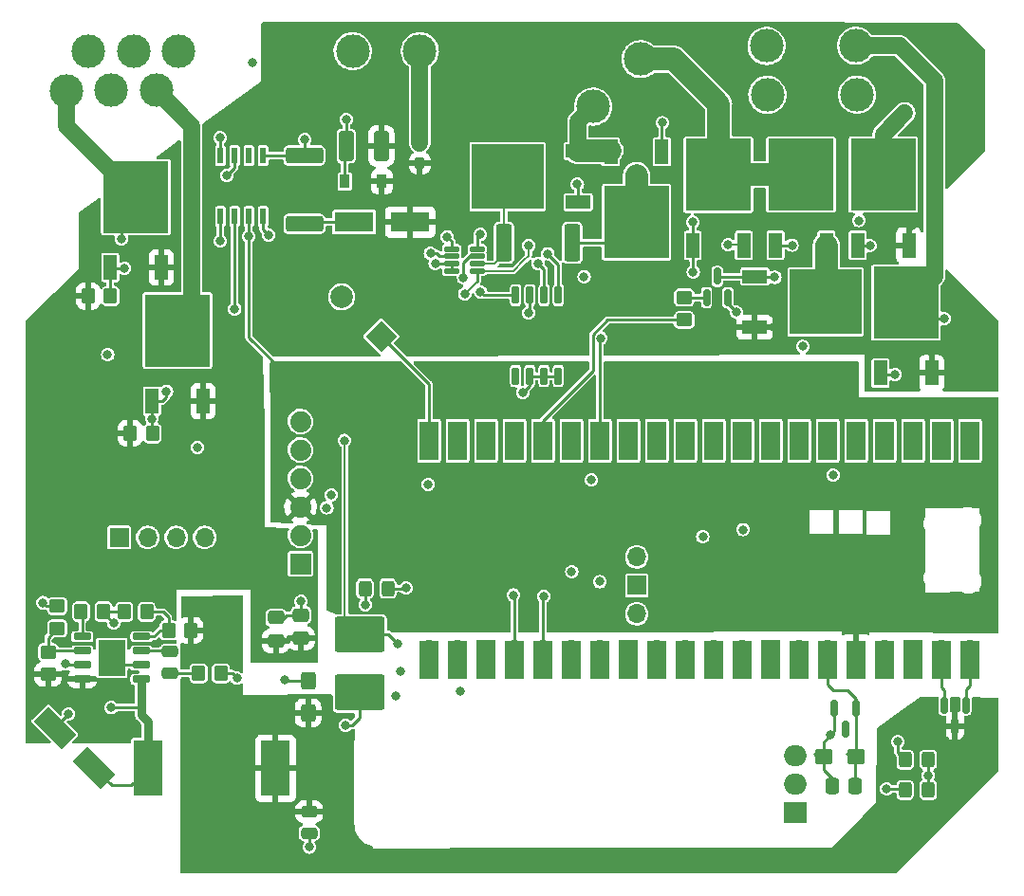
<source format=gbr>
%TF.GenerationSoftware,KiCad,Pcbnew,6.0.11-2627ca5db0~126~ubuntu22.04.1*%
%TF.CreationDate,2023-02-22T19:42:12-05:00*%
%TF.ProjectId,webasto-mainboard,77656261-7374-46f2-9d6d-61696e626f61,2.0*%
%TF.SameCoordinates,Original*%
%TF.FileFunction,Copper,L1,Top*%
%TF.FilePolarity,Positive*%
%FSLAX46Y46*%
G04 Gerber Fmt 4.6, Leading zero omitted, Abs format (unit mm)*
G04 Created by KiCad (PCBNEW 6.0.11-2627ca5db0~126~ubuntu22.04.1) date 2023-02-22 19:42:12*
%MOMM*%
%LPD*%
G01*
G04 APERTURE LIST*
G04 Aperture macros list*
%AMRoundRect*
0 Rectangle with rounded corners*
0 $1 Rounding radius*
0 $2 $3 $4 $5 $6 $7 $8 $9 X,Y pos of 4 corners*
0 Add a 4 corners polygon primitive as box body*
4,1,4,$2,$3,$4,$5,$6,$7,$8,$9,$2,$3,0*
0 Add four circle primitives for the rounded corners*
1,1,$1+$1,$2,$3*
1,1,$1+$1,$4,$5*
1,1,$1+$1,$6,$7*
1,1,$1+$1,$8,$9*
0 Add four rect primitives between the rounded corners*
20,1,$1+$1,$2,$3,$4,$5,0*
20,1,$1+$1,$4,$5,$6,$7,0*
20,1,$1+$1,$6,$7,$8,$9,0*
20,1,$1+$1,$8,$9,$2,$3,0*%
%AMRotRect*
0 Rectangle, with rotation*
0 The origin of the aperture is its center*
0 $1 length*
0 $2 width*
0 $3 Rotation angle, in degrees counterclockwise*
0 Add horizontal line*
21,1,$1,$2,0,0,$3*%
G04 Aperture macros list end*
%TA.AperFunction,SMDPad,CuDef*%
%ADD10RoundRect,0.250000X-0.325000X-0.450000X0.325000X-0.450000X0.325000X0.450000X-0.325000X0.450000X0*%
%TD*%
%TA.AperFunction,SMDPad,CuDef*%
%ADD11RoundRect,0.150000X0.150000X-0.650000X0.150000X0.650000X-0.150000X0.650000X-0.150000X-0.650000X0*%
%TD*%
%TA.AperFunction,SMDPad,CuDef*%
%ADD12RoundRect,0.250000X-0.350000X-0.450000X0.350000X-0.450000X0.350000X0.450000X-0.350000X0.450000X0*%
%TD*%
%TA.AperFunction,SMDPad,CuDef*%
%ADD13RoundRect,0.250000X-1.975000X1.350000X-1.975000X-1.350000X1.975000X-1.350000X1.975000X1.350000X0*%
%TD*%
%TA.AperFunction,SMDPad,CuDef*%
%ADD14RoundRect,0.250000X-0.475000X0.337500X-0.475000X-0.337500X0.475000X-0.337500X0.475000X0.337500X0*%
%TD*%
%TA.AperFunction,ComponentPad*%
%ADD15C,3.000000*%
%TD*%
%TA.AperFunction,ComponentPad*%
%ADD16R,2.000000X1.905000*%
%TD*%
%TA.AperFunction,ComponentPad*%
%ADD17O,2.000000X1.905000*%
%TD*%
%TA.AperFunction,SMDPad,CuDef*%
%ADD18RoundRect,0.250000X0.350000X0.450000X-0.350000X0.450000X-0.350000X-0.450000X0.350000X-0.450000X0*%
%TD*%
%TA.AperFunction,SMDPad,CuDef*%
%ADD19RoundRect,0.125000X0.537500X0.125000X-0.537500X0.125000X-0.537500X-0.125000X0.537500X-0.125000X0*%
%TD*%
%TA.AperFunction,SMDPad,CuDef*%
%ADD20RoundRect,0.249999X0.450001X1.425001X-0.450001X1.425001X-0.450001X-1.425001X0.450001X-1.425001X0*%
%TD*%
%TA.AperFunction,SMDPad,CuDef*%
%ADD21RoundRect,0.250000X0.325000X0.450000X-0.325000X0.450000X-0.325000X-0.450000X0.325000X-0.450000X0*%
%TD*%
%TA.AperFunction,ComponentPad*%
%ADD22O,1.700000X1.700000*%
%TD*%
%TA.AperFunction,SMDPad,CuDef*%
%ADD23R,1.700000X3.500000*%
%TD*%
%TA.AperFunction,ComponentPad*%
%ADD24R,1.700000X1.700000*%
%TD*%
%TA.AperFunction,SMDPad,CuDef*%
%ADD25R,2.200000X1.200000*%
%TD*%
%TA.AperFunction,SMDPad,CuDef*%
%ADD26R,6.400000X5.800000*%
%TD*%
%TA.AperFunction,SMDPad,CuDef*%
%ADD27RoundRect,0.250000X0.450000X-0.350000X0.450000X0.350000X-0.450000X0.350000X-0.450000X-0.350000X0*%
%TD*%
%TA.AperFunction,SMDPad,CuDef*%
%ADD28R,1.200000X2.200000*%
%TD*%
%TA.AperFunction,SMDPad,CuDef*%
%ADD29R,5.800000X6.400000*%
%TD*%
%TA.AperFunction,ComponentPad*%
%ADD30RotRect,2.000000X2.000000X135.000000*%
%TD*%
%TA.AperFunction,ComponentPad*%
%ADD31C,2.000000*%
%TD*%
%TA.AperFunction,SMDPad,CuDef*%
%ADD32RoundRect,0.150000X-0.150000X0.587500X-0.150000X-0.587500X0.150000X-0.587500X0.150000X0.587500X0*%
%TD*%
%TA.AperFunction,SMDPad,CuDef*%
%ADD33R,0.533400X1.460500*%
%TD*%
%TA.AperFunction,SMDPad,CuDef*%
%ADD34RoundRect,0.249999X1.425001X-0.450001X1.425001X0.450001X-1.425001X0.450001X-1.425001X-0.450001X0*%
%TD*%
%TA.AperFunction,SMDPad,CuDef*%
%ADD35RoundRect,0.150000X0.150000X-0.587500X0.150000X0.587500X-0.150000X0.587500X-0.150000X-0.587500X0*%
%TD*%
%TA.AperFunction,SMDPad,CuDef*%
%ADD36RotRect,3.500000X1.800000X135.000000*%
%TD*%
%TA.AperFunction,SMDPad,CuDef*%
%ADD37RoundRect,0.237500X0.237500X-0.250000X0.237500X0.250000X-0.237500X0.250000X-0.237500X-0.250000X0*%
%TD*%
%TA.AperFunction,SMDPad,CuDef*%
%ADD38RoundRect,0.250000X0.537500X0.425000X-0.537500X0.425000X-0.537500X-0.425000X0.537500X-0.425000X0*%
%TD*%
%TA.AperFunction,SMDPad,CuDef*%
%ADD39R,3.500000X1.800000*%
%TD*%
%TA.AperFunction,SMDPad,CuDef*%
%ADD40R,2.590800X5.003800*%
%TD*%
%TA.AperFunction,SMDPad,CuDef*%
%ADD41R,0.900000X1.200000*%
%TD*%
%TA.AperFunction,SMDPad,CuDef*%
%ADD42RoundRect,0.250000X0.425000X-0.537500X0.425000X0.537500X-0.425000X0.537500X-0.425000X-0.537500X0*%
%TD*%
%TA.AperFunction,SMDPad,CuDef*%
%ADD43RoundRect,0.250000X-0.475000X0.250000X-0.475000X-0.250000X0.475000X-0.250000X0.475000X0.250000X0*%
%TD*%
%TA.AperFunction,SMDPad,CuDef*%
%ADD44RoundRect,0.250000X0.412500X1.100000X-0.412500X1.100000X-0.412500X-1.100000X0.412500X-1.100000X0*%
%TD*%
%TA.AperFunction,SMDPad,CuDef*%
%ADD45RoundRect,0.250000X0.337500X0.475000X-0.337500X0.475000X-0.337500X-0.475000X0.337500X-0.475000X0*%
%TD*%
%TA.AperFunction,ComponentPad*%
%ADD46R,1.879600X1.879600*%
%TD*%
%TA.AperFunction,ComponentPad*%
%ADD47C,1.879600*%
%TD*%
%TA.AperFunction,SMDPad,CuDef*%
%ADD48RoundRect,0.150000X0.650000X0.150000X-0.650000X0.150000X-0.650000X-0.150000X0.650000X-0.150000X0*%
%TD*%
%TA.AperFunction,ComponentPad*%
%ADD49C,0.500000*%
%TD*%
%TA.AperFunction,SMDPad,CuDef*%
%ADD50R,2.400000X3.200000*%
%TD*%
%TA.AperFunction,ViaPad*%
%ADD51C,0.800000*%
%TD*%
%TA.AperFunction,Conductor*%
%ADD52C,0.250000*%
%TD*%
%TA.AperFunction,Conductor*%
%ADD53C,1.500000*%
%TD*%
%TA.AperFunction,Conductor*%
%ADD54C,0.200000*%
%TD*%
%TA.AperFunction,Conductor*%
%ADD55C,2.000000*%
%TD*%
%TA.AperFunction,Conductor*%
%ADD56C,0.750000*%
%TD*%
G04 APERTURE END LIST*
D10*
%TO.P,D1,1,K*%
%TO.N,GND*%
X130450000Y-104100000D03*
%TO.P,D1,2,A*%
%TO.N,Net-(D1-Pad2)*%
X132500000Y-104100000D03*
%TD*%
D11*
%TO.P,U1,1,NC*%
%TO.N,unconnected-(U1-Pad1)*%
X143891000Y-85134000D03*
%TO.P,U1,2,A1*%
%TO.N,GND*%
X145161000Y-85134000D03*
%TO.P,U1,3,A2*%
X146431000Y-85134000D03*
%TO.P,U1,4,GND*%
X147701000Y-85134000D03*
%TO.P,U1,5,SDA*%
%TO.N,SDA*%
X147701000Y-77934000D03*
%TO.P,U1,6,SCL*%
%TO.N,SCL*%
X146431000Y-77934000D03*
%TO.P,U1,7,WP*%
%TO.N,GND*%
X145161000Y-77934000D03*
%TO.P,U1,8,VCC*%
%TO.N,+3V3*%
X143891000Y-77934000D03*
%TD*%
D12*
%TO.P,R12,1*%
%TO.N,+12V*%
X105750000Y-78000000D03*
%TO.P,R12,2*%
%TO.N,Net-(Q4-Pad3)*%
X107750000Y-78000000D03*
%TD*%
%TO.P,R23,1*%
%TO.N,Net-(R23-Pad1)*%
X105125000Y-106175000D03*
%TO.P,R23,2*%
%TO.N,GND*%
X107125000Y-106175000D03*
%TD*%
D13*
%TO.P,R30,1*%
%TO.N,Kelvin+*%
X130000000Y-108200000D03*
%TO.P,R30,2*%
%TO.N,Net-(R30-Pad2)*%
X130000000Y-113400000D03*
%TD*%
D14*
%TO.P,C11,1*%
%TO.N,GND*%
X124737560Y-106490480D03*
%TO.P,C11,2*%
%TO.N,+12V*%
X124737560Y-108565480D03*
%TD*%
D15*
%TO.P,JX3,1,Pin_1*%
%TO.N,GlowPlug+*%
X155037200Y-56841000D03*
%TO.P,JX3,2,Pin_2*%
%TO.N,GlowPlug-*%
X150795400Y-61082800D03*
%TD*%
D16*
%TO.P,U6,1,VI*%
%TO.N,Net-(Q11-Pad3)*%
X168839000Y-124079000D03*
D17*
%TO.P,U6,2,GND*%
%TO.N,Kelvin+*%
X168839000Y-121539000D03*
%TO.P,U6,3,VO*%
%TO.N,Net-(R30-Pad2)*%
X168839000Y-118999000D03*
%TD*%
D18*
%TO.P,R25,1*%
%TO.N,+5V*%
X114925000Y-107850000D03*
%TO.P,R25,2*%
%TO.N,Net-(R25-Pad2)*%
X112925000Y-107850000D03*
%TD*%
D19*
%TO.P,U7,1,IN+*%
%TO.N,Kelvin+*%
X140460000Y-75760000D03*
%TO.P,U7,2,IN-*%
%TO.N,Kelvin-*%
X140460000Y-75110000D03*
%TO.P,U7,3,GND*%
%TO.N,GND*%
X140460000Y-74460000D03*
%TO.P,U7,4,VS*%
%TO.N,+3V3*%
X140460000Y-73810000D03*
%TO.P,U7,5,SCL*%
%TO.N,SCL*%
X138185000Y-73810000D03*
%TO.P,U7,6,SDA*%
%TO.N,SDA*%
X138185000Y-74460000D03*
%TO.P,U7,7,A0*%
%TO.N,SCL*%
X138185000Y-75110000D03*
%TO.P,U7,8,A1*%
X138185000Y-75760000D03*
%TD*%
D20*
%TO.P,R32,1*%
%TO.N,GND*%
X148950000Y-73240000D03*
%TO.P,R32,2*%
%TO.N,Kelvin-*%
X142850000Y-73240000D03*
%TD*%
D21*
%TO.P,D3,1,K*%
%TO.N,GND*%
X180700000Y-119400000D03*
%TO.P,D3,2,A*%
%TO.N,Net-(D3-Pad2)*%
X178650000Y-119400000D03*
%TD*%
D22*
%TO.P,U2,1,GPIO0*%
%TO.N,ConsoleTX*%
X184430000Y-91810000D03*
D23*
X184430000Y-90910000D03*
D22*
%TO.P,U2,2,GPIO1*%
%TO.N,ConsoleRX*%
X181890000Y-91810000D03*
D23*
X181890000Y-90910000D03*
%TO.P,U2,3,GND*%
%TO.N,GND*%
X179350000Y-90910000D03*
D24*
X179350000Y-91810000D03*
D22*
%TO.P,U2,4,GPIO2*%
%TO.N,~{StartRun3V}*%
X176810000Y-91810000D03*
D23*
X176810000Y-90910000D03*
D22*
%TO.P,U2,5,GPIO3*%
%TO.N,KLineEN*%
X174270000Y-91810000D03*
D23*
X174270000Y-90910000D03*
D22*
%TO.P,U2,6,GPIO4*%
%TO.N,KLineTX*%
X171730000Y-91810000D03*
D23*
X171730000Y-90910000D03*
D22*
%TO.P,U2,7,GPIO5*%
%TO.N,KLineRX*%
X169190000Y-91810000D03*
D23*
X169190000Y-90910000D03*
%TO.P,U2,8,GND*%
%TO.N,GND*%
X166650000Y-90910000D03*
D24*
X166650000Y-91810000D03*
D22*
%TO.P,U2,9,GPIO6*%
%TO.N,~{GlowPlugOutEN3V}*%
X164110000Y-91810000D03*
D23*
X164110000Y-90910000D03*
D22*
%TO.P,U2,10,GPIO7*%
%TO.N,~{GlowPlugInEN3V}*%
X161570000Y-91810000D03*
D23*
X161570000Y-90910000D03*
%TO.P,U2,11,GPIO8*%
%TO.N,SDA*%
X159030000Y-90910000D03*
D22*
X159030000Y-91810000D03*
D23*
%TO.P,U2,12,GPIO9*%
%TO.N,SCL*%
X156490000Y-90910000D03*
D22*
X156490000Y-91810000D03*
D24*
%TO.P,U2,13,GND*%
%TO.N,GND*%
X153950000Y-91810000D03*
D23*
X153950000Y-90910000D03*
D22*
%TO.P,U2,14,GPIO10*%
%TO.N,CirculationPump3V*%
X151410000Y-91810000D03*
D23*
X151410000Y-90910000D03*
%TO.P,U2,15,GPIO11*%
%TO.N,CombustionFan3V*%
X148870000Y-90910000D03*
D22*
X148870000Y-91810000D03*
%TO.P,U2,16,GPIO12*%
%TO.N,GlowPlugOut3V*%
X146330000Y-91810000D03*
D23*
X146330000Y-90910000D03*
%TO.P,U2,17,GPIO13*%
%TO.N,FuelPump3V*%
X143790000Y-90910000D03*
D22*
X143790000Y-91810000D03*
D23*
%TO.P,U2,18,GND*%
%TO.N,GND*%
X141250000Y-90910000D03*
D24*
X141250000Y-91810000D03*
D23*
%TO.P,U2,19,GPIO14*%
%TO.N,VehicleFanRelay3V*%
X138710000Y-90910000D03*
D22*
X138710000Y-91810000D03*
D23*
%TO.P,U2,20,GPIO15*%
%TO.N,ALERT*%
X136170000Y-90910000D03*
D22*
X136170000Y-91810000D03*
%TO.P,U2,21,GPIO16*%
%TO.N,Net-(U2-Pad21)*%
X136170000Y-109590000D03*
D23*
X136170000Y-110490000D03*
D22*
%TO.P,U2,22,GPIO17*%
%TO.N,unconnected-(U2-Pad22)*%
X138710000Y-109590000D03*
D23*
X138710000Y-110490000D03*
%TO.P,U2,23,GND*%
%TO.N,GND*%
X141250000Y-110490000D03*
D24*
X141250000Y-109590000D03*
D22*
%TO.P,U2,24,GPIO18*%
%TO.N,ConsoleCTS*%
X143790000Y-109590000D03*
D23*
X143790000Y-110490000D03*
D22*
%TO.P,U2,25,GPIO19*%
%TO.N,ConsoleRTS*%
X146330000Y-109590000D03*
D23*
X146330000Y-110490000D03*
D22*
%TO.P,U2,26,GPIO20*%
%TO.N,FlameLED*%
X148870000Y-109590000D03*
D23*
X148870000Y-110490000D03*
%TO.P,U2,27,GPIO21*%
%TO.N,OperatingLED*%
X151410000Y-110490000D03*
D22*
X151410000Y-109590000D03*
D24*
%TO.P,U2,28,GND*%
%TO.N,GND*%
X153950000Y-109590000D03*
D23*
X153950000Y-110490000D03*
%TO.P,U2,29,GPIO22*%
X156490000Y-110490000D03*
D22*
X156490000Y-109590000D03*
%TO.P,U2,30,RUN*%
%TO.N,unconnected-(U2-Pad30)*%
X159030000Y-109590000D03*
D23*
X159030000Y-110490000D03*
%TO.P,U2,31,GPIO26_ADC0*%
%TO.N,unconnected-(U2-Pad31)*%
X161570000Y-110490000D03*
D22*
X161570000Y-109590000D03*
D23*
%TO.P,U2,32,GPIO27_ADC1*%
%TO.N,unconnected-(U2-Pad32)*%
X164110000Y-110490000D03*
D22*
X164110000Y-109590000D03*
D24*
%TO.P,U2,33,AGND*%
%TO.N,GND*%
X166650000Y-109590000D03*
D23*
X166650000Y-110490000D03*
%TO.P,U2,34,GPIO28_ADC2*%
%TO.N,VSYS_MON*%
X169190000Y-110490000D03*
D22*
X169190000Y-109590000D03*
D23*
%TO.P,U2,35,ADC_VREF*%
%TO.N,ADC_VREF*%
X171730000Y-110490000D03*
D22*
X171730000Y-109590000D03*
%TO.P,U2,36,3V3*%
%TO.N,+3V3*%
X174270000Y-109590000D03*
D23*
X174270000Y-110490000D03*
D22*
%TO.P,U2,37,3V3_EN*%
%TO.N,unconnected-(U2-Pad37)*%
X176810000Y-109590000D03*
D23*
X176810000Y-110490000D03*
%TO.P,U2,38,GND*%
%TO.N,unconnected-(U2-Pad38)*%
X179350000Y-110490000D03*
D24*
X179350000Y-109590000D03*
D23*
%TO.P,U2,39,VSYS*%
%TO.N,VSYS*%
X181890000Y-110490000D03*
D22*
X181890000Y-109590000D03*
%TO.P,U2,40,VBUS*%
%TO.N,/VBUS*%
X184430000Y-109590000D03*
D23*
X184430000Y-110490000D03*
D22*
%TO.P,U2,41,SWCLK*%
%TO.N,unconnected-(U2-Pad41)*%
X154700000Y-101284100D03*
D24*
%TO.P,U2,42,GND*%
%TO.N,GND*%
X154700000Y-103824100D03*
D22*
%TO.P,U2,43,SWDIO*%
%TO.N,unconnected-(U2-Pad43)*%
X154700000Y-106364100D03*
%TD*%
D24*
%TO.P,J2,1,Pin_1*%
%TO.N,SDA*%
X108525000Y-99550000D03*
D22*
%TO.P,J2,2,Pin_2*%
%TO.N,SCL*%
X111065000Y-99550000D03*
%TO.P,J2,3,Pin_3*%
%TO.N,+3V3*%
X113605000Y-99550000D03*
%TO.P,J2,4,Pin_4*%
%TO.N,GND*%
X116145000Y-99550000D03*
%TD*%
D25*
%TO.P,Q13,1,G*%
%TO.N,Net-(Q12-Pad3)*%
X165225000Y-76245000D03*
D26*
%TO.P,Q13,2,D*%
%TO.N,Net-(Q13-Pad2)*%
X171525000Y-78525000D03*
D25*
%TO.P,Q13,3,S*%
%TO.N,+12V*%
X165225000Y-80805000D03*
%TD*%
D12*
%TO.P,R13,1*%
%TO.N,+12V*%
X109500000Y-90250000D03*
%TO.P,R13,2*%
%TO.N,Net-(Q5-Pad3)*%
X111500000Y-90250000D03*
%TD*%
D27*
%TO.P,R27,1*%
%TO.N,GlowPlugOut3V*%
X158930000Y-80130000D03*
%TO.P,R27,2*%
%TO.N,Net-(Q12-Pad1)*%
X158930000Y-78130000D03*
%TD*%
D28*
%TO.P,Q9,1,G*%
%TO.N,Net-(Q5-Pad3)*%
X111445000Y-87375000D03*
D29*
%TO.P,Q9,2,D*%
%TO.N,VehicleFanRelay*%
X113725000Y-81075000D03*
D28*
%TO.P,Q9,3,S*%
%TO.N,+12V*%
X116005000Y-87375000D03*
%TD*%
%TO.P,Q6,1,G*%
%TO.N,Net-(Q2-Pad3)*%
X174405000Y-73465000D03*
D29*
%TO.P,Q6,2,D*%
%TO.N,CombustionFan*%
X176685000Y-67165000D03*
D28*
%TO.P,Q6,3,S*%
%TO.N,+12V*%
X178965000Y-73465000D03*
%TD*%
D27*
%TO.P,R21,1*%
%TO.N,+12V*%
X102175000Y-111775000D03*
%TO.P,R21,2*%
%TO.N,Net-(R21-Pad2)*%
X102175000Y-109775000D03*
%TD*%
D30*
%TO.P,BZ1,1,-*%
%TO.N,ALERT*%
X131900000Y-81600000D03*
D31*
%TO.P,BZ1,2,+*%
%TO.N,GND*%
X128364466Y-78064466D03*
%TD*%
D32*
%TO.P,U3,1,K*%
%TO.N,ADC_VREF*%
X174244000Y-114823250D03*
%TO.P,U3,2,A*%
%TO.N,GND*%
X172344000Y-114823250D03*
%TO.P,U3,3*%
%TO.N,N/C*%
X173294000Y-116698250D03*
%TD*%
D21*
%TO.P,D2,1,K*%
%TO.N,GND*%
X180700000Y-122100000D03*
%TO.P,D2,2,A*%
%TO.N,Net-(D2-Pad2)*%
X178650000Y-122100000D03*
%TD*%
D32*
%TO.P,Q1,1,G*%
%TO.N,/VBUS*%
X184050000Y-114512500D03*
%TO.P,Q1,2,S*%
%TO.N,VSYS*%
X182150000Y-114512500D03*
%TO.P,Q1,3,D*%
%TO.N,+5V*%
X183100000Y-116387500D03*
%TD*%
D33*
%TO.P,U4,1,VBB*%
%TO.N,Net-(C4-Pad1)*%
X121355000Y-65450850D03*
%TO.P,U4,2,NC*%
%TO.N,unconnected-(U4-Pad2)*%
X120085000Y-65450850D03*
%TO.P,U4,3,GND*%
%TO.N,GND*%
X118815000Y-65450850D03*
%TO.P,U4,4,ISO*%
%TO.N,KLine*%
X117545000Y-65450850D03*
%TO.P,U4,5,TX*%
%TO.N,KLineTX*%
X117545000Y-70899150D03*
%TO.P,U4,6,RX*%
%TO.N,KLineRX*%
X118815000Y-70899150D03*
%TO.P,U4,7,VDD*%
%TO.N,+3V3*%
X120085000Y-70899150D03*
%TO.P,U4,8,CEN*%
%TO.N,KLineEN*%
X121355000Y-70899150D03*
%TD*%
D28*
%TO.P,Q7,1,G*%
%TO.N,Net-(Q3-Pad3)*%
X176445000Y-84875000D03*
D29*
%TO.P,Q7,2,D*%
%TO.N,CirculationPump*%
X178725000Y-78575000D03*
D28*
%TO.P,Q7,3,S*%
%TO.N,+12V*%
X181005000Y-84875000D03*
%TD*%
D27*
%TO.P,R22,1*%
%TO.N,Net-(R21-Pad2)*%
X103000000Y-107675000D03*
%TO.P,R22,2*%
%TO.N,GND*%
X103000000Y-105675000D03*
%TD*%
D12*
%TO.P,R24,1*%
%TO.N,Net-(C8-Pad2)*%
X115600000Y-111700000D03*
%TO.P,R24,2*%
%TO.N,GND*%
X117600000Y-111700000D03*
%TD*%
D15*
%TO.P,JX4,1,Pin_1*%
%TO.N,CombustionFan*%
X166275000Y-55665200D03*
%TO.P,JX4,2,Pin_2*%
%TO.N,GND*%
X166351200Y-60034000D03*
%TD*%
D34*
%TO.P,R20,1*%
%TO.N,Net-(D8-Pad1)*%
X125040000Y-71550000D03*
%TO.P,R20,2*%
%TO.N,Net-(C4-Pad1)*%
X125040000Y-65450000D03*
%TD*%
D35*
%TO.P,Q12,1,G*%
%TO.N,Net-(Q12-Pad1)*%
X160930000Y-78115000D03*
%TO.P,Q12,2,S*%
%TO.N,GND*%
X162830000Y-78115000D03*
%TO.P,Q12,3,D*%
%TO.N,Net-(Q12-Pad3)*%
X161880000Y-76240000D03*
%TD*%
D28*
%TO.P,Q17,1,G*%
%TO.N,~{GlowPlugInEN}*%
X159695000Y-73475000D03*
D29*
%TO.P,Q17,2,D*%
%TO.N,GlowPlug+*%
X161975000Y-67175000D03*
D28*
%TO.P,Q17,3,S*%
%TO.N,Kelvin+*%
X164255000Y-73475000D03*
%TD*%
D36*
%TO.P,D11,1,K*%
%TO.N,Net-(C7-Pad2)*%
X106300000Y-120100000D03*
%TO.P,D11,2,A*%
%TO.N,GND*%
X102764466Y-116564466D03*
%TD*%
D37*
%TO.P,F1,1*%
%TO.N,+12V*%
X135350000Y-66150000D03*
%TO.P,F1,2*%
%TO.N,Net-(F1-Pad2)*%
X135350000Y-64325000D03*
%TD*%
D38*
%TO.P,C1,1*%
%TO.N,ADC_VREF*%
X174244000Y-119110750D03*
%TO.P,C1,2*%
%TO.N,GND*%
X171369000Y-119110750D03*
%TD*%
D39*
%TO.P,D8,1,K*%
%TO.N,Net-(D8-Pad1)*%
X129500000Y-71400000D03*
%TO.P,D8,2,A*%
%TO.N,+12V*%
X134500000Y-71400000D03*
%TD*%
D25*
%TO.P,Q16,1,G*%
%TO.N,~{GlowPlugInEN}*%
X149475000Y-69605000D03*
D26*
%TO.P,Q16,2,D*%
%TO.N,Kelvin-*%
X143175000Y-67325000D03*
D25*
%TO.P,Q16,3,S*%
%TO.N,GlowPlug-*%
X149475000Y-65045000D03*
%TD*%
D28*
%TO.P,Q15,1,G*%
%TO.N,~{GlowPlugOutEN}*%
X156945000Y-65105000D03*
D29*
%TO.P,Q15,2,D*%
%TO.N,GND*%
X154665000Y-71405000D03*
D28*
%TO.P,Q15,3,S*%
%TO.N,GlowPlug-*%
X152385000Y-65105000D03*
%TD*%
D40*
%TO.P,L1,1,1*%
%TO.N,Net-(C7-Pad2)*%
X111072700Y-120175000D03*
%TO.P,L1,2,2*%
%TO.N,+5V*%
X122477300Y-120175000D03*
%TD*%
D41*
%TO.P,D10,1,K*%
%TO.N,+12V*%
X131950000Y-67770000D03*
%TO.P,D10,2,A*%
%TO.N,GND*%
X128650000Y-67770000D03*
%TD*%
D15*
%TO.P,JX2,1,Pin_1*%
%TO.N,Net-(F1-Pad2)*%
X135346800Y-56125000D03*
%TO.P,JX2,2,Pin_2*%
%TO.N,GND*%
X129352400Y-56125000D03*
%TD*%
D42*
%TO.P,C9,1*%
%TO.N,+5V*%
X125375000Y-115225000D03*
%TO.P,C9,2*%
%TO.N,GND*%
X125375000Y-112350000D03*
%TD*%
D43*
%TO.P,C10,1*%
%TO.N,+5V*%
X125475000Y-124050000D03*
%TO.P,C10,2*%
%TO.N,GND*%
X125475000Y-125950000D03*
%TD*%
D15*
%TO.P,JX1,1,Pin_1*%
%TO.N,StartRun*%
X113807200Y-56119400D03*
%TO.P,JX1,2,Pin_2*%
%TO.N,KLine*%
X109819400Y-56119400D03*
%TO.P,JX1,3,Pin_3*%
%TO.N,SDA*%
X105802400Y-56131600D03*
%TO.P,JX1,4,Pin_4*%
%TO.N,VehicleFanRelay*%
X111826000Y-59624600D03*
%TO.P,JX1,5,Pin_5*%
%TO.N,SCL*%
X107812800Y-59624600D03*
%TO.P,JX1,6,Pin_6*%
%TO.N,FuelPump*%
X103825000Y-59650000D03*
%TD*%
D43*
%TO.P,C8,1*%
%TO.N,Net-(C8-Pad1)*%
X113050000Y-109750000D03*
%TO.P,C8,2*%
%TO.N,Net-(C8-Pad2)*%
X113050000Y-111650000D03*
%TD*%
D44*
%TO.P,C6,1*%
%TO.N,+12V*%
X131900000Y-64600000D03*
%TO.P,C6,2*%
%TO.N,GND*%
X128775000Y-64600000D03*
%TD*%
D28*
%TO.P,Q8,1,G*%
%TO.N,Net-(Q4-Pad3)*%
X107720000Y-75450000D03*
D29*
%TO.P,Q8,2,D*%
%TO.N,FuelPump*%
X110000000Y-69150000D03*
D28*
%TO.P,Q8,3,S*%
%TO.N,+12V*%
X112280000Y-75450000D03*
%TD*%
D45*
%TO.P,C2,1*%
%TO.N,ADC_VREF*%
X174194000Y-121760750D03*
%TO.P,C2,2*%
%TO.N,GND*%
X172119000Y-121760750D03*
%TD*%
D46*
%TO.P,J1,1,GND*%
%TO.N,GND*%
X124700000Y-101900000D03*
D47*
%TO.P,J1,2,CTS*%
%TO.N,ConsoleCTS*%
X124700000Y-99360000D03*
%TO.P,J1,3,VCC*%
%TO.N,+3V3*%
X124700000Y-96820000D03*
%TO.P,J1,4,TXD*%
%TO.N,ConsoleTX*%
X124700000Y-94280000D03*
%TO.P,J1,5,RXD*%
%TO.N,ConsoleRX*%
X124700000Y-91740000D03*
%TO.P,J1,6,RTS*%
%TO.N,ConsoleRTS*%
X124700000Y-89200000D03*
%TD*%
D14*
%TO.P,C12,1*%
%TO.N,GND*%
X122500000Y-106712500D03*
%TO.P,C12,2*%
%TO.N,+12V*%
X122500000Y-108787500D03*
%TD*%
D18*
%TO.P,R26,1*%
%TO.N,Net-(R25-Pad2)*%
X110975000Y-106200000D03*
%TO.P,R26,2*%
%TO.N,GND*%
X108975000Y-106200000D03*
%TD*%
D48*
%TO.P,U5,1,LX*%
%TO.N,Net-(C7-Pad2)*%
X110525000Y-112220000D03*
%TO.P,U5,2,GND*%
%TO.N,GND*%
X110525000Y-110950000D03*
%TO.P,U5,3,VC*%
%TO.N,Net-(C8-Pad1)*%
X110525000Y-109680000D03*
%TO.P,U5,4,FB*%
%TO.N,Net-(R25-Pad2)*%
X110525000Y-108410000D03*
%TO.P,U5,5,RT*%
%TO.N,Net-(R23-Pad1)*%
X105225000Y-108410000D03*
%TO.P,U5,6,EN*%
%TO.N,Net-(R21-Pad2)*%
X105225000Y-109680000D03*
%TO.P,U5,7,BST*%
%TO.N,Net-(C7-Pad1)*%
X105225000Y-110950000D03*
%TO.P,U5,8,VCC*%
%TO.N,+12V*%
X105225000Y-112220000D03*
D49*
%TO.P,U5,9,GND*%
%TO.N,GND*%
X106925000Y-110315000D03*
X106925000Y-111665000D03*
X106925000Y-108965000D03*
D50*
X107875000Y-110315000D03*
D49*
X108825000Y-110315000D03*
X108825000Y-108965000D03*
X108825000Y-111665000D03*
%TD*%
D28*
%TO.P,Q14,1,G*%
%TO.N,~{GlowPlugOutEN}*%
X167070000Y-73450000D03*
D29*
%TO.P,Q14,2,D*%
%TO.N,GlowPlug+*%
X169350000Y-67150000D03*
D28*
%TO.P,Q14,3,S*%
%TO.N,Net-(Q13-Pad2)*%
X171630000Y-73450000D03*
%TD*%
D15*
%TO.P,JX5,1,Pin_1*%
%TO.N,CirculationPump*%
X174275000Y-55640200D03*
%TO.P,JX5,2,Pin_2*%
%TO.N,GND*%
X174351200Y-60009000D03*
%TD*%
D51*
%TO.N,GND*%
X130475000Y-105550000D03*
%TO.N,Net-(D1-Pad2)*%
X134100000Y-104075000D03*
%TO.N,CirculationPump*%
X182118000Y-80010000D03*
%TO.N,+12V*%
X179250000Y-71750000D03*
X183388000Y-63246000D03*
X166880000Y-80780000D03*
X145796000Y-57658000D03*
X183000000Y-85000000D03*
X154178000Y-62738000D03*
X113538000Y-66548000D03*
X168590000Y-71810000D03*
X110490000Y-73914000D03*
X184404000Y-81026000D03*
X133600000Y-111540000D03*
X125500000Y-110000000D03*
%TO.N,+3V3*%
X139950000Y-86210000D03*
X140750000Y-72500000D03*
X162970000Y-93620000D03*
X172466000Y-95275500D03*
X120085000Y-72665000D03*
X158870000Y-93880000D03*
X164110000Y-101030000D03*
X140760000Y-77630000D03*
X123550000Y-85230000D03*
%TO.N,KLine*%
X117525000Y-63850000D03*
%TO.N,ConsoleRTS*%
X146400000Y-104800000D03*
%TO.N,ConsoleCTS*%
X143700000Y-104700000D03*
%TO.N,SCL*%
X136720000Y-75090000D03*
X145890000Y-75090000D03*
X137790000Y-72700000D03*
X127450000Y-95750000D03*
%TO.N,SDA*%
X127050000Y-96900000D03*
X136289485Y-74187968D03*
X146770000Y-74210000D03*
%TO.N,~{GlowPlugInEN}*%
X160590000Y-99490000D03*
X159740000Y-75870000D03*
X159680000Y-71390000D03*
X133170000Y-113690000D03*
X149400000Y-68020000D03*
%TO.N,~{GlowPlugOutEN}*%
X168550000Y-73450000D03*
X164160000Y-98850000D03*
X156970000Y-62520000D03*
%TO.N,Kelvin+*%
X145050000Y-73480000D03*
X133360000Y-109050000D03*
X139350000Y-77790000D03*
X162860000Y-73430000D03*
X128600000Y-90900000D03*
%TO.N,CirculationPump3V*%
X151500000Y-81750000D03*
X169500000Y-82500000D03*
%TO.N,FuelPump3V*%
X107500000Y-83250000D03*
%TO.N,VehicleFanRelay3V*%
X115500000Y-91500000D03*
%TO.N,ConsoleRX*%
X136100000Y-94800000D03*
%TO.N,KLineEN*%
X121850000Y-72540000D03*
%TO.N,KLineTX*%
X117550000Y-73080000D03*
%TO.N,KLineRX*%
X118830000Y-79160000D03*
%TO.N,GND*%
X144526000Y-86614000D03*
X101725000Y-105375000D03*
X125500000Y-127200000D03*
X145034000Y-79502000D03*
X104000000Y-115300000D03*
X108025000Y-107200000D03*
X172000000Y-117200000D03*
X119025000Y-112125000D03*
X154660000Y-67210000D03*
X139250303Y-76381311D03*
X124750000Y-105250000D03*
X163580000Y-79430000D03*
X118125000Y-67225000D03*
X128775000Y-62225000D03*
X123275000Y-112275000D03*
X180700000Y-120800000D03*
%TO.N,FuelPump*%
X108712000Y-72898000D03*
%TO.N,CombustionFan*%
X178610000Y-61620000D03*
%TO.N,StartRun*%
X172212000Y-93980000D03*
X120396000Y-57150000D03*
%TO.N,Net-(C4-Pad1)*%
X125090000Y-64020000D03*
%TO.N,Net-(C7-Pad1)*%
X103725000Y-110850000D03*
%TO.N,Net-(C7-Pad2)*%
X107825000Y-114750000D03*
%TO.N,Net-(Q2-Pad3)*%
X175500000Y-73500000D03*
%TO.N,Net-(Q2-Pad1)*%
X150650000Y-94425000D03*
X150000000Y-76250000D03*
X174500000Y-71250000D03*
%TO.N,Net-(Q3-Pad3)*%
X177750000Y-85000000D03*
%TO.N,Net-(Q4-Pad3)*%
X109000000Y-75500000D03*
%TO.N,Net-(Q5-Pad3)*%
X111445000Y-88945000D03*
X112750000Y-86500000D03*
%TO.N,Net-(D2-Pad2)*%
X177000000Y-122000000D03*
X151400000Y-103500000D03*
%TO.N,Net-(Q11-Pad3)*%
X138950000Y-113250000D03*
%TO.N,Net-(D3-Pad2)*%
X148900000Y-102600000D03*
X178000000Y-117800000D03*
%TO.N,Net-(R30-Pad2)*%
X128710000Y-116310000D03*
%TO.N,Net-(Q12-Pad3)*%
X167020000Y-76320000D03*
%TD*%
D52*
%TO.N,GND*%
X130450000Y-105525000D02*
X130475000Y-105550000D01*
X130450000Y-104100000D02*
X130450000Y-105525000D01*
%TO.N,Net-(D1-Pad2)*%
X132500000Y-104100000D02*
X134075000Y-104100000D01*
X134075000Y-104100000D02*
X134100000Y-104075000D01*
D53*
%TO.N,CirculationPump*%
X181250000Y-58750000D02*
X178140200Y-55640200D01*
D52*
X182118000Y-80010000D02*
X180160000Y-80010000D01*
X178925000Y-78575000D02*
X181250000Y-76250000D01*
D53*
X178140200Y-55640200D02*
X174275000Y-55640200D01*
D52*
X178725000Y-78575000D02*
X178925000Y-78575000D01*
X180160000Y-80010000D02*
X178725000Y-78575000D01*
D53*
X181250000Y-76250000D02*
X181250000Y-58750000D01*
D52*
%TO.N,+12V*%
X165340000Y-80780000D02*
X165305000Y-80815000D01*
X102620000Y-112220000D02*
X102175000Y-111775000D01*
%TO.N,+3V3*%
X143891000Y-77934000D02*
X141064000Y-77934000D01*
X120085000Y-81685000D02*
X123360000Y-84960000D01*
X120085000Y-72665000D02*
X120085000Y-81685000D01*
X120085000Y-70899150D02*
X120085000Y-72665000D01*
X141064000Y-77934000D02*
X140760000Y-77630000D01*
X140460000Y-73810000D02*
X140460000Y-72790000D01*
X140460000Y-72790000D02*
X140750000Y-72500000D01*
%TO.N,KLine*%
X117525000Y-65430850D02*
X117545000Y-65450850D01*
X117525000Y-63850000D02*
X117525000Y-65430850D01*
%TO.N,ConsoleRTS*%
X146315000Y-104885000D02*
X146400000Y-104800000D01*
X146315000Y-109630000D02*
X146315000Y-104885000D01*
%TO.N,ConsoleCTS*%
X143775000Y-109630000D02*
X143775000Y-104775000D01*
X143775000Y-104775000D02*
X143700000Y-104700000D01*
%TO.N,SCL*%
X146431000Y-75631000D02*
X145890000Y-75090000D01*
X138185000Y-75110000D02*
X136740000Y-75110000D01*
X138185000Y-75760000D02*
X138185000Y-75110000D01*
X136740000Y-75110000D02*
X136720000Y-75090000D01*
X138185000Y-73095000D02*
X137790000Y-72700000D01*
X146431000Y-77934000D02*
X146431000Y-75631000D01*
X138185000Y-73810000D02*
X138185000Y-73095000D01*
%TO.N,SDA*%
X147701000Y-75141000D02*
X146770000Y-74210000D01*
X147701000Y-77934000D02*
X147701000Y-75141000D01*
X137114614Y-74460000D02*
X136842582Y-74187968D01*
X136842582Y-74187968D02*
X136289485Y-74187968D01*
X138185000Y-74460000D02*
X137114614Y-74460000D01*
%TO.N,Net-(D8-Pad1)*%
X125040000Y-71550000D02*
X125190000Y-71400000D01*
X125190000Y-71400000D02*
X129500000Y-71400000D01*
X129800000Y-71550000D02*
X129850000Y-71500000D01*
%TO.N,Net-(R21-Pad2)*%
X102175000Y-108500000D02*
X103000000Y-107675000D01*
X102270000Y-109680000D02*
X102175000Y-109775000D01*
X102175000Y-109775000D02*
X102175000Y-108500000D01*
X103225000Y-107900000D02*
X103000000Y-107675000D01*
X105225000Y-109680000D02*
X102270000Y-109680000D01*
%TO.N,~{GlowPlugInEN}*%
X159680000Y-71390000D02*
X159680000Y-73410000D01*
X149455000Y-69595000D02*
X149455000Y-68075000D01*
X159730000Y-75860000D02*
X159740000Y-75870000D01*
X159730000Y-73460000D02*
X159730000Y-75860000D01*
X159680000Y-73410000D02*
X159730000Y-73460000D01*
X149455000Y-68075000D02*
X149400000Y-68020000D01*
%TO.N,~{GlowPlugOutEN}*%
X168550000Y-73450000D02*
X167070000Y-73450000D01*
X156945000Y-62545000D02*
X156970000Y-62520000D01*
X156945000Y-65105000D02*
X156945000Y-62545000D01*
D54*
%TO.N,GlowPlug+*%
X169340000Y-67160000D02*
X169350000Y-67150000D01*
D55*
X162010000Y-60850000D02*
X158001000Y-56841000D01*
X162010000Y-67160000D02*
X162010000Y-60850000D01*
X158001000Y-56841000D02*
X155037200Y-56841000D01*
X162010000Y-67160000D02*
X169340000Y-67160000D01*
D54*
%TO.N,Kelvin+*%
X144650000Y-74790000D02*
X145050000Y-74390000D01*
X145050000Y-74390000D02*
X145050000Y-73480000D01*
X142992139Y-75770000D02*
X143280000Y-75770000D01*
D52*
X140460000Y-76680000D02*
X140460000Y-75760000D01*
D54*
X140460000Y-75760000D02*
X142982139Y-75760000D01*
X143670000Y-75770000D02*
X144650000Y-74790000D01*
X128650000Y-90950000D02*
X128650000Y-106830000D01*
X128650000Y-106830000D02*
X130020000Y-108200000D01*
X128600000Y-90900000D02*
X128650000Y-90950000D01*
X162860000Y-73430000D02*
X164260000Y-73430000D01*
D52*
X132510000Y-108200000D02*
X130020000Y-108200000D01*
D54*
X142982139Y-75760000D02*
X142992139Y-75770000D01*
X164260000Y-73430000D02*
X164290000Y-73460000D01*
X140460000Y-76680000D02*
X139350000Y-77790000D01*
X143280000Y-75770000D02*
X143670000Y-75770000D01*
D52*
X133360000Y-109050000D02*
X132510000Y-108200000D01*
D53*
%TO.N,GlowPlug-*%
X149455000Y-62423200D02*
X150795400Y-61082800D01*
D55*
X149455000Y-65035000D02*
X152315000Y-65035000D01*
D54*
X152315000Y-65035000D02*
X152385000Y-65105000D01*
D53*
X149455000Y-65035000D02*
X149455000Y-62423200D01*
D54*
%TO.N,Kelvin-*%
X141990000Y-75140000D02*
X142850000Y-74280000D01*
X141072861Y-75110000D02*
X141102861Y-75140000D01*
X142850000Y-67620000D02*
X143155000Y-67315000D01*
X140460000Y-75110000D02*
X141072861Y-75110000D01*
X142850000Y-74280000D02*
X142850000Y-73240000D01*
X141102861Y-75140000D02*
X141990000Y-75140000D01*
X142850000Y-73240000D02*
X142850000Y-67620000D01*
D52*
%TO.N,CirculationPump3V*%
X151500000Y-81750000D02*
X151395000Y-81855000D01*
X151395000Y-81855000D02*
X151395000Y-91850000D01*
%TO.N,GlowPlugOut3V*%
X146315000Y-89143000D02*
X150775000Y-84683000D01*
X150775000Y-84683000D02*
X150775000Y-81449695D01*
X146315000Y-91850000D02*
X146315000Y-89143000D01*
X150775000Y-81449695D02*
X152094695Y-80130000D01*
X152094695Y-80130000D02*
X158930000Y-80130000D01*
%TO.N,KLineEN*%
X121355000Y-70899150D02*
X121355000Y-72045000D01*
X121355000Y-72045000D02*
X121850000Y-72540000D01*
%TO.N,KLineTX*%
X117545000Y-73075000D02*
X117545000Y-70899150D01*
X117550000Y-73080000D02*
X117545000Y-73075000D01*
%TO.N,KLineRX*%
X118815000Y-70899150D02*
X118815000Y-79195000D01*
%TO.N,GND*%
X123500000Y-106500000D02*
X124750000Y-106500000D01*
X145161000Y-85134000D02*
X145161000Y-85979000D01*
X148950000Y-73240000D02*
X152830000Y-73240000D01*
X118815000Y-66535000D02*
X118125000Y-67225000D01*
X124750000Y-106500000D02*
X124750000Y-105250000D01*
X172119000Y-121760750D02*
X172119000Y-121065000D01*
X139250303Y-75021480D02*
X139250303Y-76381311D01*
X171369000Y-117831000D02*
X172000000Y-117200000D01*
X145161000Y-85979000D02*
X144526000Y-86614000D01*
X172119000Y-121065000D02*
X171369000Y-120315000D01*
X172344000Y-116856000D02*
X172344000Y-114823250D01*
X107125000Y-106300000D02*
X108025000Y-107200000D01*
X147701000Y-85134000D02*
X146431000Y-85134000D01*
X102025000Y-105675000D02*
X101725000Y-105375000D01*
X162830000Y-78680000D02*
X162830000Y-78115000D01*
X108950000Y-106175000D02*
X108975000Y-106200000D01*
X108510000Y-110950000D02*
X107875000Y-110315000D01*
X102764466Y-116535534D02*
X104000000Y-115300000D01*
X117600000Y-111700000D02*
X118600000Y-111700000D01*
X118600000Y-111700000D02*
X119025000Y-112125000D01*
X110525000Y-110950000D02*
X108510000Y-110950000D01*
X107125000Y-106175000D02*
X108950000Y-106175000D01*
X103000000Y-105675000D02*
X102025000Y-105675000D01*
X171369000Y-120315000D02*
X171369000Y-119110750D01*
X125375000Y-112350000D02*
X123350000Y-112350000D01*
X125475000Y-125950000D02*
X125475000Y-127175000D01*
X140460000Y-74460000D02*
X139811783Y-74460000D01*
X128650000Y-67770000D02*
X128650000Y-64725000D01*
X172000000Y-117200000D02*
X172344000Y-116856000D01*
X107125000Y-106175000D02*
X107125000Y-106300000D01*
X102764466Y-116564466D02*
X102764466Y-116535534D01*
X180700000Y-122100000D02*
X180700000Y-119400000D01*
X145161000Y-77934000D02*
X145161000Y-79375000D01*
X171369000Y-119110750D02*
X171369000Y-117831000D01*
X128650000Y-64725000D02*
X128775000Y-64600000D01*
X125475000Y-127175000D02*
X125500000Y-127200000D01*
X123112500Y-106887500D02*
X123500000Y-106500000D01*
X123350000Y-112350000D02*
X123275000Y-112275000D01*
X118815000Y-65450850D02*
X118815000Y-66535000D01*
X122500000Y-106887500D02*
X123112500Y-106887500D01*
X163580000Y-79430000D02*
X162830000Y-78680000D01*
X154665000Y-67215000D02*
X154660000Y-67210000D01*
X152830000Y-73240000D02*
X154665000Y-71405000D01*
X146431000Y-85134000D02*
X145161000Y-85134000D01*
X171325000Y-119600000D02*
X170575000Y-118850000D01*
X139811783Y-74460000D02*
X139250303Y-75021480D01*
X128775000Y-64600000D02*
X128775000Y-62225000D01*
D55*
X154665000Y-71405000D02*
X154665000Y-67215000D01*
D52*
X145161000Y-79375000D02*
X145034000Y-79502000D01*
D53*
%TO.N,FuelPump*%
X110000000Y-69000000D02*
X103825000Y-62825000D01*
X103825000Y-62825000D02*
X103825000Y-59650000D01*
D52*
X110000000Y-69150000D02*
X110000000Y-69000000D01*
X108712000Y-70438000D02*
X110000000Y-69150000D01*
X108712000Y-72898000D02*
X108712000Y-70438000D01*
D53*
%TO.N,VehicleFanRelay*%
X111826000Y-59624600D02*
X115000000Y-62798600D01*
D52*
X115000000Y-79800000D02*
X113725000Y-81075000D01*
D53*
X115000000Y-62798600D02*
X115000000Y-79800000D01*
%TO.N,CombustionFan*%
X176685000Y-63545000D02*
X178610000Y-61620000D01*
X176685000Y-67165000D02*
X176685000Y-63545000D01*
D52*
%TO.N,/VBUS*%
X184450000Y-109665000D02*
X184415000Y-109630000D01*
X184050000Y-114512500D02*
X184050000Y-113150000D01*
X184450000Y-112750000D02*
X184450000Y-109665000D01*
X184050000Y-113150000D02*
X184450000Y-112750000D01*
%TO.N,VSYS*%
X182150000Y-113225000D02*
X181875000Y-112950000D01*
X181875000Y-112950000D02*
X181875000Y-109630000D01*
X182150000Y-114512500D02*
X182150000Y-113225000D01*
%TO.N,ADC_VREF*%
X174244000Y-114823250D02*
X174244000Y-113919000D01*
X172250000Y-113200000D02*
X171715000Y-112665000D01*
X174194000Y-121760750D02*
X174194000Y-119160750D01*
X174244000Y-119110750D02*
X174244000Y-114823250D01*
X171715000Y-112665000D02*
X171715000Y-109630000D01*
X174244000Y-113919000D02*
X173525000Y-113200000D01*
X173400000Y-118900000D02*
X173450000Y-118850000D01*
X173525000Y-113200000D02*
X172250000Y-113200000D01*
%TO.N,Net-(C4-Pad1)*%
X121355000Y-65450850D02*
X125039150Y-65450850D01*
X125040000Y-64070000D02*
X125090000Y-64020000D01*
X125040000Y-65450000D02*
X125040000Y-64070000D01*
X125039150Y-65450850D02*
X125040000Y-65450000D01*
%TO.N,Net-(C7-Pad1)*%
X103825000Y-110950000D02*
X105225000Y-110950000D01*
X103725000Y-110850000D02*
X103825000Y-110950000D01*
%TO.N,Net-(C7-Pad2)*%
X109600000Y-121700000D02*
X111072700Y-120227300D01*
D56*
X110525000Y-115425000D02*
X111072700Y-115972700D01*
D52*
X106300000Y-120100000D02*
X107900000Y-121700000D01*
D56*
X110525000Y-114650000D02*
X110525000Y-115425000D01*
D52*
X110525000Y-120175000D02*
X111072700Y-120175000D01*
X111072700Y-120227300D02*
X111072700Y-120175000D01*
D56*
X110525000Y-112220000D02*
X110525000Y-114650000D01*
X111072700Y-115972700D02*
X111072700Y-120175000D01*
D52*
X107825000Y-114750000D02*
X110425000Y-114750000D01*
X110425000Y-114750000D02*
X110525000Y-114650000D01*
X107900000Y-121700000D02*
X109600000Y-121700000D01*
%TO.N,Net-(C8-Pad1)*%
X110525000Y-109680000D02*
X112980000Y-109680000D01*
X112980000Y-109680000D02*
X113050000Y-109750000D01*
%TO.N,Net-(C8-Pad2)*%
X113100000Y-111700000D02*
X115600000Y-111700000D01*
X113050000Y-111650000D02*
X113100000Y-111700000D01*
%TO.N,Net-(F1-Pad2)*%
X135350000Y-64325000D02*
X135346800Y-64321800D01*
D53*
X135346800Y-64321800D02*
X135346800Y-56125000D01*
D52*
%TO.N,Net-(R23-Pad1)*%
X105225000Y-108410000D02*
X105225000Y-106275000D01*
X105225000Y-106275000D02*
X105125000Y-106175000D01*
%TO.N,Net-(R25-Pad2)*%
X110525000Y-108410000D02*
X111615000Y-108410000D01*
X111615000Y-108410000D02*
X112175000Y-107850000D01*
X110975000Y-106200000D02*
X112425000Y-106200000D01*
X112425000Y-106200000D02*
X112925000Y-106700000D01*
X112175000Y-107850000D02*
X112925000Y-107850000D01*
X112925000Y-106700000D02*
X112925000Y-107850000D01*
%TO.N,Net-(Q2-Pad3)*%
X175500000Y-73500000D02*
X174440000Y-73500000D01*
X174440000Y-73500000D02*
X174405000Y-73465000D01*
%TO.N,Net-(Q3-Pad3)*%
X177750000Y-85000000D02*
X176570000Y-85000000D01*
X176570000Y-85000000D02*
X176445000Y-84875000D01*
%TO.N,Net-(Q4-Pad3)*%
X109000000Y-75500000D02*
X107770000Y-75500000D01*
X107750000Y-78000000D02*
X107720000Y-77970000D01*
X107720000Y-77970000D02*
X107720000Y-75450000D01*
X107770000Y-75500000D02*
X107720000Y-75450000D01*
%TO.N,Net-(Q5-Pad3)*%
X112750000Y-87000000D02*
X112375000Y-87375000D01*
X111445000Y-87375000D02*
X111445000Y-88945000D01*
X111445000Y-90195000D02*
X111500000Y-90250000D01*
X112375000Y-87375000D02*
X111445000Y-87375000D01*
X112750000Y-86500000D02*
X112750000Y-87000000D01*
X111445000Y-88945000D02*
X111445000Y-90195000D01*
%TO.N,Net-(D2-Pad2)*%
X178550000Y-122000000D02*
X178650000Y-122100000D01*
X177000000Y-122000000D02*
X178550000Y-122000000D01*
%TO.N,Net-(D3-Pad2)*%
X178000000Y-117800000D02*
X178000000Y-118750000D01*
X178000000Y-118750000D02*
X178650000Y-119400000D01*
%TO.N,Net-(R30-Pad2)*%
X130020000Y-113400000D02*
X130020000Y-115620000D01*
X129330000Y-116310000D02*
X128710000Y-116310000D01*
X130020000Y-115620000D02*
X129330000Y-116310000D01*
%TO.N,Net-(Q12-Pad1)*%
X158930000Y-78130000D02*
X160915000Y-78130000D01*
X160915000Y-78130000D02*
X160930000Y-78115000D01*
%TO.N,Net-(Q12-Pad3)*%
X161880000Y-76240000D02*
X161895000Y-76255000D01*
X161895000Y-76255000D02*
X165305000Y-76255000D01*
X165370000Y-76320000D02*
X165305000Y-76255000D01*
X167020000Y-76320000D02*
X165370000Y-76320000D01*
%TO.N,Net-(Q13-Pad2)*%
X171605000Y-73475000D02*
X171630000Y-73450000D01*
D55*
X171605000Y-78535000D02*
X171605000Y-73475000D01*
D52*
%TO.N,ALERT*%
X136155000Y-91850000D02*
X136155000Y-85855000D01*
X136155000Y-85855000D02*
X131900000Y-81600000D01*
%TD*%
%TA.AperFunction,Conductor*%
%TO.N,+5V*%
G36*
X119541167Y-104770530D02*
G01*
X119588140Y-104823767D01*
X119600000Y-104877135D01*
X119600000Y-111553796D01*
X119579998Y-111621917D01*
X119526342Y-111668410D01*
X119456068Y-111678514D01*
X119397296Y-111653758D01*
X119334397Y-111605494D01*
X119334394Y-111605492D01*
X119327841Y-111600464D01*
X119181762Y-111539956D01*
X119025000Y-111519318D01*
X118958157Y-111528118D01*
X118888010Y-111517179D01*
X118852617Y-111492291D01*
X118844111Y-111483785D01*
X118836684Y-111475681D01*
X118819541Y-111455251D01*
X118819542Y-111455251D01*
X118812455Y-111446806D01*
X118802906Y-111441293D01*
X118779815Y-111427961D01*
X118770544Y-111422055D01*
X118739684Y-111400446D01*
X118729034Y-111397592D01*
X118725866Y-111396115D01*
X118722590Y-111394923D01*
X118713045Y-111389412D01*
X118678029Y-111383238D01*
X118675942Y-111382870D01*
X118665215Y-111380492D01*
X118628807Y-111370736D01*
X118617822Y-111371697D01*
X118617820Y-111371697D01*
X118591272Y-111374020D01*
X118580290Y-111374500D01*
X118526500Y-111374500D01*
X118458379Y-111354498D01*
X118411886Y-111300842D01*
X118400500Y-111248500D01*
X118400500Y-111196166D01*
X118397519Y-111164631D01*
X118352634Y-111036816D01*
X118347042Y-111029246D01*
X118347041Y-111029243D01*
X118277742Y-110935421D01*
X118272150Y-110927850D01*
X118255206Y-110915335D01*
X118170757Y-110852959D01*
X118170754Y-110852958D01*
X118163184Y-110847366D01*
X118035369Y-110802481D01*
X118027723Y-110801758D01*
X118027722Y-110801758D01*
X118021752Y-110801194D01*
X118003834Y-110799500D01*
X117196166Y-110799500D01*
X117178248Y-110801194D01*
X117172278Y-110801758D01*
X117172277Y-110801758D01*
X117164631Y-110802481D01*
X117036816Y-110847366D01*
X117029246Y-110852958D01*
X117029243Y-110852959D01*
X116944794Y-110915335D01*
X116927850Y-110927850D01*
X116922258Y-110935421D01*
X116852959Y-111029243D01*
X116852958Y-111029246D01*
X116847366Y-111036816D01*
X116802481Y-111164631D01*
X116799500Y-111196166D01*
X116799500Y-112203834D01*
X116802481Y-112235369D01*
X116847366Y-112363184D01*
X116852958Y-112370754D01*
X116852959Y-112370757D01*
X116866932Y-112389674D01*
X116927850Y-112472150D01*
X116935421Y-112477742D01*
X117029243Y-112547041D01*
X117029246Y-112547042D01*
X117036816Y-112552634D01*
X117164631Y-112597519D01*
X117172277Y-112598242D01*
X117172278Y-112598242D01*
X117178248Y-112598806D01*
X117196166Y-112600500D01*
X118003834Y-112600500D01*
X118021752Y-112598806D01*
X118027722Y-112598242D01*
X118027723Y-112598242D01*
X118035369Y-112597519D01*
X118163184Y-112552634D01*
X118170754Y-112547042D01*
X118170757Y-112547041D01*
X118264579Y-112477742D01*
X118272150Y-112472150D01*
X118277742Y-112464579D01*
X118277745Y-112464576D01*
X118301374Y-112432585D01*
X118357935Y-112389674D01*
X118428717Y-112384154D01*
X118491246Y-112417778D01*
X118502687Y-112430740D01*
X118591691Y-112546732D01*
X118591695Y-112546736D01*
X118596718Y-112553282D01*
X118722159Y-112649536D01*
X118868238Y-112710044D01*
X119025000Y-112730682D01*
X119033188Y-112729604D01*
X119173574Y-112711122D01*
X119181762Y-112710044D01*
X119327841Y-112649536D01*
X119334394Y-112644508D01*
X119334397Y-112644506D01*
X119397296Y-112596242D01*
X119463516Y-112570641D01*
X119533065Y-112584906D01*
X119583861Y-112634507D01*
X119600000Y-112696204D01*
X119600000Y-113600000D01*
X119613707Y-113599931D01*
X119613708Y-113599931D01*
X127447864Y-113560365D01*
X127516085Y-113580022D01*
X127562848Y-113633443D01*
X127574500Y-113686363D01*
X127574500Y-114803834D01*
X127577481Y-114835369D01*
X127622366Y-114963184D01*
X127627958Y-114970754D01*
X127627959Y-114970757D01*
X127674664Y-115033989D01*
X127702850Y-115072150D01*
X127710421Y-115077742D01*
X127804243Y-115147041D01*
X127804246Y-115147042D01*
X127811816Y-115152634D01*
X127939631Y-115197519D01*
X127947277Y-115198242D01*
X127947278Y-115198242D01*
X127953248Y-115198806D01*
X127971166Y-115200500D01*
X129403319Y-115200500D01*
X129471440Y-115220502D01*
X129517933Y-115274158D01*
X129529302Y-115324419D01*
X129533716Y-115591670D01*
X129514841Y-115660112D01*
X129496835Y-115682838D01*
X129306449Y-115873225D01*
X129244142Y-115907247D01*
X129173326Y-115902183D01*
X129139339Y-115880340D01*
X129138282Y-115881718D01*
X129068322Y-115828036D01*
X129012841Y-115785464D01*
X128881356Y-115731001D01*
X128874391Y-115728116D01*
X128866762Y-115724956D01*
X128710000Y-115704318D01*
X128553238Y-115724956D01*
X128545609Y-115728116D01*
X128538644Y-115731001D01*
X128407159Y-115785464D01*
X128281718Y-115881718D01*
X128276695Y-115888264D01*
X128262129Y-115907247D01*
X128185464Y-116007159D01*
X128124956Y-116153238D01*
X128104318Y-116310000D01*
X128124956Y-116466762D01*
X128185464Y-116612841D01*
X128281718Y-116738282D01*
X128407159Y-116834536D01*
X128553238Y-116895044D01*
X128710000Y-116915682D01*
X128718188Y-116914604D01*
X128858574Y-116896122D01*
X128866762Y-116895044D01*
X129012841Y-116834536D01*
X129138282Y-116738282D01*
X129179323Y-116684796D01*
X129236661Y-116642929D01*
X129279286Y-116635500D01*
X129310290Y-116635500D01*
X129321272Y-116635980D01*
X129347820Y-116638303D01*
X129347822Y-116638303D01*
X129358807Y-116639264D01*
X129372912Y-116635484D01*
X129394239Y-116629770D01*
X129465215Y-116631459D01*
X129524011Y-116671252D01*
X129551960Y-116736516D01*
X129552834Y-116749395D01*
X129563958Y-117423039D01*
X129561554Y-117449698D01*
X129557863Y-117468254D01*
X129553930Y-117528254D01*
X129547876Y-117620618D01*
X129523461Y-117687285D01*
X129515267Y-117695829D01*
X129515000Y-117697171D01*
X129515000Y-117694802D01*
X129514765Y-117694235D01*
X129514000Y-117693918D01*
X129513235Y-117694235D01*
X129513000Y-117694802D01*
X129513000Y-125195198D01*
X129513235Y-125195765D01*
X129514000Y-125196082D01*
X129514765Y-125195765D01*
X129515000Y-125195198D01*
X129515000Y-125192830D01*
X129519794Y-125216919D01*
X129531444Y-125246781D01*
X129534759Y-125297366D01*
X129541858Y-125405711D01*
X129542661Y-125409750D01*
X129542662Y-125409755D01*
X129590273Y-125649129D01*
X129593028Y-125662980D01*
X129677341Y-125911368D01*
X129679160Y-125915057D01*
X129679161Y-125915059D01*
X129748151Y-126054960D01*
X129793354Y-126146626D01*
X129795644Y-126150054D01*
X129795645Y-126150055D01*
X129936791Y-126361301D01*
X129936795Y-126361306D01*
X129939082Y-126364729D01*
X130112031Y-126561944D01*
X130115128Y-126564660D01*
X130115134Y-126564666D01*
X130306139Y-126732175D01*
X130309243Y-126734897D01*
X130527343Y-126880629D01*
X130637059Y-126934735D01*
X130750810Y-126990832D01*
X130762599Y-126996646D01*
X130834870Y-127021179D01*
X130999717Y-127077138D01*
X131058508Y-127118882D01*
X131167055Y-127257828D01*
X131200000Y-127300000D01*
X131210664Y-127299987D01*
X131796791Y-127299271D01*
X144167836Y-127284157D01*
X144176196Y-127284425D01*
X144342000Y-127295293D01*
X144342000Y-127292076D01*
X144351738Y-127291000D01*
X165328315Y-127291000D01*
X165342000Y-127292245D01*
X165342000Y-127295293D01*
X165494029Y-127285328D01*
X165599628Y-127278407D01*
X165599632Y-127278406D01*
X165603743Y-127278137D01*
X165607783Y-127277333D01*
X165607786Y-127277333D01*
X165693674Y-127260249D01*
X165718101Y-127257828D01*
X170468734Y-127252024D01*
X172125000Y-127250000D01*
X172253277Y-127118882D01*
X173717446Y-125622278D01*
X176075000Y-123212500D01*
X176079584Y-122000000D01*
X176394318Y-122000000D01*
X176414956Y-122156762D01*
X176475464Y-122302841D01*
X176571718Y-122428282D01*
X176697159Y-122524536D01*
X176843238Y-122585044D01*
X177000000Y-122605682D01*
X177008188Y-122604604D01*
X177148574Y-122586122D01*
X177156762Y-122585044D01*
X177302841Y-122524536D01*
X177428282Y-122428282D01*
X177469323Y-122374796D01*
X177526661Y-122332929D01*
X177569286Y-122325500D01*
X177748500Y-122325500D01*
X177816621Y-122345502D01*
X177863114Y-122399158D01*
X177874500Y-122451500D01*
X177874500Y-122603834D01*
X177877481Y-122635369D01*
X177922366Y-122763184D01*
X177927958Y-122770754D01*
X177927959Y-122770757D01*
X177934233Y-122779251D01*
X178002850Y-122872150D01*
X178010421Y-122877742D01*
X178104243Y-122947041D01*
X178104246Y-122947042D01*
X178111816Y-122952634D01*
X178239631Y-122997519D01*
X178247277Y-122998242D01*
X178247278Y-122998242D01*
X178253248Y-122998806D01*
X178271166Y-123000500D01*
X179028834Y-123000500D01*
X179046752Y-122998806D01*
X179052722Y-122998242D01*
X179052723Y-122998242D01*
X179060369Y-122997519D01*
X179188184Y-122952634D01*
X179195754Y-122947042D01*
X179195757Y-122947041D01*
X179289579Y-122877742D01*
X179297150Y-122872150D01*
X179365767Y-122779251D01*
X179372041Y-122770757D01*
X179372042Y-122770754D01*
X179377634Y-122763184D01*
X179422519Y-122635369D01*
X179425500Y-122603834D01*
X179924500Y-122603834D01*
X179927481Y-122635369D01*
X179972366Y-122763184D01*
X179977958Y-122770754D01*
X179977959Y-122770757D01*
X179984233Y-122779251D01*
X180052850Y-122872150D01*
X180060421Y-122877742D01*
X180154243Y-122947041D01*
X180154246Y-122947042D01*
X180161816Y-122952634D01*
X180289631Y-122997519D01*
X180297277Y-122998242D01*
X180297278Y-122998242D01*
X180303248Y-122998806D01*
X180321166Y-123000500D01*
X181078834Y-123000500D01*
X181096752Y-122998806D01*
X181102722Y-122998242D01*
X181102723Y-122998242D01*
X181110369Y-122997519D01*
X181238184Y-122952634D01*
X181245754Y-122947042D01*
X181245757Y-122947041D01*
X181339579Y-122877742D01*
X181347150Y-122872150D01*
X181415767Y-122779251D01*
X181422041Y-122770757D01*
X181422042Y-122770754D01*
X181427634Y-122763184D01*
X181472519Y-122635369D01*
X181475500Y-122603834D01*
X181475500Y-121596166D01*
X181473806Y-121578248D01*
X181473242Y-121572278D01*
X181473242Y-121572277D01*
X181472519Y-121564631D01*
X181427634Y-121436816D01*
X181422042Y-121429246D01*
X181422041Y-121429243D01*
X181352742Y-121335421D01*
X181347150Y-121327850D01*
X181332107Y-121316739D01*
X181259786Y-121263321D01*
X181216875Y-121206759D01*
X181211356Y-121135978D01*
X181223555Y-121104120D01*
X181224536Y-121102841D01*
X181285044Y-120956762D01*
X181305682Y-120800000D01*
X181285044Y-120643238D01*
X181224536Y-120497159D01*
X181219508Y-120490606D01*
X181219506Y-120490603D01*
X181184959Y-120445580D01*
X181159358Y-120379360D01*
X181173623Y-120309811D01*
X181225960Y-120257523D01*
X181229304Y-120255753D01*
X181238184Y-120252634D01*
X181347150Y-120172150D01*
X181377074Y-120131636D01*
X181422041Y-120070757D01*
X181422042Y-120070754D01*
X181427634Y-120063184D01*
X181472519Y-119935369D01*
X181475500Y-119903834D01*
X181475500Y-118896166D01*
X181472519Y-118864631D01*
X181427634Y-118736816D01*
X181422042Y-118729246D01*
X181422041Y-118729243D01*
X181352742Y-118635421D01*
X181347150Y-118627850D01*
X181309041Y-118599702D01*
X181245757Y-118552959D01*
X181245754Y-118552958D01*
X181238184Y-118547366D01*
X181110369Y-118502481D01*
X181102723Y-118501758D01*
X181102722Y-118501758D01*
X181096752Y-118501194D01*
X181078834Y-118499500D01*
X180321166Y-118499500D01*
X180303248Y-118501194D01*
X180297278Y-118501758D01*
X180297277Y-118501758D01*
X180289631Y-118502481D01*
X180161816Y-118547366D01*
X180154246Y-118552958D01*
X180154243Y-118552959D01*
X180090959Y-118599702D01*
X180052850Y-118627850D01*
X180047258Y-118635421D01*
X179977959Y-118729243D01*
X179977958Y-118729246D01*
X179972366Y-118736816D01*
X179927481Y-118864631D01*
X179924500Y-118896166D01*
X179924500Y-119903834D01*
X179927481Y-119935369D01*
X179972366Y-120063184D01*
X179977958Y-120070754D01*
X179977959Y-120070757D01*
X180022926Y-120131636D01*
X180052850Y-120172150D01*
X180161816Y-120252634D01*
X180170696Y-120255753D01*
X180174040Y-120257523D01*
X180224882Y-120307076D01*
X180240863Y-120376251D01*
X180215041Y-120445580D01*
X180180494Y-120490603D01*
X180180492Y-120490606D01*
X180175464Y-120497159D01*
X180114956Y-120643238D01*
X180094318Y-120800000D01*
X180114956Y-120956762D01*
X180175341Y-121102544D01*
X180175464Y-121102841D01*
X180175418Y-121102860D01*
X180191211Y-121167969D01*
X180167988Y-121235060D01*
X180140214Y-121263321D01*
X180067893Y-121316739D01*
X180052850Y-121327850D01*
X180047258Y-121335421D01*
X179977959Y-121429243D01*
X179977958Y-121429246D01*
X179972366Y-121436816D01*
X179927481Y-121564631D01*
X179926758Y-121572277D01*
X179926758Y-121572278D01*
X179926194Y-121578248D01*
X179924500Y-121596166D01*
X179924500Y-122603834D01*
X179425500Y-122603834D01*
X179425500Y-121596166D01*
X179423806Y-121578248D01*
X179423242Y-121572278D01*
X179423242Y-121572277D01*
X179422519Y-121564631D01*
X179377634Y-121436816D01*
X179372042Y-121429246D01*
X179372041Y-121429243D01*
X179302742Y-121335421D01*
X179297150Y-121327850D01*
X179280206Y-121315335D01*
X179195757Y-121252959D01*
X179195754Y-121252958D01*
X179188184Y-121247366D01*
X179060369Y-121202481D01*
X179052723Y-121201758D01*
X179052722Y-121201758D01*
X179046752Y-121201194D01*
X179028834Y-121199500D01*
X178271166Y-121199500D01*
X178253248Y-121201194D01*
X178247278Y-121201758D01*
X178247277Y-121201758D01*
X178239631Y-121202481D01*
X178111816Y-121247366D01*
X178104246Y-121252958D01*
X178104243Y-121252959D01*
X178019794Y-121315335D01*
X178002850Y-121327850D01*
X177997258Y-121335421D01*
X177927959Y-121429243D01*
X177927958Y-121429246D01*
X177922366Y-121436816D01*
X177909904Y-121472304D01*
X177880024Y-121557388D01*
X177880023Y-121557392D01*
X177877481Y-121564631D01*
X177876758Y-121572275D01*
X177876051Y-121575500D01*
X177841916Y-121637753D01*
X177779544Y-121671668D01*
X177752978Y-121674500D01*
X177569286Y-121674500D01*
X177501165Y-121654498D01*
X177469323Y-121625204D01*
X177433305Y-121578264D01*
X177428282Y-121571718D01*
X177302841Y-121475464D01*
X177156762Y-121414956D01*
X177000000Y-121394318D01*
X176843238Y-121414956D01*
X176697159Y-121475464D01*
X176571718Y-121571718D01*
X176566695Y-121578264D01*
X176552958Y-121596166D01*
X176475464Y-121697159D01*
X176414956Y-121843238D01*
X176394318Y-122000000D01*
X176079584Y-122000000D01*
X176095463Y-117800000D01*
X177394318Y-117800000D01*
X177414956Y-117956762D01*
X177475464Y-118102841D01*
X177571718Y-118228282D01*
X177578264Y-118233305D01*
X177625204Y-118269323D01*
X177667071Y-118326661D01*
X177674500Y-118369286D01*
X177674500Y-118730290D01*
X177674020Y-118741272D01*
X177670736Y-118778807D01*
X177673590Y-118789456D01*
X177680491Y-118815210D01*
X177682870Y-118825942D01*
X177689412Y-118863045D01*
X177694923Y-118872590D01*
X177696115Y-118875866D01*
X177697592Y-118879034D01*
X177700446Y-118889684D01*
X177706770Y-118898715D01*
X177722055Y-118920544D01*
X177727961Y-118929815D01*
X177741293Y-118952906D01*
X177746806Y-118962455D01*
X177755251Y-118969541D01*
X177775682Y-118986685D01*
X177783785Y-118994111D01*
X177837595Y-119047921D01*
X177871621Y-119110233D01*
X177874500Y-119137016D01*
X177874500Y-119903834D01*
X177877481Y-119935369D01*
X177922366Y-120063184D01*
X177927958Y-120070754D01*
X177927959Y-120070757D01*
X177972926Y-120131636D01*
X178002850Y-120172150D01*
X178010421Y-120177742D01*
X178104243Y-120247041D01*
X178104246Y-120247042D01*
X178111816Y-120252634D01*
X178239631Y-120297519D01*
X178247277Y-120298242D01*
X178247278Y-120298242D01*
X178253248Y-120298806D01*
X178271166Y-120300500D01*
X179028834Y-120300500D01*
X179046752Y-120298806D01*
X179052722Y-120298242D01*
X179052723Y-120298242D01*
X179060369Y-120297519D01*
X179188184Y-120252634D01*
X179195754Y-120247042D01*
X179195757Y-120247041D01*
X179289579Y-120177742D01*
X179297150Y-120172150D01*
X179327074Y-120131636D01*
X179372041Y-120070757D01*
X179372042Y-120070754D01*
X179377634Y-120063184D01*
X179422519Y-119935369D01*
X179425500Y-119903834D01*
X179425500Y-118896166D01*
X179422519Y-118864631D01*
X179377634Y-118736816D01*
X179372042Y-118729246D01*
X179372041Y-118729243D01*
X179302742Y-118635421D01*
X179297150Y-118627850D01*
X179259041Y-118599702D01*
X179195757Y-118552959D01*
X179195754Y-118552958D01*
X179188184Y-118547366D01*
X179060369Y-118502481D01*
X179052723Y-118501758D01*
X179052722Y-118501758D01*
X179046752Y-118501194D01*
X179028834Y-118499500D01*
X178451500Y-118499500D01*
X178383379Y-118479498D01*
X178336886Y-118425842D01*
X178325500Y-118373500D01*
X178325500Y-118369286D01*
X178345502Y-118301165D01*
X178374796Y-118269323D01*
X178421736Y-118233305D01*
X178428282Y-118228282D01*
X178524536Y-118102841D01*
X178585044Y-117956762D01*
X178605682Y-117800000D01*
X178591968Y-117695829D01*
X178586122Y-117651426D01*
X178585044Y-117643238D01*
X178578910Y-117628428D01*
X178558704Y-117579648D01*
X178524536Y-117497159D01*
X178428282Y-117371718D01*
X178302841Y-117275464D01*
X178175053Y-117222532D01*
X178164391Y-117218116D01*
X178156762Y-117214956D01*
X178000000Y-117194318D01*
X177843238Y-117214956D01*
X177835609Y-117218116D01*
X177824947Y-117222532D01*
X177697159Y-117275464D01*
X177571718Y-117371718D01*
X177475464Y-117497159D01*
X177441296Y-117579648D01*
X177421091Y-117628428D01*
X177414956Y-117643238D01*
X177413878Y-117651426D01*
X177408032Y-117695829D01*
X177394318Y-117800000D01*
X176095463Y-117800000D01*
X176098340Y-117038984D01*
X182292001Y-117038984D01*
X182292195Y-117043920D01*
X182294430Y-117072336D01*
X182296730Y-117084931D01*
X182339107Y-117230790D01*
X182345352Y-117245221D01*
X182421911Y-117374678D01*
X182431551Y-117387104D01*
X182537896Y-117493449D01*
X182550322Y-117503089D01*
X182679779Y-117579648D01*
X182694210Y-117585893D01*
X182828605Y-117624939D01*
X182842706Y-117624899D01*
X182846000Y-117617630D01*
X182846000Y-117611878D01*
X183354000Y-117611878D01*
X183357973Y-117625409D01*
X183365871Y-117626544D01*
X183505790Y-117585893D01*
X183520221Y-117579648D01*
X183649678Y-117503089D01*
X183662104Y-117493449D01*
X183768449Y-117387104D01*
X183778089Y-117374678D01*
X183854648Y-117245221D01*
X183860893Y-117230790D01*
X183903269Y-117084935D01*
X183905570Y-117072333D01*
X183907807Y-117043916D01*
X183908000Y-117038986D01*
X183908000Y-116659615D01*
X183903525Y-116644376D01*
X183902135Y-116643171D01*
X183894452Y-116641500D01*
X183372115Y-116641500D01*
X183356876Y-116645975D01*
X183355671Y-116647365D01*
X183354000Y-116655048D01*
X183354000Y-117611878D01*
X182846000Y-117611878D01*
X182846000Y-116659615D01*
X182841525Y-116644376D01*
X182840135Y-116643171D01*
X182832452Y-116641500D01*
X182310116Y-116641500D01*
X182294877Y-116645975D01*
X182293672Y-116647365D01*
X182292001Y-116655048D01*
X182292001Y-117038984D01*
X176098340Y-117038984D01*
X176099757Y-116664255D01*
X176120016Y-116596210D01*
X176152151Y-116562465D01*
X178363301Y-114971000D01*
X179991447Y-113799150D01*
X180058419Y-113775591D01*
X180066332Y-113775423D01*
X181524791Y-113790356D01*
X181592702Y-113811054D01*
X181638644Y-113865183D01*
X181649500Y-113916349D01*
X181649500Y-115133218D01*
X181650170Y-115137768D01*
X181650170Y-115137771D01*
X181658216Y-115192426D01*
X181659642Y-115202112D01*
X181663958Y-115210902D01*
X181695015Y-115274158D01*
X181711068Y-115306855D01*
X181793650Y-115389293D01*
X181898482Y-115440536D01*
X181928973Y-115444984D01*
X181962256Y-115449840D01*
X181962260Y-115449840D01*
X181966782Y-115450500D01*
X182198515Y-115450500D01*
X182266636Y-115470502D01*
X182313129Y-115524158D01*
X182323233Y-115594432D01*
X182319512Y-115611653D01*
X182296732Y-115690062D01*
X182294430Y-115702667D01*
X182292193Y-115731084D01*
X182292000Y-115736014D01*
X182292000Y-116115385D01*
X182296475Y-116130624D01*
X182297865Y-116131829D01*
X182305548Y-116133500D01*
X182827885Y-116133500D01*
X182843124Y-116129025D01*
X182844329Y-116127635D01*
X182846000Y-116119952D01*
X182846000Y-115163122D01*
X182842027Y-115149591D01*
X182834128Y-115148456D01*
X182811655Y-115154985D01*
X182740658Y-115154784D01*
X182681042Y-115116231D01*
X182651732Y-115051566D01*
X182650500Y-115033989D01*
X182650500Y-113929179D01*
X182670502Y-113861058D01*
X182724158Y-113814565D01*
X182777790Y-113803186D01*
X183270742Y-113808233D01*
X183424790Y-113809810D01*
X183492702Y-113830508D01*
X183538643Y-113884637D01*
X183549500Y-113935803D01*
X183549500Y-115033989D01*
X183529498Y-115102110D01*
X183475842Y-115148603D01*
X183405568Y-115158707D01*
X183388345Y-115154985D01*
X183371397Y-115150061D01*
X183357294Y-115150101D01*
X183354000Y-115157370D01*
X183354000Y-116115385D01*
X183358475Y-116130624D01*
X183359865Y-116131829D01*
X183367548Y-116133500D01*
X183889884Y-116133500D01*
X183905123Y-116129025D01*
X183906328Y-116127635D01*
X183907999Y-116119952D01*
X183907999Y-115736017D01*
X183907805Y-115731080D01*
X183905570Y-115702664D01*
X183903269Y-115690066D01*
X183880488Y-115611653D01*
X183880691Y-115540657D01*
X183919245Y-115481040D01*
X183983909Y-115451732D01*
X184001485Y-115450500D01*
X184233218Y-115450500D01*
X184237768Y-115449830D01*
X184237771Y-115449830D01*
X184292426Y-115441784D01*
X184292427Y-115441784D01*
X184302112Y-115440358D01*
X184396804Y-115393867D01*
X184397507Y-115393522D01*
X184397509Y-115393521D01*
X184406855Y-115388932D01*
X184489293Y-115306350D01*
X184540536Y-115201518D01*
X184546977Y-115157370D01*
X184549840Y-115137744D01*
X184549840Y-115137740D01*
X184550500Y-115133218D01*
X184550500Y-113948633D01*
X184570502Y-113880512D01*
X184624158Y-113834019D01*
X184677790Y-113822640D01*
X185996163Y-113836138D01*
X186866291Y-113845047D01*
X186934202Y-113865745D01*
X186980144Y-113919874D01*
X186991000Y-113971040D01*
X186991000Y-120295396D01*
X186970998Y-120363517D01*
X186954095Y-120384491D01*
X177836491Y-129502095D01*
X177774179Y-129536121D01*
X177747396Y-129539000D01*
X114101626Y-129539000D01*
X114033505Y-129518998D01*
X113987012Y-129465342D01*
X113975626Y-129412747D01*
X113975651Y-129400596D01*
X113985788Y-124347095D01*
X124242001Y-124347095D01*
X124242338Y-124353614D01*
X124252257Y-124449206D01*
X124255149Y-124462600D01*
X124306588Y-124616784D01*
X124312761Y-124629962D01*
X124398063Y-124767807D01*
X124407099Y-124779208D01*
X124521829Y-124893739D01*
X124533240Y-124902751D01*
X124671243Y-124987816D01*
X124684424Y-124993963D01*
X124831092Y-125042611D01*
X124889451Y-125083042D01*
X124916688Y-125148606D01*
X124904154Y-125218488D01*
X124855830Y-125270500D01*
X124833171Y-125281087D01*
X124786816Y-125297366D01*
X124779246Y-125302958D01*
X124779243Y-125302959D01*
X124694794Y-125365335D01*
X124677850Y-125377850D01*
X124672258Y-125385421D01*
X124602959Y-125479243D01*
X124602958Y-125479246D01*
X124597366Y-125486816D01*
X124552481Y-125614631D01*
X124549500Y-125646166D01*
X124549500Y-126253834D01*
X124552481Y-126285369D01*
X124597366Y-126413184D01*
X124602958Y-126420754D01*
X124602959Y-126420757D01*
X124648131Y-126481914D01*
X124677850Y-126522150D01*
X124685421Y-126527742D01*
X124779243Y-126597041D01*
X124779246Y-126597042D01*
X124786816Y-126602634D01*
X124914631Y-126647519D01*
X124922279Y-126648242D01*
X124923177Y-126648327D01*
X124923801Y-126648576D01*
X124929776Y-126649887D01*
X124929559Y-126650875D01*
X124989114Y-126674648D01*
X125030354Y-126732439D01*
X125033803Y-126803351D01*
X125011288Y-126850472D01*
X124975464Y-126897159D01*
X124914956Y-127043238D01*
X124894318Y-127200000D01*
X124914956Y-127356762D01*
X124975464Y-127502841D01*
X125071718Y-127628282D01*
X125197159Y-127724536D01*
X125343238Y-127785044D01*
X125500000Y-127805682D01*
X125508188Y-127804604D01*
X125648574Y-127786122D01*
X125656762Y-127785044D01*
X125802841Y-127724536D01*
X125928282Y-127628282D01*
X126024536Y-127502841D01*
X126085044Y-127356762D01*
X126105682Y-127200000D01*
X126085044Y-127043238D01*
X126024536Y-126897159D01*
X125981806Y-126841472D01*
X125956206Y-126775251D01*
X125970471Y-126705703D01*
X126020072Y-126654907D01*
X126040018Y-126645887D01*
X126163184Y-126602634D01*
X126170754Y-126597042D01*
X126170757Y-126597041D01*
X126264579Y-126527742D01*
X126272150Y-126522150D01*
X126301869Y-126481914D01*
X126347041Y-126420757D01*
X126347042Y-126420754D01*
X126352634Y-126413184D01*
X126397519Y-126285369D01*
X126400500Y-126253834D01*
X126400500Y-125646166D01*
X126397519Y-125614631D01*
X126352634Y-125486816D01*
X126347042Y-125479246D01*
X126347041Y-125479243D01*
X126277742Y-125385421D01*
X126272150Y-125377850D01*
X126255206Y-125365335D01*
X126170757Y-125302959D01*
X126170754Y-125302958D01*
X126163184Y-125297366D01*
X126117027Y-125281157D01*
X126059381Y-125239714D01*
X126033293Y-125173684D01*
X126047044Y-125104032D01*
X126096269Y-125052871D01*
X126118899Y-125042750D01*
X126266784Y-124993412D01*
X126279962Y-124987239D01*
X126417807Y-124901937D01*
X126429208Y-124892901D01*
X126543739Y-124778171D01*
X126552751Y-124766760D01*
X126637816Y-124628757D01*
X126643963Y-124615576D01*
X126695138Y-124461290D01*
X126698005Y-124447914D01*
X126707672Y-124353562D01*
X126708000Y-124347146D01*
X126708000Y-124322115D01*
X126703525Y-124306876D01*
X126702135Y-124305671D01*
X126694452Y-124304000D01*
X124260116Y-124304000D01*
X124244877Y-124308475D01*
X124243672Y-124309865D01*
X124242001Y-124317548D01*
X124242001Y-124347095D01*
X113985788Y-124347095D01*
X113986930Y-123777885D01*
X124242000Y-123777885D01*
X124246475Y-123793124D01*
X124247865Y-123794329D01*
X124255548Y-123796000D01*
X125202885Y-123796000D01*
X125218124Y-123791525D01*
X125219329Y-123790135D01*
X125221000Y-123782452D01*
X125221000Y-123777885D01*
X125729000Y-123777885D01*
X125733475Y-123793124D01*
X125734865Y-123794329D01*
X125742548Y-123796000D01*
X126689884Y-123796000D01*
X126705123Y-123791525D01*
X126706328Y-123790135D01*
X126707999Y-123782452D01*
X126707999Y-123752905D01*
X126707662Y-123746386D01*
X126697743Y-123650794D01*
X126694851Y-123637400D01*
X126643412Y-123483216D01*
X126637239Y-123470038D01*
X126551937Y-123332193D01*
X126542901Y-123320792D01*
X126428171Y-123206261D01*
X126416760Y-123197249D01*
X126278757Y-123112184D01*
X126265576Y-123106037D01*
X126111290Y-123054862D01*
X126097914Y-123051995D01*
X126003562Y-123042328D01*
X125997145Y-123042000D01*
X125747115Y-123042000D01*
X125731876Y-123046475D01*
X125730671Y-123047865D01*
X125729000Y-123055548D01*
X125729000Y-123777885D01*
X125221000Y-123777885D01*
X125221000Y-123060116D01*
X125216525Y-123044877D01*
X125215135Y-123043672D01*
X125207452Y-123042001D01*
X124952905Y-123042001D01*
X124946386Y-123042338D01*
X124850794Y-123052257D01*
X124837400Y-123055149D01*
X124683216Y-123106588D01*
X124670038Y-123112761D01*
X124532193Y-123198063D01*
X124520792Y-123207099D01*
X124406261Y-123321829D01*
X124397249Y-123333240D01*
X124312184Y-123471243D01*
X124306037Y-123484424D01*
X124254862Y-123638710D01*
X124251995Y-123652086D01*
X124242328Y-123746438D01*
X124242000Y-123752855D01*
X124242000Y-123777885D01*
X113986930Y-123777885D01*
X113989049Y-122721569D01*
X120673901Y-122721569D01*
X120674271Y-122728390D01*
X120679795Y-122779252D01*
X120683421Y-122794504D01*
X120728576Y-122914954D01*
X120737114Y-122930549D01*
X120813615Y-123032624D01*
X120826176Y-123045185D01*
X120928251Y-123121686D01*
X120943846Y-123130224D01*
X121064294Y-123175378D01*
X121079549Y-123179005D01*
X121130414Y-123184531D01*
X121137228Y-123184900D01*
X122205185Y-123184900D01*
X122220424Y-123180425D01*
X122221629Y-123179035D01*
X122223300Y-123171352D01*
X122223300Y-123166784D01*
X122731300Y-123166784D01*
X122735775Y-123182023D01*
X122737165Y-123183228D01*
X122744848Y-123184899D01*
X123817369Y-123184899D01*
X123824190Y-123184529D01*
X123875052Y-123179005D01*
X123890304Y-123175379D01*
X124010754Y-123130224D01*
X124026349Y-123121686D01*
X124128424Y-123045185D01*
X124140985Y-123032624D01*
X124217486Y-122930549D01*
X124226024Y-122914954D01*
X124271178Y-122794506D01*
X124274805Y-122779251D01*
X124280331Y-122728386D01*
X124280700Y-122721572D01*
X124280700Y-120447115D01*
X124276225Y-120431876D01*
X124274835Y-120430671D01*
X124267152Y-120429000D01*
X122749415Y-120429000D01*
X122734176Y-120433475D01*
X122732971Y-120434865D01*
X122731300Y-120442548D01*
X122731300Y-123166784D01*
X122223300Y-123166784D01*
X122223300Y-120447115D01*
X122218825Y-120431876D01*
X122217435Y-120430671D01*
X122209752Y-120429000D01*
X120692016Y-120429000D01*
X120676777Y-120433475D01*
X120675572Y-120434865D01*
X120673901Y-120442548D01*
X120673901Y-122721569D01*
X113989049Y-122721569D01*
X113989627Y-122433305D01*
X113994703Y-119902885D01*
X120673900Y-119902885D01*
X120678375Y-119918124D01*
X120679765Y-119919329D01*
X120687448Y-119921000D01*
X122205185Y-119921000D01*
X122220424Y-119916525D01*
X122221629Y-119915135D01*
X122223300Y-119907452D01*
X122223300Y-119902885D01*
X122731300Y-119902885D01*
X122735775Y-119918124D01*
X122737165Y-119919329D01*
X122744848Y-119921000D01*
X124262584Y-119921000D01*
X124277823Y-119916525D01*
X124279028Y-119915135D01*
X124280699Y-119907452D01*
X124280699Y-117628431D01*
X124280329Y-117621610D01*
X124274805Y-117570748D01*
X124271179Y-117555496D01*
X124226024Y-117435046D01*
X124217486Y-117419451D01*
X124140985Y-117317376D01*
X124128424Y-117304815D01*
X124026349Y-117228314D01*
X124010754Y-117219776D01*
X123890306Y-117174622D01*
X123875051Y-117170995D01*
X123824186Y-117165469D01*
X123817372Y-117165100D01*
X122749415Y-117165100D01*
X122734176Y-117169575D01*
X122732971Y-117170965D01*
X122731300Y-117178648D01*
X122731300Y-119902885D01*
X122223300Y-119902885D01*
X122223300Y-117183216D01*
X122218825Y-117167977D01*
X122217435Y-117166772D01*
X122209752Y-117165101D01*
X121137231Y-117165101D01*
X121130410Y-117165471D01*
X121079548Y-117170995D01*
X121064296Y-117174621D01*
X120943846Y-117219776D01*
X120928251Y-117228314D01*
X120826176Y-117304815D01*
X120813615Y-117317376D01*
X120737114Y-117419451D01*
X120728576Y-117435046D01*
X120683422Y-117555494D01*
X120679795Y-117570749D01*
X120674269Y-117621614D01*
X120673900Y-117628428D01*
X120673900Y-119902885D01*
X113994703Y-119902885D01*
X114002914Y-115809595D01*
X124192001Y-115809595D01*
X124192338Y-115816114D01*
X124202257Y-115911706D01*
X124205149Y-115925100D01*
X124256588Y-116079284D01*
X124262761Y-116092462D01*
X124348063Y-116230307D01*
X124357099Y-116241708D01*
X124471829Y-116356239D01*
X124483240Y-116365251D01*
X124621243Y-116450316D01*
X124634424Y-116456463D01*
X124788710Y-116507638D01*
X124802086Y-116510505D01*
X124896438Y-116520172D01*
X124902854Y-116520500D01*
X125102885Y-116520500D01*
X125118124Y-116516025D01*
X125119329Y-116514635D01*
X125121000Y-116506952D01*
X125121000Y-116502384D01*
X125629000Y-116502384D01*
X125633475Y-116517623D01*
X125634865Y-116518828D01*
X125642548Y-116520499D01*
X125847095Y-116520499D01*
X125853614Y-116520162D01*
X125949206Y-116510243D01*
X125962600Y-116507351D01*
X126116784Y-116455912D01*
X126129962Y-116449739D01*
X126267807Y-116364437D01*
X126279208Y-116355401D01*
X126393739Y-116240671D01*
X126402751Y-116229260D01*
X126487816Y-116091257D01*
X126493963Y-116078076D01*
X126545138Y-115923790D01*
X126548005Y-115910414D01*
X126557672Y-115816062D01*
X126558000Y-115809646D01*
X126558000Y-115497115D01*
X126553525Y-115481876D01*
X126552135Y-115480671D01*
X126544452Y-115479000D01*
X125647115Y-115479000D01*
X125631876Y-115483475D01*
X125630671Y-115484865D01*
X125629000Y-115492548D01*
X125629000Y-116502384D01*
X125121000Y-116502384D01*
X125121000Y-115497115D01*
X125116525Y-115481876D01*
X125115135Y-115480671D01*
X125107452Y-115479000D01*
X124210116Y-115479000D01*
X124194877Y-115483475D01*
X124193672Y-115484865D01*
X124192001Y-115492548D01*
X124192001Y-115809595D01*
X114002914Y-115809595D01*
X114004633Y-114952885D01*
X124192000Y-114952885D01*
X124196475Y-114968124D01*
X124197865Y-114969329D01*
X124205548Y-114971000D01*
X125102885Y-114971000D01*
X125118124Y-114966525D01*
X125119329Y-114965135D01*
X125121000Y-114957452D01*
X125121000Y-114952885D01*
X125629000Y-114952885D01*
X125633475Y-114968124D01*
X125634865Y-114969329D01*
X125642548Y-114971000D01*
X126539884Y-114971000D01*
X126555123Y-114966525D01*
X126556328Y-114965135D01*
X126557999Y-114957452D01*
X126557999Y-114640405D01*
X126557662Y-114633886D01*
X126547743Y-114538294D01*
X126544851Y-114524900D01*
X126493412Y-114370716D01*
X126487239Y-114357538D01*
X126401937Y-114219693D01*
X126392901Y-114208292D01*
X126278171Y-114093761D01*
X126266760Y-114084749D01*
X126128757Y-113999684D01*
X126115576Y-113993537D01*
X125961290Y-113942362D01*
X125947914Y-113939495D01*
X125853562Y-113929828D01*
X125847145Y-113929500D01*
X125647115Y-113929500D01*
X125631876Y-113933975D01*
X125630671Y-113935365D01*
X125629000Y-113943048D01*
X125629000Y-114952885D01*
X125121000Y-114952885D01*
X125121000Y-113947616D01*
X125116525Y-113932377D01*
X125115135Y-113931172D01*
X125107452Y-113929501D01*
X124902905Y-113929501D01*
X124896386Y-113929838D01*
X124800794Y-113939757D01*
X124787400Y-113942649D01*
X124633216Y-113994088D01*
X124620038Y-114000261D01*
X124482193Y-114085563D01*
X124470792Y-114094599D01*
X124356261Y-114209329D01*
X124347249Y-114220740D01*
X124262184Y-114358743D01*
X124256037Y-114371924D01*
X124204862Y-114526210D01*
X124201995Y-114539586D01*
X124192328Y-114633938D01*
X124192000Y-114640355D01*
X124192000Y-114952885D01*
X114004633Y-114952885D01*
X114010254Y-112151247D01*
X114030393Y-112083167D01*
X114084142Y-112036782D01*
X114136254Y-112025500D01*
X114673500Y-112025500D01*
X114741621Y-112045502D01*
X114788114Y-112099158D01*
X114799500Y-112151500D01*
X114799500Y-112203834D01*
X114802481Y-112235369D01*
X114847366Y-112363184D01*
X114852958Y-112370754D01*
X114852959Y-112370757D01*
X114866932Y-112389674D01*
X114927850Y-112472150D01*
X114935421Y-112477742D01*
X115029243Y-112547041D01*
X115029246Y-112547042D01*
X115036816Y-112552634D01*
X115164631Y-112597519D01*
X115172277Y-112598242D01*
X115172278Y-112598242D01*
X115178248Y-112598806D01*
X115196166Y-112600500D01*
X116003834Y-112600500D01*
X116021752Y-112598806D01*
X116027722Y-112598242D01*
X116027723Y-112598242D01*
X116035369Y-112597519D01*
X116163184Y-112552634D01*
X116170754Y-112547042D01*
X116170757Y-112547041D01*
X116264579Y-112477742D01*
X116272150Y-112472150D01*
X116333068Y-112389674D01*
X116347041Y-112370757D01*
X116347042Y-112370754D01*
X116352634Y-112363184D01*
X116397519Y-112235369D01*
X116400500Y-112203834D01*
X116400500Y-111196166D01*
X116397519Y-111164631D01*
X116352634Y-111036816D01*
X116347042Y-111029246D01*
X116347041Y-111029243D01*
X116277742Y-110935421D01*
X116272150Y-110927850D01*
X116255206Y-110915335D01*
X116170757Y-110852959D01*
X116170754Y-110852958D01*
X116163184Y-110847366D01*
X116035369Y-110802481D01*
X116027723Y-110801758D01*
X116027722Y-110801758D01*
X116021752Y-110801194D01*
X116003834Y-110799500D01*
X115196166Y-110799500D01*
X115178248Y-110801194D01*
X115172278Y-110801758D01*
X115172277Y-110801758D01*
X115164631Y-110802481D01*
X115036816Y-110847366D01*
X115029246Y-110852958D01*
X115029243Y-110852959D01*
X114944794Y-110915335D01*
X114927850Y-110927850D01*
X114922258Y-110935421D01*
X114852959Y-111029243D01*
X114852958Y-111029246D01*
X114847366Y-111036816D01*
X114802481Y-111164631D01*
X114799500Y-111196166D01*
X114799500Y-111248500D01*
X114779498Y-111316621D01*
X114725842Y-111363114D01*
X114673500Y-111374500D01*
X114138065Y-111374500D01*
X114069944Y-111354498D01*
X114023451Y-111300842D01*
X114012065Y-111248247D01*
X114016431Y-109071588D01*
X114036570Y-109003508D01*
X114090319Y-108957123D01*
X114160613Y-108947160D01*
X114208546Y-108964580D01*
X114246245Y-108987817D01*
X114259424Y-108993963D01*
X114413710Y-109045138D01*
X114427086Y-109048005D01*
X114521438Y-109057672D01*
X114527854Y-109058000D01*
X114652885Y-109058000D01*
X114668124Y-109053525D01*
X114669329Y-109052135D01*
X114671000Y-109044452D01*
X114671000Y-109039884D01*
X115179000Y-109039884D01*
X115183475Y-109055123D01*
X115184865Y-109056328D01*
X115192548Y-109057999D01*
X115322095Y-109057999D01*
X115328614Y-109057662D01*
X115424206Y-109047743D01*
X115437600Y-109044851D01*
X115591784Y-108993412D01*
X115604962Y-108987239D01*
X115742807Y-108901937D01*
X115754208Y-108892901D01*
X115868739Y-108778171D01*
X115877751Y-108766760D01*
X115962816Y-108628757D01*
X115968963Y-108615576D01*
X116020138Y-108461290D01*
X116023005Y-108447914D01*
X116032672Y-108353562D01*
X116033000Y-108347146D01*
X116033000Y-108122115D01*
X116028525Y-108106876D01*
X116027135Y-108105671D01*
X116019452Y-108104000D01*
X115197115Y-108104000D01*
X115181876Y-108108475D01*
X115180671Y-108109865D01*
X115179000Y-108117548D01*
X115179000Y-109039884D01*
X114671000Y-109039884D01*
X114671000Y-107577885D01*
X115179000Y-107577885D01*
X115183475Y-107593124D01*
X115184865Y-107594329D01*
X115192548Y-107596000D01*
X116014884Y-107596000D01*
X116030123Y-107591525D01*
X116031328Y-107590135D01*
X116032999Y-107582452D01*
X116032999Y-107352905D01*
X116032662Y-107346386D01*
X116022743Y-107250794D01*
X116019851Y-107237400D01*
X115968412Y-107083216D01*
X115962239Y-107070038D01*
X115876937Y-106932193D01*
X115867901Y-106920792D01*
X115753171Y-106806261D01*
X115741760Y-106797249D01*
X115603757Y-106712184D01*
X115590576Y-106706037D01*
X115436290Y-106654862D01*
X115422914Y-106651995D01*
X115328562Y-106642328D01*
X115322145Y-106642000D01*
X115197115Y-106642000D01*
X115181876Y-106646475D01*
X115180671Y-106647865D01*
X115179000Y-106655548D01*
X115179000Y-107577885D01*
X114671000Y-107577885D01*
X114671000Y-106660116D01*
X114666525Y-106644877D01*
X114665135Y-106643672D01*
X114657452Y-106642001D01*
X114527905Y-106642001D01*
X114521386Y-106642338D01*
X114425794Y-106652257D01*
X114412400Y-106655149D01*
X114258216Y-106706588D01*
X114245042Y-106712759D01*
X114213643Y-106732190D01*
X114145191Y-106751028D01*
X114077421Y-106729867D01*
X114031850Y-106675427D01*
X114021339Y-106624793D01*
X114024750Y-104924624D01*
X114044889Y-104856544D01*
X114098638Y-104810159D01*
X114149618Y-104798882D01*
X119472871Y-104751140D01*
X119541167Y-104770530D01*
G37*
%TD.AperFunction*%
%TD*%
%TA.AperFunction,Conductor*%
%TO.N,+12V*%
G36*
X163236137Y-53541001D02*
G01*
X183356390Y-53632422D01*
X183424419Y-53652734D01*
X183444912Y-53669326D01*
X185754095Y-55978509D01*
X185788121Y-56040821D01*
X185791000Y-56067604D01*
X185791000Y-64962396D01*
X185770998Y-65030517D01*
X185754095Y-65051491D01*
X182415595Y-68389991D01*
X182353283Y-68424017D01*
X182282468Y-68418952D01*
X182225632Y-68376405D01*
X182200821Y-68309885D01*
X182200500Y-68300896D01*
X182200500Y-58765416D01*
X182200549Y-58761898D01*
X182202658Y-58686408D01*
X182202658Y-58686406D01*
X182202836Y-58680027D01*
X182201728Y-58673742D01*
X182201727Y-58673732D01*
X182192925Y-58623818D01*
X182191655Y-58614669D01*
X182186533Y-58564239D01*
X182186533Y-58564238D01*
X182185888Y-58557890D01*
X182177833Y-58532186D01*
X182173981Y-58516387D01*
X182173233Y-58512144D01*
X182169304Y-58489863D01*
X182148292Y-58436793D01*
X182145215Y-58428103D01*
X182145153Y-58427903D01*
X182128144Y-58373627D01*
X182125055Y-58368055D01*
X182125051Y-58368045D01*
X182115080Y-58350058D01*
X182108130Y-58335355D01*
X182107017Y-58332544D01*
X182098220Y-58310324D01*
X182066970Y-58262569D01*
X182062200Y-58254662D01*
X182034528Y-58204739D01*
X182016998Y-58184286D01*
X182007235Y-58171283D01*
X181998895Y-58158539D01*
X181992487Y-58148746D01*
X181988242Y-58144032D01*
X181951457Y-58107247D01*
X181944884Y-58100150D01*
X181913015Y-58062968D01*
X181908864Y-58058125D01*
X181886014Y-58040400D01*
X181874152Y-58029942D01*
X178823221Y-54979011D01*
X178820768Y-54976489D01*
X178768866Y-54921604D01*
X178768865Y-54921603D01*
X178764479Y-54916965D01*
X178717714Y-54884220D01*
X178710371Y-54878667D01*
X178666130Y-54842585D01*
X178642253Y-54830102D01*
X178628371Y-54821662D01*
X178606302Y-54806209D01*
X178553895Y-54783531D01*
X178545607Y-54779577D01*
X178495006Y-54753123D01*
X178469113Y-54745698D01*
X178453800Y-54740215D01*
X178434949Y-54732057D01*
X178434944Y-54732055D01*
X178429085Y-54729520D01*
X178373200Y-54717845D01*
X178364284Y-54715639D01*
X178309387Y-54699897D01*
X178282518Y-54697829D01*
X178266428Y-54695539D01*
X178252308Y-54692589D01*
X178244812Y-54691023D01*
X178244809Y-54691023D01*
X178240067Y-54690032D01*
X178233732Y-54689700D01*
X178181706Y-54689700D01*
X178172042Y-54689329D01*
X178159130Y-54688336D01*
X178123217Y-54685572D01*
X178123214Y-54685572D01*
X178116858Y-54685083D01*
X178104644Y-54686626D01*
X178088179Y-54688706D01*
X178072387Y-54689700D01*
X175752269Y-54689700D01*
X175684148Y-54669698D01*
X175653319Y-54641706D01*
X175535147Y-54491806D01*
X175535144Y-54491803D01*
X175532255Y-54488138D01*
X175348160Y-54314958D01*
X175148289Y-54176302D01*
X175144331Y-54173556D01*
X175144328Y-54173554D01*
X175140489Y-54170891D01*
X175136296Y-54168823D01*
X174917993Y-54061168D01*
X174917990Y-54061167D01*
X174913805Y-54059103D01*
X174869379Y-54044882D01*
X174748841Y-54006298D01*
X174673087Y-53982049D01*
X174668480Y-53981299D01*
X174668477Y-53981298D01*
X174428235Y-53942172D01*
X174428236Y-53942172D01*
X174423624Y-53941421D01*
X174301026Y-53939816D01*
X174175573Y-53938174D01*
X174175570Y-53938174D01*
X174170896Y-53938113D01*
X173920455Y-53972196D01*
X173915965Y-53973505D01*
X173915959Y-53973506D01*
X173836849Y-53996565D01*
X173677803Y-54042923D01*
X173673556Y-54044881D01*
X173673553Y-54044882D01*
X173619324Y-54069882D01*
X173448270Y-54148739D01*
X173444361Y-54151302D01*
X173240812Y-54284754D01*
X173240807Y-54284758D01*
X173236899Y-54287320D01*
X173202341Y-54318164D01*
X173053067Y-54451396D01*
X173048333Y-54455621D01*
X172886715Y-54649946D01*
X172755595Y-54866025D01*
X172753786Y-54870339D01*
X172753785Y-54870341D01*
X172709225Y-54976606D01*
X172657854Y-55099111D01*
X172656703Y-55103643D01*
X172656702Y-55103646D01*
X172638757Y-55174306D01*
X172595639Y-55344083D01*
X172570316Y-55595561D01*
X172570540Y-55600227D01*
X172570540Y-55600233D01*
X172582042Y-55839663D01*
X172582443Y-55848020D01*
X172583356Y-55852609D01*
X172629588Y-56085033D01*
X172631752Y-56095913D01*
X172633331Y-56100311D01*
X172633333Y-56100318D01*
X172684895Y-56243929D01*
X172717160Y-56333795D01*
X172836792Y-56556440D01*
X172839587Y-56560184D01*
X172839589Y-56560186D01*
X172985226Y-56755218D01*
X172985231Y-56755224D01*
X172988018Y-56758956D01*
X172991327Y-56762236D01*
X172991332Y-56762242D01*
X173164200Y-56933608D01*
X173167517Y-56936896D01*
X173171279Y-56939654D01*
X173171282Y-56939657D01*
X173314668Y-57044791D01*
X173371346Y-57086349D01*
X173375481Y-57088525D01*
X173375485Y-57088527D01*
X173484070Y-57145656D01*
X173595026Y-57204033D01*
X173833644Y-57287362D01*
X173838237Y-57288234D01*
X174077369Y-57333635D01*
X174077372Y-57333635D01*
X174081958Y-57334506D01*
X174202081Y-57339226D01*
X174329845Y-57344246D01*
X174329850Y-57344246D01*
X174334513Y-57344429D01*
X174414372Y-57335683D01*
X174581107Y-57317423D01*
X174581112Y-57317422D01*
X174585760Y-57316913D01*
X174624317Y-57306762D01*
X174825658Y-57253754D01*
X174825661Y-57253753D01*
X174830181Y-57252563D01*
X175050616Y-57157856D01*
X175058111Y-57154636D01*
X175058113Y-57154635D01*
X175062405Y-57152791D01*
X175169774Y-57086349D01*
X175273358Y-57022250D01*
X175273362Y-57022247D01*
X175277331Y-57019791D01*
X175373138Y-56938684D01*
X175466672Y-56859502D01*
X175466673Y-56859501D01*
X175470238Y-56856483D01*
X175552886Y-56762242D01*
X175633806Y-56669971D01*
X175633810Y-56669966D01*
X175636888Y-56666456D01*
X175648414Y-56648537D01*
X175702089Y-56602065D01*
X175754385Y-56590700D01*
X177694300Y-56590700D01*
X177762421Y-56610702D01*
X177783395Y-56627605D01*
X180262595Y-59106805D01*
X180296621Y-59169117D01*
X180299500Y-59195900D01*
X180299500Y-72181930D01*
X180279498Y-72250051D01*
X180225842Y-72296544D01*
X180155568Y-72306648D01*
X180090988Y-72277154D01*
X180055518Y-72226160D01*
X180018324Y-72126946D01*
X180009786Y-72111351D01*
X179933285Y-72009276D01*
X179920724Y-71996715D01*
X179818649Y-71920214D01*
X179803054Y-71911676D01*
X179682606Y-71866522D01*
X179667351Y-71862895D01*
X179616486Y-71857369D01*
X179609672Y-71857000D01*
X179237115Y-71857000D01*
X179221876Y-71861475D01*
X179220671Y-71862865D01*
X179219000Y-71870548D01*
X179219000Y-73593000D01*
X179198998Y-73661121D01*
X179145342Y-73707614D01*
X179093000Y-73719000D01*
X177875116Y-73719000D01*
X177859877Y-73723475D01*
X177858672Y-73724865D01*
X177857001Y-73732548D01*
X177857001Y-74609669D01*
X177857371Y-74616490D01*
X177862895Y-74667352D01*
X177866521Y-74682604D01*
X177911676Y-74803054D01*
X177920214Y-74818649D01*
X177996715Y-74920724D01*
X178009276Y-74933285D01*
X178028475Y-74947674D01*
X178070990Y-75004533D01*
X178076016Y-75075352D01*
X178041956Y-75137645D01*
X177979625Y-75171635D01*
X177952910Y-75174500D01*
X175805252Y-75174500D01*
X175799184Y-75175707D01*
X175758939Y-75183712D01*
X175758938Y-75183712D01*
X175746769Y-75186133D01*
X175680448Y-75230448D01*
X175636133Y-75296769D01*
X175633712Y-75308938D01*
X175633712Y-75308939D01*
X175628407Y-75335609D01*
X175624500Y-75355252D01*
X175624500Y-81794748D01*
X175625707Y-81800816D01*
X175627661Y-81810637D01*
X175636133Y-81853231D01*
X175680448Y-81919552D01*
X175746769Y-81963867D01*
X175758938Y-81966288D01*
X175758939Y-81966288D01*
X175799184Y-81974293D01*
X175805252Y-81975500D01*
X181644748Y-81975500D01*
X181650816Y-81974293D01*
X181691061Y-81966288D01*
X181691062Y-81966288D01*
X181703231Y-81963867D01*
X181769552Y-81919552D01*
X181813867Y-81853231D01*
X181822340Y-81810637D01*
X181824293Y-81800816D01*
X181825500Y-81794748D01*
X181825500Y-80720849D01*
X181845502Y-80652728D01*
X181899158Y-80606235D01*
X181967946Y-80595927D01*
X182118000Y-80615682D01*
X182126188Y-80614604D01*
X182266574Y-80596122D01*
X182274762Y-80595044D01*
X182420841Y-80534536D01*
X182546282Y-80438282D01*
X182642536Y-80312841D01*
X182703044Y-80166762D01*
X182723682Y-80010000D01*
X182703044Y-79853238D01*
X182642536Y-79707159D01*
X182546282Y-79581718D01*
X182420841Y-79485464D01*
X182274762Y-79424956D01*
X182250889Y-79421813D01*
X182196381Y-79414637D01*
X182118000Y-79404318D01*
X181967946Y-79424073D01*
X181897798Y-79413134D01*
X181844699Y-79366006D01*
X181825500Y-79299151D01*
X181825500Y-77068249D01*
X181845502Y-77000128D01*
X181864927Y-76976701D01*
X181968596Y-76878666D01*
X181968597Y-76878665D01*
X181973235Y-76874279D01*
X181978644Y-76866555D01*
X182080327Y-76721335D01*
X182080328Y-76721334D01*
X182083991Y-76716102D01*
X182142659Y-76580529D01*
X182158146Y-76544741D01*
X182158146Y-76544740D01*
X182160680Y-76538885D01*
X182178195Y-76455044D01*
X182199177Y-76354612D01*
X182199177Y-76354608D01*
X182200168Y-76349867D01*
X182200500Y-76343532D01*
X182200500Y-75729104D01*
X182220502Y-75660983D01*
X182274158Y-75614490D01*
X182344432Y-75604386D01*
X182409012Y-75633880D01*
X182415595Y-75640009D01*
X186954095Y-80178509D01*
X186988121Y-80240821D01*
X186991000Y-80267604D01*
X186991000Y-86374000D01*
X186970998Y-86442121D01*
X186917342Y-86488614D01*
X186865000Y-86500000D01*
X182098310Y-86500000D01*
X182030189Y-86479998D01*
X181983696Y-86426342D01*
X181973592Y-86356068D01*
X181997484Y-86298435D01*
X182049786Y-86228648D01*
X182058324Y-86213054D01*
X182103478Y-86092606D01*
X182107105Y-86077351D01*
X182112631Y-86026486D01*
X182113000Y-86019672D01*
X182113000Y-85147115D01*
X182108525Y-85131876D01*
X182107135Y-85130671D01*
X182099452Y-85129000D01*
X179915116Y-85129000D01*
X179899877Y-85133475D01*
X179898672Y-85134865D01*
X179897001Y-85142548D01*
X179897001Y-86019669D01*
X179897371Y-86026490D01*
X179902895Y-86077352D01*
X179906521Y-86092604D01*
X179951676Y-86213054D01*
X179960214Y-86228648D01*
X180012516Y-86298435D01*
X180037364Y-86364941D01*
X180022311Y-86434324D01*
X179972137Y-86484554D01*
X179911690Y-86500000D01*
X175125999Y-86500000D01*
X175057878Y-86479998D01*
X175011385Y-86426342D01*
X174999999Y-86374001D01*
X174999996Y-85994748D01*
X175644500Y-85994748D01*
X175645707Y-86000816D01*
X175652894Y-86036946D01*
X175656133Y-86053231D01*
X175663026Y-86063547D01*
X175668486Y-86071718D01*
X175700448Y-86119552D01*
X175766769Y-86163867D01*
X175778938Y-86166288D01*
X175778939Y-86166288D01*
X175810914Y-86172648D01*
X175825252Y-86175500D01*
X177064748Y-86175500D01*
X177079086Y-86172648D01*
X177111061Y-86166288D01*
X177111062Y-86166288D01*
X177123231Y-86163867D01*
X177189552Y-86119552D01*
X177221514Y-86071718D01*
X177226974Y-86063547D01*
X177233867Y-86053231D01*
X177237107Y-86036946D01*
X177244293Y-86000816D01*
X177245500Y-85994748D01*
X177245500Y-85625102D01*
X177265502Y-85556981D01*
X177319158Y-85510488D01*
X177389432Y-85500384D01*
X177434500Y-85515983D01*
X177440610Y-85519510D01*
X177447159Y-85524536D01*
X177454785Y-85527695D01*
X177454787Y-85527696D01*
X177525488Y-85556981D01*
X177593238Y-85585044D01*
X177750000Y-85605682D01*
X177758188Y-85604604D01*
X177760361Y-85604318D01*
X177906762Y-85585044D01*
X178052841Y-85524536D01*
X178178282Y-85428282D01*
X178274536Y-85302841D01*
X178335044Y-85156762D01*
X178355682Y-85000000D01*
X178335044Y-84843238D01*
X178274536Y-84697159D01*
X178202197Y-84602885D01*
X179897000Y-84602885D01*
X179901475Y-84618124D01*
X179902865Y-84619329D01*
X179910548Y-84621000D01*
X180732885Y-84621000D01*
X180748124Y-84616525D01*
X180749329Y-84615135D01*
X180751000Y-84607452D01*
X180751000Y-84602885D01*
X181259000Y-84602885D01*
X181263475Y-84618124D01*
X181264865Y-84619329D01*
X181272548Y-84621000D01*
X182094884Y-84621000D01*
X182110123Y-84616525D01*
X182111328Y-84615135D01*
X182112999Y-84607452D01*
X182112999Y-83730331D01*
X182112629Y-83723510D01*
X182107105Y-83672648D01*
X182103479Y-83657396D01*
X182058324Y-83536946D01*
X182049786Y-83521351D01*
X181973285Y-83419276D01*
X181960724Y-83406715D01*
X181858649Y-83330214D01*
X181843054Y-83321676D01*
X181722606Y-83276522D01*
X181707351Y-83272895D01*
X181656486Y-83267369D01*
X181649672Y-83267000D01*
X181277115Y-83267000D01*
X181261876Y-83271475D01*
X181260671Y-83272865D01*
X181259000Y-83280548D01*
X181259000Y-84602885D01*
X180751000Y-84602885D01*
X180751000Y-83285116D01*
X180746525Y-83269877D01*
X180745135Y-83268672D01*
X180737452Y-83267001D01*
X180360331Y-83267001D01*
X180353510Y-83267371D01*
X180302648Y-83272895D01*
X180287396Y-83276521D01*
X180166946Y-83321676D01*
X180151351Y-83330214D01*
X180049276Y-83406715D01*
X180036715Y-83419276D01*
X179960214Y-83521351D01*
X179951676Y-83536946D01*
X179906522Y-83657394D01*
X179902895Y-83672649D01*
X179897369Y-83723514D01*
X179897000Y-83730328D01*
X179897000Y-84602885D01*
X178202197Y-84602885D01*
X178178282Y-84571718D01*
X178052841Y-84475464D01*
X177906762Y-84414956D01*
X177750000Y-84394318D01*
X177593238Y-84414956D01*
X177585609Y-84418116D01*
X177454787Y-84472304D01*
X177454785Y-84472305D01*
X177447159Y-84475464D01*
X177440610Y-84480490D01*
X177434500Y-84484017D01*
X177365504Y-84500755D01*
X177298413Y-84477534D01*
X177254526Y-84421727D01*
X177245500Y-84374898D01*
X177245500Y-83755252D01*
X177233867Y-83696769D01*
X177224871Y-83683305D01*
X177196443Y-83640761D01*
X177189552Y-83630448D01*
X177123231Y-83586133D01*
X177111062Y-83583712D01*
X177111061Y-83583712D01*
X177070816Y-83575707D01*
X177064748Y-83574500D01*
X175825252Y-83574500D01*
X175819184Y-83575707D01*
X175778939Y-83583712D01*
X175778938Y-83583712D01*
X175766769Y-83586133D01*
X175700448Y-83630448D01*
X175693557Y-83640761D01*
X175665130Y-83683305D01*
X175656133Y-83696769D01*
X175644500Y-83755252D01*
X175644500Y-85994748D01*
X174999996Y-85994748D01*
X174999986Y-84704789D01*
X174999974Y-83242326D01*
X172008874Y-83252515D01*
X169863823Y-83259822D01*
X169795635Y-83240052D01*
X169748959Y-83186555D01*
X169738616Y-83116316D01*
X169767889Y-83051635D01*
X169798356Y-83026394D01*
X169802841Y-83024536D01*
X169928282Y-82928282D01*
X170024536Y-82802841D01*
X170085044Y-82656762D01*
X170105682Y-82500000D01*
X170085044Y-82343238D01*
X170024536Y-82197159D01*
X169928282Y-82071718D01*
X169802841Y-81975464D01*
X169656762Y-81914956D01*
X169629205Y-81911328D01*
X169508188Y-81895396D01*
X169500000Y-81894318D01*
X169491812Y-81895396D01*
X169370796Y-81911328D01*
X169343238Y-81914956D01*
X169197159Y-81975464D01*
X169071718Y-82071718D01*
X168975464Y-82197159D01*
X168914956Y-82343238D01*
X168894318Y-82500000D01*
X168914956Y-82656762D01*
X168975464Y-82802841D01*
X169071718Y-82928282D01*
X169197159Y-83024536D01*
X169204104Y-83027413D01*
X169252862Y-83078548D01*
X169266298Y-83148262D01*
X169239912Y-83214173D01*
X169182080Y-83255355D01*
X169141300Y-83262284D01*
X154807731Y-83311111D01*
X151846929Y-83321197D01*
X151778741Y-83301427D01*
X151732065Y-83247930D01*
X151720500Y-83195198D01*
X151720500Y-82392833D01*
X151740502Y-82324712D01*
X151789285Y-82283947D01*
X151788060Y-82281825D01*
X151795210Y-82277697D01*
X151802841Y-82274536D01*
X151928282Y-82178282D01*
X152024536Y-82052841D01*
X152085044Y-81906762D01*
X152105682Y-81750000D01*
X152085044Y-81593238D01*
X152025576Y-81449669D01*
X163617001Y-81449669D01*
X163617371Y-81456490D01*
X163622895Y-81507352D01*
X163626521Y-81522604D01*
X163671676Y-81643054D01*
X163680214Y-81658649D01*
X163756715Y-81760724D01*
X163769276Y-81773285D01*
X163871351Y-81849786D01*
X163886946Y-81858324D01*
X164007394Y-81903478D01*
X164022649Y-81907105D01*
X164073514Y-81912631D01*
X164080328Y-81913000D01*
X164952885Y-81913000D01*
X164968124Y-81908525D01*
X164969329Y-81907135D01*
X164971000Y-81899452D01*
X164971000Y-81894884D01*
X165479000Y-81894884D01*
X165483475Y-81910123D01*
X165484865Y-81911328D01*
X165492548Y-81912999D01*
X166369669Y-81912999D01*
X166376490Y-81912629D01*
X166427352Y-81907105D01*
X166442604Y-81903479D01*
X166563054Y-81858324D01*
X166578649Y-81849786D01*
X166680724Y-81773285D01*
X166693285Y-81760724D01*
X166769786Y-81658649D01*
X166778324Y-81643054D01*
X166823478Y-81522606D01*
X166827105Y-81507351D01*
X166832631Y-81456486D01*
X166833000Y-81449672D01*
X166833000Y-81444748D01*
X168124500Y-81444748D01*
X168125707Y-81450816D01*
X168129405Y-81469405D01*
X168136133Y-81503231D01*
X168180448Y-81569552D01*
X168246769Y-81613867D01*
X168258938Y-81616288D01*
X168258939Y-81616288D01*
X168299184Y-81624293D01*
X168305252Y-81625500D01*
X174744748Y-81625500D01*
X174750816Y-81624293D01*
X174791061Y-81616288D01*
X174791062Y-81616288D01*
X174803231Y-81613867D01*
X174869552Y-81569552D01*
X174913867Y-81503231D01*
X174920596Y-81469405D01*
X174924293Y-81450816D01*
X174925500Y-81444748D01*
X174925500Y-75605252D01*
X174917651Y-75565792D01*
X174916288Y-75558939D01*
X174916288Y-75558938D01*
X174913867Y-75546769D01*
X174869552Y-75480448D01*
X174817559Y-75445707D01*
X174813547Y-75443026D01*
X174803231Y-75436133D01*
X174791062Y-75433712D01*
X174791061Y-75433712D01*
X174750816Y-75425707D01*
X174744748Y-75424500D01*
X172931500Y-75424500D01*
X172863379Y-75404498D01*
X172816886Y-75350842D01*
X172805500Y-75298500D01*
X172805500Y-74584748D01*
X173604500Y-74584748D01*
X173605707Y-74590816D01*
X173613664Y-74630816D01*
X173616133Y-74643231D01*
X173660448Y-74709552D01*
X173675414Y-74719552D01*
X173707944Y-74741288D01*
X173726769Y-74753867D01*
X173738938Y-74756288D01*
X173738939Y-74756288D01*
X173777042Y-74763867D01*
X173785252Y-74765500D01*
X175024748Y-74765500D01*
X175032958Y-74763867D01*
X175071061Y-74756288D01*
X175071062Y-74756288D01*
X175083231Y-74753867D01*
X175102057Y-74741288D01*
X175134586Y-74719552D01*
X175149552Y-74709552D01*
X175193867Y-74643231D01*
X175196337Y-74630816D01*
X175204293Y-74590816D01*
X175205500Y-74584748D01*
X175205500Y-74210586D01*
X175225502Y-74142465D01*
X175279158Y-74095972D01*
X175347946Y-74085664D01*
X175491812Y-74104604D01*
X175500000Y-74105682D01*
X175508188Y-74104604D01*
X175648574Y-74086122D01*
X175656762Y-74085044D01*
X175802841Y-74024536D01*
X175908816Y-73943219D01*
X175921736Y-73933305D01*
X175928282Y-73928282D01*
X175943629Y-73908282D01*
X175981995Y-73858282D01*
X176024536Y-73802841D01*
X176081167Y-73666122D01*
X176081884Y-73664391D01*
X176085044Y-73656762D01*
X176086348Y-73646861D01*
X176104604Y-73508188D01*
X176105682Y-73500000D01*
X176085044Y-73343238D01*
X176024536Y-73197159D01*
X176021256Y-73192885D01*
X177857000Y-73192885D01*
X177861475Y-73208124D01*
X177862865Y-73209329D01*
X177870548Y-73211000D01*
X178692885Y-73211000D01*
X178708124Y-73206525D01*
X178709329Y-73205135D01*
X178711000Y-73197452D01*
X178711000Y-71875116D01*
X178706525Y-71859877D01*
X178705135Y-71858672D01*
X178697452Y-71857001D01*
X178320331Y-71857001D01*
X178313510Y-71857371D01*
X178262648Y-71862895D01*
X178247396Y-71866521D01*
X178126946Y-71911676D01*
X178111351Y-71920214D01*
X178009276Y-71996715D01*
X177996715Y-72009276D01*
X177920214Y-72111351D01*
X177911676Y-72126946D01*
X177866522Y-72247394D01*
X177862895Y-72262649D01*
X177857369Y-72313514D01*
X177857000Y-72320328D01*
X177857000Y-73192885D01*
X176021256Y-73192885D01*
X175928282Y-73071718D01*
X175906185Y-73054762D01*
X175866721Y-73024481D01*
X175802841Y-72975464D01*
X175656762Y-72914956D01*
X175500000Y-72894318D01*
X175491812Y-72895396D01*
X175347946Y-72914336D01*
X175277797Y-72903397D01*
X175224699Y-72856268D01*
X175205500Y-72789414D01*
X175205500Y-72345252D01*
X175193867Y-72286769D01*
X175179015Y-72264541D01*
X175156443Y-72230761D01*
X175149552Y-72220448D01*
X175083231Y-72176133D01*
X175071062Y-72173712D01*
X175071061Y-72173712D01*
X175030816Y-72165707D01*
X175024748Y-72164500D01*
X173785252Y-72164500D01*
X173779184Y-72165707D01*
X173738939Y-72173712D01*
X173738938Y-72173712D01*
X173726769Y-72176133D01*
X173660448Y-72220448D01*
X173653557Y-72230761D01*
X173630986Y-72264541D01*
X173616133Y-72286769D01*
X173604500Y-72345252D01*
X173604500Y-74584748D01*
X172805500Y-74584748D01*
X172805500Y-73419030D01*
X172790454Y-73255289D01*
X172787381Y-73244391D01*
X172746943Y-73101008D01*
X172730565Y-73042936D01*
X172651469Y-72882545D01*
X172635535Y-72850234D01*
X172632980Y-72845053D01*
X172618302Y-72825396D01*
X172504420Y-72672891D01*
X172504420Y-72672890D01*
X172500967Y-72668267D01*
X172470971Y-72640539D01*
X172434526Y-72579610D01*
X172430500Y-72548014D01*
X172430500Y-72330252D01*
X172428411Y-72319748D01*
X172421288Y-72283939D01*
X172421288Y-72283938D01*
X172418867Y-72271769D01*
X172374552Y-72205448D01*
X172328236Y-72174500D01*
X172318547Y-72168026D01*
X172308231Y-72161133D01*
X172296062Y-72158712D01*
X172296061Y-72158712D01*
X172255816Y-72150707D01*
X172249748Y-72149500D01*
X171010252Y-72149500D01*
X171004184Y-72150707D01*
X170963939Y-72158712D01*
X170963938Y-72158712D01*
X170951769Y-72161133D01*
X170941453Y-72168026D01*
X170931764Y-72174500D01*
X170885448Y-72205448D01*
X170841133Y-72271769D01*
X170838712Y-72283938D01*
X170838712Y-72283939D01*
X170831589Y-72319748D01*
X170829500Y-72330252D01*
X170829500Y-72501142D01*
X170809498Y-72569263D01*
X170786580Y-72595872D01*
X170730457Y-72645090D01*
X170593863Y-72818360D01*
X170491131Y-73013620D01*
X170450125Y-73145682D01*
X170431233Y-73206525D01*
X170425703Y-73224333D01*
X170425024Y-73230070D01*
X170404941Y-73399751D01*
X170404500Y-73403476D01*
X170404500Y-75298500D01*
X170384498Y-75366621D01*
X170330842Y-75413114D01*
X170278500Y-75424500D01*
X168305252Y-75424500D01*
X168299184Y-75425707D01*
X168258939Y-75433712D01*
X168258938Y-75433712D01*
X168246769Y-75436133D01*
X168236453Y-75443026D01*
X168232441Y-75445707D01*
X168180448Y-75480448D01*
X168136133Y-75546769D01*
X168133712Y-75558938D01*
X168133712Y-75558939D01*
X168132349Y-75565792D01*
X168124500Y-75605252D01*
X168124500Y-81444748D01*
X166833000Y-81444748D01*
X166833000Y-81077115D01*
X166828525Y-81061876D01*
X166827135Y-81060671D01*
X166819452Y-81059000D01*
X165497115Y-81059000D01*
X165481876Y-81063475D01*
X165480671Y-81064865D01*
X165479000Y-81072548D01*
X165479000Y-81894884D01*
X164971000Y-81894884D01*
X164971000Y-81077115D01*
X164966525Y-81061876D01*
X164965135Y-81060671D01*
X164957452Y-81059000D01*
X163635116Y-81059000D01*
X163619877Y-81063475D01*
X163618672Y-81064865D01*
X163617001Y-81072548D01*
X163617001Y-81449669D01*
X152025576Y-81449669D01*
X152024536Y-81447159D01*
X151928282Y-81321718D01*
X151802841Y-81225464D01*
X151734319Y-81197081D01*
X151679039Y-81152534D01*
X151656618Y-81085171D01*
X151674176Y-81016379D01*
X151693443Y-80991578D01*
X152192616Y-80492405D01*
X152254928Y-80458379D01*
X152281711Y-80455500D01*
X157907978Y-80455500D01*
X157976099Y-80475502D01*
X158022592Y-80529158D01*
X158031051Y-80554500D01*
X158031758Y-80557722D01*
X158032481Y-80565369D01*
X158035023Y-80572608D01*
X158035024Y-80572612D01*
X158046832Y-80606235D01*
X158077366Y-80693184D01*
X158082958Y-80700754D01*
X158082959Y-80700757D01*
X158145335Y-80785206D01*
X158157850Y-80802150D01*
X158165421Y-80807742D01*
X158259243Y-80877041D01*
X158259246Y-80877042D01*
X158266816Y-80882634D01*
X158394631Y-80927519D01*
X158402277Y-80928242D01*
X158402278Y-80928242D01*
X158408248Y-80928806D01*
X158426166Y-80930500D01*
X159433834Y-80930500D01*
X159451752Y-80928806D01*
X159457722Y-80928242D01*
X159457723Y-80928242D01*
X159465369Y-80927519D01*
X159593184Y-80882634D01*
X159600754Y-80877042D01*
X159600757Y-80877041D01*
X159694579Y-80807742D01*
X159702150Y-80802150D01*
X159714665Y-80785206D01*
X159777041Y-80700757D01*
X159777042Y-80700754D01*
X159782634Y-80693184D01*
X159827519Y-80565369D01*
X159828547Y-80554500D01*
X159829432Y-80545135D01*
X159830500Y-80533834D01*
X159830500Y-79726166D01*
X159828643Y-79706522D01*
X159828242Y-79702278D01*
X159828242Y-79702277D01*
X159827519Y-79694631D01*
X159782634Y-79566816D01*
X159777042Y-79559246D01*
X159777041Y-79559243D01*
X159707742Y-79465421D01*
X159702150Y-79457850D01*
X159675530Y-79438188D01*
X159600757Y-79382959D01*
X159600754Y-79382958D01*
X159593184Y-79377366D01*
X159465369Y-79332481D01*
X159457723Y-79331758D01*
X159457722Y-79331758D01*
X159451752Y-79331194D01*
X159433834Y-79329500D01*
X158426166Y-79329500D01*
X158408248Y-79331194D01*
X158402278Y-79331758D01*
X158402277Y-79331758D01*
X158394631Y-79332481D01*
X158266816Y-79377366D01*
X158259246Y-79382958D01*
X158259243Y-79382959D01*
X158184470Y-79438188D01*
X158157850Y-79457850D01*
X158152258Y-79465421D01*
X158082959Y-79559243D01*
X158082958Y-79559246D01*
X158077366Y-79566816D01*
X158057515Y-79623343D01*
X158035024Y-79687388D01*
X158035023Y-79687392D01*
X158032481Y-79694631D01*
X158031758Y-79702275D01*
X158031051Y-79705500D01*
X157996916Y-79767753D01*
X157934544Y-79801668D01*
X157907978Y-79804500D01*
X152114405Y-79804500D01*
X152103423Y-79804020D01*
X152076875Y-79801697D01*
X152076873Y-79801697D01*
X152065888Y-79800736D01*
X152029480Y-79810492D01*
X152018753Y-79812870D01*
X152015394Y-79813462D01*
X151981650Y-79819412D01*
X151972105Y-79824923D01*
X151968829Y-79826115D01*
X151965661Y-79827592D01*
X151955011Y-79830446D01*
X151945980Y-79836770D01*
X151924151Y-79852055D01*
X151914880Y-79857961D01*
X151891789Y-79871293D01*
X151882240Y-79876806D01*
X151875154Y-79885251D01*
X151858010Y-79905682D01*
X151850584Y-79913785D01*
X150558785Y-81205584D01*
X150550681Y-81213011D01*
X150521806Y-81237240D01*
X150516293Y-81246789D01*
X150502961Y-81269880D01*
X150497055Y-81279151D01*
X150475446Y-81310011D01*
X150472592Y-81320661D01*
X150471115Y-81323829D01*
X150469923Y-81327105D01*
X150464412Y-81336650D01*
X150458462Y-81370394D01*
X150457870Y-81373753D01*
X150455492Y-81384480D01*
X150445736Y-81420888D01*
X150446697Y-81431873D01*
X150446697Y-81431875D01*
X150449020Y-81458423D01*
X150449500Y-81469405D01*
X150449500Y-83200386D01*
X150429498Y-83268507D01*
X150375842Y-83315000D01*
X150323929Y-83326385D01*
X134194277Y-83381331D01*
X134126089Y-83361561D01*
X134104753Y-83344427D01*
X133068140Y-82307814D01*
X133034114Y-82245502D01*
X133039179Y-82174687D01*
X133068140Y-82129624D01*
X133465571Y-81732193D01*
X133465576Y-81732187D01*
X133469952Y-81727811D01*
X133503080Y-81678231D01*
X133518641Y-81600000D01*
X133503080Y-81521769D01*
X133469952Y-81472189D01*
X132027811Y-80030048D01*
X131978231Y-79996920D01*
X131966062Y-79994499D01*
X131966061Y-79994499D01*
X131912171Y-79983780D01*
X131900000Y-79981359D01*
X131887829Y-79983780D01*
X131833939Y-79994499D01*
X131833938Y-79994499D01*
X131821769Y-79996920D01*
X131772189Y-80030048D01*
X130330048Y-81472189D01*
X130296920Y-81521769D01*
X130281359Y-81600000D01*
X130296920Y-81678231D01*
X130330048Y-81727811D01*
X131772189Y-83169952D01*
X131771645Y-83170496D01*
X131808869Y-83225150D01*
X131810765Y-83296122D01*
X131773990Y-83356852D01*
X131710220Y-83388059D01*
X131689394Y-83389864D01*
X130876823Y-83392632D01*
X122334677Y-83421730D01*
X122266489Y-83401960D01*
X122245153Y-83384826D01*
X120447405Y-81587079D01*
X120413380Y-81524767D01*
X120410500Y-81497984D01*
X120410500Y-79502000D01*
X144428318Y-79502000D01*
X144448956Y-79658762D01*
X144509464Y-79804841D01*
X144605718Y-79930282D01*
X144612264Y-79935305D01*
X144641445Y-79957696D01*
X144731159Y-80026536D01*
X144877238Y-80087044D01*
X145034000Y-80107682D01*
X145042188Y-80106604D01*
X145182574Y-80088122D01*
X145190762Y-80087044D01*
X145336841Y-80026536D01*
X145426555Y-79957696D01*
X145455736Y-79935305D01*
X145462282Y-79930282D01*
X145558536Y-79804841D01*
X145619044Y-79658762D01*
X145639682Y-79502000D01*
X145619044Y-79345238D01*
X145558536Y-79199159D01*
X145512536Y-79139211D01*
X145486937Y-79072992D01*
X145486500Y-79062509D01*
X145486500Y-78956468D01*
X145506502Y-78888347D01*
X145523327Y-78867450D01*
X145524840Y-78865935D01*
X145583374Y-78807299D01*
X145592935Y-78797721D01*
X145592935Y-78797720D01*
X145600293Y-78790350D01*
X145651536Y-78685518D01*
X145657981Y-78641341D01*
X145660840Y-78621744D01*
X145660840Y-78621740D01*
X145661500Y-78617218D01*
X145661500Y-77250782D01*
X145659112Y-77234556D01*
X145652784Y-77191574D01*
X145652784Y-77191573D01*
X145651358Y-77181888D01*
X145621644Y-77121367D01*
X145604522Y-77086493D01*
X145604521Y-77086491D01*
X145599932Y-77077145D01*
X145538612Y-77015932D01*
X145524721Y-77002065D01*
X145524720Y-77002065D01*
X145517350Y-76994707D01*
X145412518Y-76943464D01*
X145377820Y-76938402D01*
X145348744Y-76934160D01*
X145348740Y-76934160D01*
X145344218Y-76933500D01*
X144977782Y-76933500D01*
X144973232Y-76934170D01*
X144973229Y-76934170D01*
X144918574Y-76942216D01*
X144918573Y-76942216D01*
X144908888Y-76943642D01*
X144869063Y-76963195D01*
X144813493Y-76990478D01*
X144813491Y-76990479D01*
X144804145Y-76995068D01*
X144794063Y-77005168D01*
X144731092Y-77068249D01*
X144721707Y-77077650D01*
X144717134Y-77087006D01*
X144717133Y-77087007D01*
X144711026Y-77099500D01*
X144670464Y-77182482D01*
X144669052Y-77192162D01*
X144661207Y-77245938D01*
X144660500Y-77250782D01*
X144660500Y-78617218D01*
X144661170Y-78621768D01*
X144661170Y-78621771D01*
X144669216Y-78676426D01*
X144670642Y-78686112D01*
X144687366Y-78720174D01*
X144716720Y-78779962D01*
X144722068Y-78790855D01*
X144729440Y-78798214D01*
X144729943Y-78798717D01*
X144730408Y-78799568D01*
X144735501Y-78806681D01*
X144734638Y-78807299D01*
X144764019Y-78861001D01*
X144759013Y-78931821D01*
X144717625Y-78987849D01*
X144712485Y-78991793D01*
X144626114Y-79058068D01*
X144605718Y-79073718D01*
X144509464Y-79199159D01*
X144448956Y-79345238D01*
X144428318Y-79502000D01*
X120410500Y-79502000D01*
X120410500Y-78032906D01*
X127159236Y-78032906D01*
X127173666Y-78253070D01*
X127175087Y-78258666D01*
X127175088Y-78258671D01*
X127207299Y-78385500D01*
X127227977Y-78466918D01*
X127230394Y-78472160D01*
X127230394Y-78472161D01*
X127297267Y-78617218D01*
X127320349Y-78667287D01*
X127447688Y-78847468D01*
X127605730Y-79001427D01*
X127610526Y-79004632D01*
X127610529Y-79004634D01*
X127694727Y-79060893D01*
X127789183Y-79124006D01*
X127794486Y-79126284D01*
X127794489Y-79126286D01*
X127983921Y-79207672D01*
X127991902Y-79211101D01*
X128071554Y-79229124D01*
X128201461Y-79258520D01*
X128201467Y-79258521D01*
X128207098Y-79259795D01*
X128212869Y-79260022D01*
X128212871Y-79260022D01*
X128280677Y-79262686D01*
X128427564Y-79268457D01*
X128536741Y-79252627D01*
X128640204Y-79237626D01*
X128640209Y-79237625D01*
X128645918Y-79236797D01*
X128651382Y-79234942D01*
X128651387Y-79234941D01*
X128849373Y-79167734D01*
X128849378Y-79167732D01*
X128854845Y-79165876D01*
X128865338Y-79160000D01*
X129007716Y-79080264D01*
X129047350Y-79058068D01*
X129054238Y-79052340D01*
X129212552Y-78920670D01*
X129216984Y-78916984D01*
X129259441Y-78865935D01*
X129354374Y-78751792D01*
X129354376Y-78751789D01*
X129358068Y-78747350D01*
X129433532Y-78612600D01*
X129463052Y-78559888D01*
X129463053Y-78559886D01*
X129465876Y-78554845D01*
X129467732Y-78549378D01*
X129467734Y-78549373D01*
X129534941Y-78351387D01*
X129534942Y-78351382D01*
X129536797Y-78345918D01*
X129537625Y-78340209D01*
X129537626Y-78340204D01*
X129567924Y-78131238D01*
X129568457Y-78127564D01*
X129570109Y-78064466D01*
X129549920Y-77844755D01*
X129533565Y-77786762D01*
X129515643Y-77723218D01*
X129490031Y-77632402D01*
X129392446Y-77434519D01*
X129260433Y-77257733D01*
X129123832Y-77131460D01*
X129102655Y-77111884D01*
X129102652Y-77111882D01*
X129098415Y-77107965D01*
X128911816Y-76990230D01*
X128706887Y-76908472D01*
X128701227Y-76907346D01*
X128701223Y-76907345D01*
X128496157Y-76866555D01*
X128496154Y-76866555D01*
X128490490Y-76865428D01*
X128484715Y-76865352D01*
X128484711Y-76865352D01*
X128373970Y-76863903D01*
X128269872Y-76862540D01*
X128264175Y-76863519D01*
X128264174Y-76863519D01*
X128058120Y-76898925D01*
X128058119Y-76898925D01*
X128052423Y-76899904D01*
X127845423Y-76976270D01*
X127840462Y-76979222D01*
X127840461Y-76979222D01*
X127687409Y-77070279D01*
X127655807Y-77089080D01*
X127489923Y-77234556D01*
X127353329Y-77407826D01*
X127250597Y-77603086D01*
X127185169Y-77813799D01*
X127159236Y-78032906D01*
X120410500Y-78032906D01*
X120410500Y-74187968D01*
X135683803Y-74187968D01*
X135704441Y-74344730D01*
X135764949Y-74490809D01*
X135861203Y-74616250D01*
X135867749Y-74621273D01*
X135870181Y-74623139D01*
X135986644Y-74712504D01*
X136050290Y-74738867D01*
X136074869Y-74749048D01*
X136130149Y-74793597D01*
X136152570Y-74860960D01*
X136143059Y-74913674D01*
X136138117Y-74925605D01*
X136138116Y-74925609D01*
X136134956Y-74933238D01*
X136114318Y-75090000D01*
X136134956Y-75246762D01*
X136195464Y-75392841D01*
X136240233Y-75451185D01*
X136278034Y-75500448D01*
X136291718Y-75518282D01*
X136417159Y-75614536D01*
X136563238Y-75675044D01*
X136720000Y-75695682D01*
X136728188Y-75694604D01*
X136868574Y-75676122D01*
X136876762Y-75675044D01*
X137022841Y-75614536D01*
X137093294Y-75560476D01*
X137119296Y-75540524D01*
X137185517Y-75514924D01*
X137255066Y-75529189D01*
X137305861Y-75578790D01*
X137322000Y-75640487D01*
X137322001Y-75791233D01*
X137322001Y-75923138D01*
X137328241Y-75970545D01*
X137332314Y-75979279D01*
X137332314Y-75979280D01*
X137371530Y-76063379D01*
X137376753Y-76074579D01*
X137457921Y-76155747D01*
X137467913Y-76160406D01*
X137467914Y-76160407D01*
X137553218Y-76200185D01*
X137561955Y-76204259D01*
X137609361Y-76210500D01*
X137638197Y-76210500D01*
X138523433Y-76210499D01*
X138591554Y-76230501D01*
X138638047Y-76284157D01*
X138648355Y-76352943D01*
X138645699Y-76373120D01*
X138644621Y-76381311D01*
X138645699Y-76389499D01*
X138663978Y-76528339D01*
X138665259Y-76538073D01*
X138725767Y-76684152D01*
X138822021Y-76809593D01*
X138828567Y-76814616D01*
X138851071Y-76831884D01*
X138947462Y-76905847D01*
X139093541Y-76966355D01*
X139140083Y-76972482D01*
X139205010Y-77001204D01*
X139244102Y-77060469D01*
X139244947Y-77131460D01*
X139207277Y-77191639D01*
X139171854Y-77213813D01*
X139047159Y-77265464D01*
X138921718Y-77361718D01*
X138825464Y-77487159D01*
X138764956Y-77633238D01*
X138763878Y-77641426D01*
X138755867Y-77702278D01*
X138744318Y-77790000D01*
X138764956Y-77946762D01*
X138825464Y-78092841D01*
X138921718Y-78218282D01*
X139047159Y-78314536D01*
X139193238Y-78375044D01*
X139350000Y-78395682D01*
X139358188Y-78394604D01*
X139498574Y-78376122D01*
X139506762Y-78375044D01*
X139652841Y-78314536D01*
X139778282Y-78218282D01*
X139874536Y-78092841D01*
X139935044Y-77946762D01*
X139946277Y-77861439D01*
X139947512Y-77852059D01*
X139976235Y-77787132D01*
X140035500Y-77748041D01*
X140106491Y-77747196D01*
X140166670Y-77784866D01*
X140188843Y-77820288D01*
X140235464Y-77932841D01*
X140331718Y-78058282D01*
X140457159Y-78154536D01*
X140603238Y-78215044D01*
X140760000Y-78235682D01*
X140858819Y-78222672D01*
X140922850Y-78232527D01*
X140924316Y-78233554D01*
X140934966Y-78236408D01*
X140938134Y-78237885D01*
X140941410Y-78239077D01*
X140950955Y-78244588D01*
X140984699Y-78250538D01*
X140988058Y-78251130D01*
X140998785Y-78253508D01*
X141035193Y-78263264D01*
X141046178Y-78262303D01*
X141046180Y-78262303D01*
X141072728Y-78259980D01*
X141083710Y-78259500D01*
X143264500Y-78259500D01*
X143332621Y-78279502D01*
X143379114Y-78333158D01*
X143390500Y-78385500D01*
X143390500Y-78617218D01*
X143391170Y-78621768D01*
X143391170Y-78621771D01*
X143399216Y-78676426D01*
X143400642Y-78686112D01*
X143417366Y-78720174D01*
X143446720Y-78779962D01*
X143452068Y-78790855D01*
X143474057Y-78812806D01*
X143522337Y-78861001D01*
X143534650Y-78873293D01*
X143544006Y-78877866D01*
X143544007Y-78877867D01*
X143560140Y-78885753D01*
X143639482Y-78924536D01*
X143669973Y-78928984D01*
X143703256Y-78933840D01*
X143703260Y-78933840D01*
X143707782Y-78934500D01*
X144074218Y-78934500D01*
X144078768Y-78933830D01*
X144078771Y-78933830D01*
X144133426Y-78925784D01*
X144133427Y-78925784D01*
X144143112Y-78924358D01*
X144197777Y-78897519D01*
X144238507Y-78877522D01*
X144238509Y-78877521D01*
X144247855Y-78872932D01*
X144313374Y-78807299D01*
X144322935Y-78797721D01*
X144322935Y-78797720D01*
X144330293Y-78790350D01*
X144381536Y-78685518D01*
X144387981Y-78641341D01*
X144390840Y-78621744D01*
X144390840Y-78621740D01*
X144391500Y-78617218D01*
X144391500Y-77250782D01*
X144389112Y-77234556D01*
X144382784Y-77191574D01*
X144382784Y-77191573D01*
X144381358Y-77181888D01*
X144351644Y-77121367D01*
X144334522Y-77086493D01*
X144334521Y-77086491D01*
X144329932Y-77077145D01*
X144268612Y-77015932D01*
X144254721Y-77002065D01*
X144254720Y-77002065D01*
X144247350Y-76994707D01*
X144142518Y-76943464D01*
X144107820Y-76938402D01*
X144078744Y-76934160D01*
X144078740Y-76934160D01*
X144074218Y-76933500D01*
X143707782Y-76933500D01*
X143703232Y-76934170D01*
X143703229Y-76934170D01*
X143648574Y-76942216D01*
X143648573Y-76942216D01*
X143638888Y-76943642D01*
X143599063Y-76963195D01*
X143543493Y-76990478D01*
X143543491Y-76990479D01*
X143534145Y-76995068D01*
X143524063Y-77005168D01*
X143461092Y-77068249D01*
X143451707Y-77077650D01*
X143447134Y-77087006D01*
X143447133Y-77087007D01*
X143441026Y-77099500D01*
X143400464Y-77182482D01*
X143399052Y-77192162D01*
X143391207Y-77245938D01*
X143390500Y-77250782D01*
X143390500Y-77482500D01*
X143370498Y-77550621D01*
X143316842Y-77597114D01*
X143264500Y-77608500D01*
X141473350Y-77608500D01*
X141405229Y-77588498D01*
X141358736Y-77534842D01*
X141348428Y-77498944D01*
X141347219Y-77489756D01*
X141345044Y-77473238D01*
X141284536Y-77327159D01*
X141188282Y-77201718D01*
X141062841Y-77105464D01*
X140916762Y-77044956D01*
X140832706Y-77033890D01*
X140767779Y-77005168D01*
X140728687Y-76945903D01*
X140727842Y-76874911D01*
X140740033Y-76845968D01*
X140745590Y-76836343D01*
X140770588Y-76793045D01*
X140785500Y-76708475D01*
X140785500Y-76336499D01*
X140805502Y-76268378D01*
X140859158Y-76221885D01*
X140911500Y-76210499D01*
X141035638Y-76210499D01*
X141083045Y-76204259D01*
X141095456Y-76198472D01*
X141177086Y-76160407D01*
X141177087Y-76160406D01*
X141187079Y-76155747D01*
X141245421Y-76097405D01*
X141307733Y-76063379D01*
X141334516Y-76060500D01*
X142885036Y-76060500D01*
X142915410Y-76066336D01*
X142915860Y-76064485D01*
X142924501Y-76066588D01*
X142932761Y-76069883D01*
X142939054Y-76070500D01*
X142942134Y-76070500D01*
X142945206Y-76070650D01*
X142945195Y-76070866D01*
X142956570Y-76072198D01*
X142965885Y-76072654D01*
X142977205Y-76075340D01*
X142988734Y-76073771D01*
X142988735Y-76073771D01*
X143004312Y-76071651D01*
X143021303Y-76070500D01*
X143617634Y-76070500D01*
X143620307Y-76070696D01*
X143625342Y-76072425D01*
X143636964Y-76071989D01*
X143636966Y-76071989D01*
X143674255Y-76070589D01*
X143678981Y-76070500D01*
X143697948Y-76070500D01*
X143702683Y-76069618D01*
X143706209Y-76069390D01*
X143709949Y-76069249D01*
X143737208Y-76068226D01*
X143747893Y-76063636D01*
X143752493Y-76062599D01*
X143764214Y-76059038D01*
X143768617Y-76057339D01*
X143780053Y-76055209D01*
X143801041Y-76042272D01*
X143817411Y-76033769D01*
X143831888Y-76027549D01*
X143831892Y-76027547D01*
X143840063Y-76024036D01*
X143844949Y-76020022D01*
X143847134Y-76017837D01*
X143849397Y-76015785D01*
X143849542Y-76015945D01*
X143858549Y-76008825D01*
X143865444Y-76002573D01*
X143875348Y-75996468D01*
X143891916Y-75974680D01*
X143903110Y-75961861D01*
X144391415Y-75473557D01*
X144882250Y-74982722D01*
X145120951Y-74744022D01*
X145183263Y-74709996D01*
X145254079Y-74715061D01*
X145310914Y-74757608D01*
X145335725Y-74824128D01*
X145326455Y-74881335D01*
X145304956Y-74933238D01*
X145284318Y-75090000D01*
X145304956Y-75246762D01*
X145365464Y-75392841D01*
X145410233Y-75451185D01*
X145448034Y-75500448D01*
X145461718Y-75518282D01*
X145587159Y-75614536D01*
X145733238Y-75675044D01*
X145890000Y-75695682D01*
X145956843Y-75686882D01*
X146026990Y-75697821D01*
X146062383Y-75722709D01*
X146068595Y-75728921D01*
X146102621Y-75791233D01*
X146105500Y-75818016D01*
X146105500Y-76911532D01*
X146085498Y-76979653D01*
X146068675Y-77000548D01*
X146027582Y-77041712D01*
X146001092Y-77068249D01*
X145991707Y-77077650D01*
X145987134Y-77087006D01*
X145987133Y-77087007D01*
X145981026Y-77099500D01*
X145940464Y-77182482D01*
X145939052Y-77192162D01*
X145931207Y-77245938D01*
X145930500Y-77250782D01*
X145930500Y-78617218D01*
X145931170Y-78621768D01*
X145931170Y-78621771D01*
X145939216Y-78676426D01*
X145940642Y-78686112D01*
X145957366Y-78720174D01*
X145986720Y-78779962D01*
X145992068Y-78790855D01*
X146014057Y-78812806D01*
X146062337Y-78861001D01*
X146074650Y-78873293D01*
X146084006Y-78877866D01*
X146084007Y-78877867D01*
X146100140Y-78885753D01*
X146179482Y-78924536D01*
X146209973Y-78928984D01*
X146243256Y-78933840D01*
X146243260Y-78933840D01*
X146247782Y-78934500D01*
X146614218Y-78934500D01*
X146618768Y-78933830D01*
X146618771Y-78933830D01*
X146673426Y-78925784D01*
X146673427Y-78925784D01*
X146683112Y-78924358D01*
X146737777Y-78897519D01*
X146778507Y-78877522D01*
X146778509Y-78877521D01*
X146787855Y-78872932D01*
X146853374Y-78807299D01*
X146862935Y-78797721D01*
X146862935Y-78797720D01*
X146870293Y-78790350D01*
X146921536Y-78685518D01*
X146927981Y-78641341D01*
X146930840Y-78621744D01*
X146930840Y-78621740D01*
X146931500Y-78617218D01*
X146931500Y-77250782D01*
X146929112Y-77234556D01*
X146922784Y-77191574D01*
X146922784Y-77191573D01*
X146921358Y-77181888D01*
X146891644Y-77121367D01*
X146874522Y-77086493D01*
X146874521Y-77086491D01*
X146869932Y-77077145D01*
X146827067Y-77034355D01*
X146793482Y-77000828D01*
X146759403Y-76938545D01*
X146756500Y-76911655D01*
X146756500Y-75650711D01*
X146756980Y-75639729D01*
X146758769Y-75619282D01*
X146760264Y-75602194D01*
X146750877Y-75567159D01*
X146750511Y-75565792D01*
X146748133Y-75555065D01*
X146743504Y-75528815D01*
X146743502Y-75528810D01*
X146741588Y-75517955D01*
X146736075Y-75508407D01*
X146734883Y-75505131D01*
X146733409Y-75501969D01*
X146730554Y-75491316D01*
X146708945Y-75460456D01*
X146703039Y-75451185D01*
X146689707Y-75428094D01*
X146684194Y-75418545D01*
X146655317Y-75394315D01*
X146647215Y-75386889D01*
X146522709Y-75262383D01*
X146488683Y-75200071D01*
X146486882Y-75156842D01*
X146487097Y-75155214D01*
X146495682Y-75090000D01*
X146475525Y-74936892D01*
X146486464Y-74866745D01*
X146533592Y-74813646D01*
X146601946Y-74794456D01*
X146616890Y-74795525D01*
X146770000Y-74815682D01*
X146836843Y-74806882D01*
X146906990Y-74817821D01*
X146942383Y-74842709D01*
X147338595Y-75238921D01*
X147372621Y-75301233D01*
X147375500Y-75328016D01*
X147375500Y-76911532D01*
X147355498Y-76979653D01*
X147338675Y-77000548D01*
X147297582Y-77041712D01*
X147271092Y-77068249D01*
X147261707Y-77077650D01*
X147257134Y-77087006D01*
X147257133Y-77087007D01*
X147251026Y-77099500D01*
X147210464Y-77182482D01*
X147209052Y-77192162D01*
X147201207Y-77245938D01*
X147200500Y-77250782D01*
X147200500Y-78617218D01*
X147201170Y-78621768D01*
X147201170Y-78621771D01*
X147209216Y-78676426D01*
X147210642Y-78686112D01*
X147227366Y-78720174D01*
X147256720Y-78779962D01*
X147262068Y-78790855D01*
X147284057Y-78812806D01*
X147332337Y-78861001D01*
X147344650Y-78873293D01*
X147354006Y-78877866D01*
X147354007Y-78877867D01*
X147370140Y-78885753D01*
X147449482Y-78924536D01*
X147479973Y-78928984D01*
X147513256Y-78933840D01*
X147513260Y-78933840D01*
X147517782Y-78934500D01*
X147884218Y-78934500D01*
X147888768Y-78933830D01*
X147888771Y-78933830D01*
X147943426Y-78925784D01*
X147943427Y-78925784D01*
X147953112Y-78924358D01*
X148007777Y-78897519D01*
X148048507Y-78877522D01*
X148048509Y-78877521D01*
X148057855Y-78872932D01*
X148123374Y-78807299D01*
X148132935Y-78797721D01*
X148132935Y-78797720D01*
X148140293Y-78790350D01*
X148191536Y-78685518D01*
X148197981Y-78641341D01*
X148200840Y-78621744D01*
X148200840Y-78621740D01*
X148201500Y-78617218D01*
X148201500Y-78533834D01*
X158029500Y-78533834D01*
X158029779Y-78536782D01*
X158031454Y-78554500D01*
X158032481Y-78565369D01*
X158077366Y-78693184D01*
X158082958Y-78700754D01*
X158082959Y-78700757D01*
X158139822Y-78777742D01*
X158157850Y-78802150D01*
X158165421Y-78807742D01*
X158259243Y-78877041D01*
X158259246Y-78877042D01*
X158266816Y-78882634D01*
X158394631Y-78927519D01*
X158402277Y-78928242D01*
X158402278Y-78928242D01*
X158408248Y-78928806D01*
X158426166Y-78930500D01*
X159433834Y-78930500D01*
X159451752Y-78928806D01*
X159457722Y-78928242D01*
X159457723Y-78928242D01*
X159465369Y-78927519D01*
X159593184Y-78882634D01*
X159600754Y-78877042D01*
X159600757Y-78877041D01*
X159694579Y-78807742D01*
X159702150Y-78802150D01*
X159720178Y-78777742D01*
X159777041Y-78700757D01*
X159777042Y-78700754D01*
X159782634Y-78693184D01*
X159814577Y-78602224D01*
X159824976Y-78572612D01*
X159824977Y-78572608D01*
X159827519Y-78565369D01*
X159828242Y-78557722D01*
X159828949Y-78554500D01*
X159863084Y-78492247D01*
X159925456Y-78458332D01*
X159952022Y-78455500D01*
X160303500Y-78455500D01*
X160371621Y-78475502D01*
X160418114Y-78529158D01*
X160429500Y-78581500D01*
X160429500Y-78735718D01*
X160430170Y-78740268D01*
X160430170Y-78740271D01*
X160438165Y-78794579D01*
X160439642Y-78804612D01*
X160460683Y-78847468D01*
X160485612Y-78898242D01*
X160491068Y-78909355D01*
X160573650Y-78991793D01*
X160583006Y-78996366D01*
X160583007Y-78996367D01*
X160593359Y-79001427D01*
X160678482Y-79043036D01*
X160708973Y-79047484D01*
X160742256Y-79052340D01*
X160742260Y-79052340D01*
X160746782Y-79053000D01*
X161113218Y-79053000D01*
X161117768Y-79052330D01*
X161117771Y-79052330D01*
X161172426Y-79044284D01*
X161172427Y-79044284D01*
X161182112Y-79042858D01*
X161265905Y-79001718D01*
X161277507Y-78996022D01*
X161277509Y-78996021D01*
X161286855Y-78991432D01*
X161347959Y-78930221D01*
X161361935Y-78916221D01*
X161361935Y-78916220D01*
X161369293Y-78908850D01*
X161379303Y-78888373D01*
X161402347Y-78841228D01*
X161420536Y-78804018D01*
X161430500Y-78735718D01*
X162329500Y-78735718D01*
X162330170Y-78740268D01*
X162330170Y-78740271D01*
X162338165Y-78794579D01*
X162339642Y-78804612D01*
X162360683Y-78847468D01*
X162385612Y-78898242D01*
X162391068Y-78909355D01*
X162473650Y-78991793D01*
X162483006Y-78996366D01*
X162483007Y-78996367D01*
X162493359Y-79001427D01*
X162578482Y-79043036D01*
X162608973Y-79047484D01*
X162642256Y-79052340D01*
X162642260Y-79052340D01*
X162646782Y-79053000D01*
X162690483Y-79053000D01*
X162758604Y-79073002D01*
X162779578Y-79089905D01*
X162947291Y-79257618D01*
X162981317Y-79319930D01*
X162983118Y-79363158D01*
X162974318Y-79430000D01*
X162994956Y-79586762D01*
X163055464Y-79732841D01*
X163151718Y-79858282D01*
X163277159Y-79954536D01*
X163423238Y-80015044D01*
X163431426Y-80016122D01*
X163507762Y-80026172D01*
X163572689Y-80054895D01*
X163611780Y-80114160D01*
X163617131Y-80157907D01*
X163617000Y-80160326D01*
X163617000Y-80532885D01*
X163621475Y-80548124D01*
X163622865Y-80549329D01*
X163630548Y-80551000D01*
X164952885Y-80551000D01*
X164968124Y-80546525D01*
X164969329Y-80545135D01*
X164971000Y-80537452D01*
X164971000Y-80532885D01*
X165479000Y-80532885D01*
X165483475Y-80548124D01*
X165484865Y-80549329D01*
X165492548Y-80551000D01*
X166814884Y-80551000D01*
X166830123Y-80546525D01*
X166831328Y-80545135D01*
X166832999Y-80537452D01*
X166832999Y-80160331D01*
X166832629Y-80153510D01*
X166827105Y-80102648D01*
X166823479Y-80087396D01*
X166778324Y-79966946D01*
X166769786Y-79951351D01*
X166693285Y-79849276D01*
X166680724Y-79836715D01*
X166578649Y-79760214D01*
X166563054Y-79751676D01*
X166442606Y-79706522D01*
X166427351Y-79702895D01*
X166376486Y-79697369D01*
X166369672Y-79697000D01*
X165497115Y-79697000D01*
X165481876Y-79701475D01*
X165480671Y-79702865D01*
X165479000Y-79710548D01*
X165479000Y-80532885D01*
X164971000Y-80532885D01*
X164971000Y-79715116D01*
X164966525Y-79699877D01*
X164965135Y-79698672D01*
X164957452Y-79697001D01*
X164294206Y-79697001D01*
X164226085Y-79676999D01*
X164179592Y-79623343D01*
X164169284Y-79554555D01*
X164184604Y-79438188D01*
X164185682Y-79430000D01*
X164168772Y-79301555D01*
X164166122Y-79281426D01*
X164165044Y-79273238D01*
X164104536Y-79127159D01*
X164008282Y-79001718D01*
X164001309Y-78996367D01*
X163949311Y-78956468D01*
X163882841Y-78905464D01*
X163736762Y-78844956D01*
X163720029Y-78842753D01*
X163588188Y-78825396D01*
X163580000Y-78824318D01*
X163513159Y-78833118D01*
X163443011Y-78822179D01*
X163407618Y-78797291D01*
X163367405Y-78757078D01*
X163333379Y-78694766D01*
X163330500Y-78667983D01*
X163330500Y-77494282D01*
X163329452Y-77487159D01*
X163321784Y-77435074D01*
X163321784Y-77435073D01*
X163320358Y-77425388D01*
X163281233Y-77345699D01*
X163273522Y-77329993D01*
X163273521Y-77329991D01*
X163268932Y-77320645D01*
X163186350Y-77238207D01*
X163171083Y-77230744D01*
X163120310Y-77205926D01*
X163081518Y-77186964D01*
X163046724Y-77181888D01*
X163017744Y-77177660D01*
X163017740Y-77177660D01*
X163013218Y-77177000D01*
X162646782Y-77177000D01*
X162642232Y-77177670D01*
X162642229Y-77177670D01*
X162587574Y-77185716D01*
X162587573Y-77185716D01*
X162577888Y-77187142D01*
X162558431Y-77196695D01*
X162482493Y-77233978D01*
X162482491Y-77233979D01*
X162473145Y-77238568D01*
X162447059Y-77264700D01*
X162412135Y-77299685D01*
X162390707Y-77321150D01*
X162386134Y-77330506D01*
X162386133Y-77330507D01*
X162385522Y-77331758D01*
X162339464Y-77425982D01*
X162329500Y-77494282D01*
X162329500Y-78735718D01*
X161430500Y-78735718D01*
X161430500Y-77494282D01*
X161429452Y-77487159D01*
X161421784Y-77435074D01*
X161421784Y-77435073D01*
X161420358Y-77425388D01*
X161381233Y-77345699D01*
X161373522Y-77329993D01*
X161373521Y-77329991D01*
X161368932Y-77320645D01*
X161286350Y-77238207D01*
X161271083Y-77230744D01*
X161220310Y-77205926D01*
X161181518Y-77186964D01*
X161146724Y-77181888D01*
X161117744Y-77177660D01*
X161117740Y-77177660D01*
X161113218Y-77177000D01*
X160746782Y-77177000D01*
X160742232Y-77177670D01*
X160742229Y-77177670D01*
X160687574Y-77185716D01*
X160687573Y-77185716D01*
X160677888Y-77187142D01*
X160658431Y-77196695D01*
X160582493Y-77233978D01*
X160582491Y-77233979D01*
X160573145Y-77238568D01*
X160547059Y-77264700D01*
X160512135Y-77299685D01*
X160490707Y-77321150D01*
X160486134Y-77330506D01*
X160486133Y-77330507D01*
X160485522Y-77331758D01*
X160439464Y-77425982D01*
X160429500Y-77494282D01*
X160429500Y-77678500D01*
X160409498Y-77746621D01*
X160355842Y-77793114D01*
X160303500Y-77804500D01*
X159952022Y-77804500D01*
X159883901Y-77784498D01*
X159837408Y-77730842D01*
X159828949Y-77705500D01*
X159828242Y-77702275D01*
X159827519Y-77694631D01*
X159824977Y-77687392D01*
X159824976Y-77687388D01*
X159785753Y-77575699D01*
X159782634Y-77566816D01*
X159777042Y-77559246D01*
X159777041Y-77559243D01*
X159707742Y-77465421D01*
X159702150Y-77457850D01*
X159664298Y-77429892D01*
X159600757Y-77382959D01*
X159600754Y-77382958D01*
X159593184Y-77377366D01*
X159465369Y-77332481D01*
X159457723Y-77331758D01*
X159457722Y-77331758D01*
X159451469Y-77331167D01*
X159433834Y-77329500D01*
X158426166Y-77329500D01*
X158408531Y-77331167D01*
X158402278Y-77331758D01*
X158402277Y-77331758D01*
X158394631Y-77332481D01*
X158266816Y-77377366D01*
X158259246Y-77382958D01*
X158259243Y-77382959D01*
X158195702Y-77429892D01*
X158157850Y-77457850D01*
X158152258Y-77465421D01*
X158082959Y-77559243D01*
X158082958Y-77559246D01*
X158077366Y-77566816D01*
X158032481Y-77694631D01*
X158031758Y-77702277D01*
X158031758Y-77702278D01*
X158031194Y-77708248D01*
X158029500Y-77726166D01*
X158029500Y-78533834D01*
X148201500Y-78533834D01*
X148201500Y-77250782D01*
X148199112Y-77234556D01*
X148192784Y-77191574D01*
X148192784Y-77191573D01*
X148191358Y-77181888D01*
X148161644Y-77121367D01*
X148144522Y-77086493D01*
X148144521Y-77086491D01*
X148139932Y-77077145D01*
X148097067Y-77034355D01*
X148063482Y-77000828D01*
X148029403Y-76938545D01*
X148026500Y-76911655D01*
X148026500Y-76860718D01*
X161379500Y-76860718D01*
X161380170Y-76865268D01*
X161380170Y-76865271D01*
X161388216Y-76919926D01*
X161389642Y-76929612D01*
X161406130Y-76963195D01*
X161432023Y-77015932D01*
X161441068Y-77034355D01*
X161461872Y-77055123D01*
X161514807Y-77107965D01*
X161523650Y-77116793D01*
X161628482Y-77168036D01*
X161658973Y-77172484D01*
X161692256Y-77177340D01*
X161692260Y-77177340D01*
X161696782Y-77178000D01*
X162063218Y-77178000D01*
X162067768Y-77177330D01*
X162067771Y-77177330D01*
X162122426Y-77169284D01*
X162122427Y-77169284D01*
X162132112Y-77167858D01*
X162182008Y-77143360D01*
X162227507Y-77121022D01*
X162227509Y-77121021D01*
X162236855Y-77116432D01*
X162295186Y-77057999D01*
X162311935Y-77041221D01*
X162311935Y-77041220D01*
X162319293Y-77033850D01*
X162323953Y-77024318D01*
X162353830Y-76963195D01*
X162370536Y-76929018D01*
X162378198Y-76876500D01*
X162379840Y-76865244D01*
X162379840Y-76865240D01*
X162380500Y-76860718D01*
X162380500Y-76706500D01*
X162400502Y-76638379D01*
X162454158Y-76591886D01*
X162506500Y-76580500D01*
X163798500Y-76580500D01*
X163866621Y-76600502D01*
X163913114Y-76654158D01*
X163924500Y-76706500D01*
X163924500Y-76864748D01*
X163925707Y-76870816D01*
X163933304Y-76909007D01*
X163936133Y-76923231D01*
X163980448Y-76989552D01*
X164046769Y-77033867D01*
X164058938Y-77036288D01*
X164058939Y-77036288D01*
X164077018Y-77039884D01*
X164105252Y-77045500D01*
X166344748Y-77045500D01*
X166372982Y-77039884D01*
X166391061Y-77036288D01*
X166391062Y-77036288D01*
X166403231Y-77033867D01*
X166469552Y-76989552D01*
X166513867Y-76923231D01*
X166516288Y-76911061D01*
X166521037Y-76899595D01*
X166524007Y-76900825D01*
X166547743Y-76855446D01*
X166609437Y-76820313D01*
X166680332Y-76824111D01*
X166702897Y-76836343D01*
X166703454Y-76835379D01*
X166710607Y-76839509D01*
X166717159Y-76844536D01*
X166863238Y-76905044D01*
X166871426Y-76906122D01*
X166913454Y-76911655D01*
X167020000Y-76925682D01*
X167028188Y-76924604D01*
X167168574Y-76906122D01*
X167176762Y-76905044D01*
X167322841Y-76844536D01*
X167448282Y-76748282D01*
X167544536Y-76622841D01*
X167605044Y-76476762D01*
X167625682Y-76320000D01*
X167610610Y-76205517D01*
X167606122Y-76171426D01*
X167605044Y-76163238D01*
X167544536Y-76017159D01*
X167448282Y-75891718D01*
X167419979Y-75870000D01*
X167340992Y-75809392D01*
X167322841Y-75795464D01*
X167176762Y-75734956D01*
X167132312Y-75729104D01*
X167028188Y-75715396D01*
X167020000Y-75714318D01*
X167011812Y-75715396D01*
X166907689Y-75729104D01*
X166863238Y-75734956D01*
X166855609Y-75738116D01*
X166724787Y-75792304D01*
X166724785Y-75792305D01*
X166717159Y-75795464D01*
X166713090Y-75798586D01*
X166645502Y-75814981D01*
X166578410Y-75791759D01*
X166534525Y-75735951D01*
X166525500Y-75689124D01*
X166525500Y-75625252D01*
X166521522Y-75605252D01*
X166516288Y-75578939D01*
X166516288Y-75578938D01*
X166513867Y-75566769D01*
X166469552Y-75500448D01*
X166403231Y-75456133D01*
X166391062Y-75453712D01*
X166391061Y-75453712D01*
X166350816Y-75445707D01*
X166344748Y-75444500D01*
X164105252Y-75444500D01*
X164099184Y-75445707D01*
X164058939Y-75453712D01*
X164058938Y-75453712D01*
X164046769Y-75456133D01*
X163980448Y-75500448D01*
X163936133Y-75566769D01*
X163933712Y-75578938D01*
X163933712Y-75578939D01*
X163928478Y-75605252D01*
X163924500Y-75625252D01*
X163924500Y-75803500D01*
X163904498Y-75871621D01*
X163850842Y-75918114D01*
X163798500Y-75929500D01*
X162506500Y-75929500D01*
X162438379Y-75909498D01*
X162391886Y-75855842D01*
X162380500Y-75803500D01*
X162380500Y-75619282D01*
X162379802Y-75614536D01*
X162371784Y-75560074D01*
X162371784Y-75560073D01*
X162370358Y-75550388D01*
X162336921Y-75482285D01*
X162323522Y-75454993D01*
X162323521Y-75454991D01*
X162318932Y-75445645D01*
X162259025Y-75385842D01*
X162243721Y-75370565D01*
X162243720Y-75370565D01*
X162236350Y-75363207D01*
X162219925Y-75355178D01*
X162180007Y-75335666D01*
X162131518Y-75311964D01*
X162101027Y-75307516D01*
X162067744Y-75302660D01*
X162067740Y-75302660D01*
X162063218Y-75302000D01*
X161696782Y-75302000D01*
X161692232Y-75302670D01*
X161692229Y-75302670D01*
X161637574Y-75310716D01*
X161637573Y-75310716D01*
X161627888Y-75312142D01*
X161580091Y-75335609D01*
X161532493Y-75358978D01*
X161532491Y-75358979D01*
X161523145Y-75363568D01*
X161493923Y-75392841D01*
X161450146Y-75436695D01*
X161440707Y-75446150D01*
X161436134Y-75455506D01*
X161436133Y-75455507D01*
X161429293Y-75469500D01*
X161389464Y-75550982D01*
X161379500Y-75619282D01*
X161379500Y-76860718D01*
X148026500Y-76860718D01*
X148026500Y-76250000D01*
X149394318Y-76250000D01*
X149414956Y-76406762D01*
X149475464Y-76552841D01*
X149541099Y-76638379D01*
X149563525Y-76667604D01*
X149571718Y-76678282D01*
X149578264Y-76683305D01*
X149601902Y-76701443D01*
X149697159Y-76774536D01*
X149843238Y-76835044D01*
X150000000Y-76855682D01*
X150008188Y-76854604D01*
X150148574Y-76836122D01*
X150156762Y-76835044D01*
X150302841Y-76774536D01*
X150398098Y-76701443D01*
X150421736Y-76683305D01*
X150428282Y-76678282D01*
X150436476Y-76667604D01*
X150458901Y-76638379D01*
X150524536Y-76552841D01*
X150585044Y-76406762D01*
X150605682Y-76250000D01*
X150585044Y-76093238D01*
X150524536Y-75947159D01*
X150428282Y-75821718D01*
X150302841Y-75725464D01*
X150156762Y-75664956D01*
X150000000Y-75644318D01*
X149843238Y-75664956D01*
X149697159Y-75725464D01*
X149571718Y-75821718D01*
X149475464Y-75947159D01*
X149414956Y-76093238D01*
X149394318Y-76250000D01*
X148026500Y-76250000D01*
X148026500Y-75160710D01*
X148026980Y-75149728D01*
X148029909Y-75116251D01*
X148055772Y-75050133D01*
X148113276Y-75008493D01*
X148184163Y-75004553D01*
X148230288Y-75025882D01*
X148286816Y-75067634D01*
X148295699Y-75070754D01*
X148295702Y-75070755D01*
X148350505Y-75090000D01*
X148414630Y-75112519D01*
X148422272Y-75113241D01*
X148422275Y-75113242D01*
X148432634Y-75114221D01*
X148446165Y-75115500D01*
X148949745Y-75115500D01*
X149453834Y-75115499D01*
X149456784Y-75115220D01*
X149456789Y-75115220D01*
X149477721Y-75113242D01*
X149477723Y-75113242D01*
X149485370Y-75112519D01*
X149549495Y-75090000D01*
X149604298Y-75070755D01*
X149604301Y-75070754D01*
X149613184Y-75067634D01*
X149722150Y-74987150D01*
X149802634Y-74878184D01*
X149806652Y-74866745D01*
X149844975Y-74757614D01*
X149847519Y-74750370D01*
X149848607Y-74738867D01*
X149850221Y-74721783D01*
X149850500Y-74718835D01*
X149850500Y-73691500D01*
X149870502Y-73623379D01*
X149924158Y-73576886D01*
X149976500Y-73565500D01*
X151438500Y-73565500D01*
X151506621Y-73585502D01*
X151553114Y-73639158D01*
X151564500Y-73691500D01*
X151564500Y-74624748D01*
X151565707Y-74630816D01*
X151573610Y-74670545D01*
X151576133Y-74683231D01*
X151620448Y-74749552D01*
X151686769Y-74793867D01*
X151698938Y-74796288D01*
X151698939Y-74796288D01*
X151732955Y-74803054D01*
X151745252Y-74805500D01*
X157584748Y-74805500D01*
X157597045Y-74803054D01*
X157631061Y-74796288D01*
X157631062Y-74796288D01*
X157643231Y-74793867D01*
X157709552Y-74749552D01*
X157753867Y-74683231D01*
X157756391Y-74670545D01*
X157764293Y-74630816D01*
X157765500Y-74624748D01*
X157765500Y-68185252D01*
X157753867Y-68126769D01*
X157709552Y-68060448D01*
X157643231Y-68016133D01*
X157631062Y-68013712D01*
X157631061Y-68013712D01*
X157590816Y-68005707D01*
X157584748Y-68004500D01*
X155991500Y-68004500D01*
X155923379Y-67984498D01*
X155876886Y-67930842D01*
X155865500Y-67878500D01*
X155865500Y-67159030D01*
X155850454Y-66995289D01*
X155847000Y-66983040D01*
X155792134Y-66788500D01*
X155790565Y-66782936D01*
X155692980Y-66585053D01*
X155590118Y-66447304D01*
X155564420Y-66412891D01*
X155564420Y-66412890D01*
X155560967Y-66408267D01*
X155440639Y-66297037D01*
X155403189Y-66262418D01*
X155403186Y-66262416D01*
X155398949Y-66258499D01*
X155345457Y-66224748D01*
X156144500Y-66224748D01*
X156156133Y-66283231D01*
X156200448Y-66349552D01*
X156210761Y-66356443D01*
X156253634Y-66385090D01*
X156266769Y-66393867D01*
X156278938Y-66396288D01*
X156278939Y-66396288D01*
X156298471Y-66400173D01*
X156325252Y-66405500D01*
X157564748Y-66405500D01*
X157591529Y-66400173D01*
X157611061Y-66396288D01*
X157611062Y-66396288D01*
X157623231Y-66393867D01*
X157636367Y-66385090D01*
X157679239Y-66356443D01*
X157689552Y-66349552D01*
X157733867Y-66283231D01*
X157745500Y-66224748D01*
X157745500Y-63985252D01*
X157738326Y-63949184D01*
X157736288Y-63938939D01*
X157736288Y-63938938D01*
X157733867Y-63926769D01*
X157689552Y-63860448D01*
X157623231Y-63816133D01*
X157611062Y-63813712D01*
X157611061Y-63813712D01*
X157570816Y-63805707D01*
X157564748Y-63804500D01*
X157396500Y-63804500D01*
X157328379Y-63784498D01*
X157281886Y-63730842D01*
X157270500Y-63678500D01*
X157270500Y-63108469D01*
X157290502Y-63040348D01*
X157319796Y-63008506D01*
X157391736Y-62953305D01*
X157398282Y-62948282D01*
X157422797Y-62916334D01*
X157489509Y-62829392D01*
X157494536Y-62822841D01*
X157555044Y-62676762D01*
X157575682Y-62520000D01*
X157558487Y-62389391D01*
X157556122Y-62371426D01*
X157555044Y-62363238D01*
X157494536Y-62217159D01*
X157398282Y-62091718D01*
X157367886Y-62068394D01*
X157357740Y-62060609D01*
X157272841Y-61995464D01*
X157126762Y-61934956D01*
X156970000Y-61914318D01*
X156813238Y-61934956D01*
X156667159Y-61995464D01*
X156582260Y-62060609D01*
X156572115Y-62068394D01*
X156541718Y-62091718D01*
X156445464Y-62217159D01*
X156384956Y-62363238D01*
X156383878Y-62371426D01*
X156381513Y-62389391D01*
X156364318Y-62520000D01*
X156384956Y-62676762D01*
X156445464Y-62822841D01*
X156450491Y-62829392D01*
X156517204Y-62916334D01*
X156541718Y-62948282D01*
X156548264Y-62953305D01*
X156570204Y-62970140D01*
X156612071Y-63027478D01*
X156619500Y-63070103D01*
X156619500Y-63678500D01*
X156599498Y-63746621D01*
X156545842Y-63793114D01*
X156493500Y-63804500D01*
X156325252Y-63804500D01*
X156319184Y-63805707D01*
X156278939Y-63813712D01*
X156278938Y-63813712D01*
X156266769Y-63816133D01*
X156200448Y-63860448D01*
X156156133Y-63926769D01*
X156153712Y-63938938D01*
X156153712Y-63938939D01*
X156151674Y-63949184D01*
X156144500Y-63985252D01*
X156144500Y-66224748D01*
X155345457Y-66224748D01*
X155212350Y-66140764D01*
X155007421Y-66059006D01*
X155001761Y-66057880D01*
X155001757Y-66057879D01*
X154796691Y-66017089D01*
X154796688Y-66017089D01*
X154791024Y-66015962D01*
X154785249Y-66015886D01*
X154785245Y-66015886D01*
X154674504Y-66014437D01*
X154570406Y-66013074D01*
X154564709Y-66014053D01*
X154564708Y-66014053D01*
X154358654Y-66049459D01*
X154358653Y-66049459D01*
X154352957Y-66050438D01*
X154145957Y-66126804D01*
X154140996Y-66129756D01*
X154140995Y-66129756D01*
X153997754Y-66214976D01*
X153956341Y-66239614D01*
X153790457Y-66385090D01*
X153653863Y-66558360D01*
X153551131Y-66753620D01*
X153485703Y-66964333D01*
X153485024Y-66970070D01*
X153464955Y-67139635D01*
X153464500Y-67143476D01*
X153464500Y-67878500D01*
X153444498Y-67946621D01*
X153390842Y-67993114D01*
X153338500Y-68004500D01*
X151745252Y-68004500D01*
X151739184Y-68005707D01*
X151698939Y-68013712D01*
X151698938Y-68013712D01*
X151686769Y-68016133D01*
X151620448Y-68060448D01*
X151576133Y-68126769D01*
X151564500Y-68185252D01*
X151564500Y-72788500D01*
X151544498Y-72856621D01*
X151490842Y-72903114D01*
X151438500Y-72914500D01*
X149976499Y-72914500D01*
X149908378Y-72894498D01*
X149861885Y-72840842D01*
X149850499Y-72788500D01*
X149850499Y-71761166D01*
X149847519Y-71729630D01*
X149821970Y-71656876D01*
X149805755Y-71610702D01*
X149805754Y-71610699D01*
X149802634Y-71601816D01*
X149722150Y-71492850D01*
X149613184Y-71412366D01*
X149604301Y-71409246D01*
X149604298Y-71409245D01*
X149492614Y-71370025D01*
X149492615Y-71370025D01*
X149485370Y-71367481D01*
X149477728Y-71366759D01*
X149477725Y-71366758D01*
X149467366Y-71365779D01*
X149453835Y-71364500D01*
X148950255Y-71364500D01*
X148446166Y-71364501D01*
X148443216Y-71364780D01*
X148443211Y-71364780D01*
X148422279Y-71366758D01*
X148422277Y-71366758D01*
X148414630Y-71367481D01*
X148356378Y-71387938D01*
X148295702Y-71409245D01*
X148295699Y-71409246D01*
X148286816Y-71412366D01*
X148177850Y-71492850D01*
X148097366Y-71601816D01*
X148094246Y-71610699D01*
X148094245Y-71610702D01*
X148072812Y-71671736D01*
X148052481Y-71729630D01*
X148049500Y-71761165D01*
X148049501Y-74718834D01*
X148049583Y-74719703D01*
X148032890Y-74788348D01*
X147981481Y-74837313D01*
X147911760Y-74850712D01*
X147845864Y-74824290D01*
X147834710Y-74814384D01*
X147402709Y-74382383D01*
X147368683Y-74320071D01*
X147366882Y-74276842D01*
X147368372Y-74265529D01*
X147375682Y-74210000D01*
X147355044Y-74053238D01*
X147294536Y-73907159D01*
X147208636Y-73795211D01*
X147203305Y-73788264D01*
X147198282Y-73781718D01*
X147072841Y-73685464D01*
X146926762Y-73624956D01*
X146914784Y-73623379D01*
X146805662Y-73609013D01*
X146770000Y-73604318D01*
X146734338Y-73609013D01*
X146625217Y-73623379D01*
X146613238Y-73624956D01*
X146467159Y-73685464D01*
X146341718Y-73781718D01*
X146336695Y-73788264D01*
X146331364Y-73795211D01*
X146245464Y-73907159D01*
X146184956Y-74053238D01*
X146164318Y-74210000D01*
X146182056Y-74344730D01*
X146184475Y-74363107D01*
X146173536Y-74433255D01*
X146126408Y-74486354D01*
X146058054Y-74505544D01*
X146043110Y-74504475D01*
X145890000Y-74484318D01*
X145733238Y-74504956D01*
X145587159Y-74565464D01*
X145580608Y-74570491D01*
X145580604Y-74570493D01*
X145541981Y-74600129D01*
X145475761Y-74625729D01*
X145406212Y-74611464D01*
X145355416Y-74561862D01*
X145339501Y-74492673D01*
X145345345Y-74466490D01*
X145344485Y-74466281D01*
X145346589Y-74457634D01*
X145349883Y-74449378D01*
X145350500Y-74443085D01*
X145350500Y-74440006D01*
X145350650Y-74436933D01*
X145350866Y-74436944D01*
X145352198Y-74425569D01*
X145352654Y-74416254D01*
X145355340Y-74404934D01*
X145351651Y-74377827D01*
X145350500Y-74360836D01*
X145350500Y-74068469D01*
X145370502Y-74000348D01*
X145399796Y-73968506D01*
X145400645Y-73967855D01*
X145478282Y-73908282D01*
X145484171Y-73900608D01*
X145529142Y-73842000D01*
X145574536Y-73782841D01*
X145635044Y-73636762D01*
X145655682Y-73480000D01*
X145635044Y-73323238D01*
X145574536Y-73177159D01*
X145501429Y-73081884D01*
X145483305Y-73058264D01*
X145478282Y-73051718D01*
X145352841Y-72955464D01*
X145206762Y-72894956D01*
X145050000Y-72874318D01*
X144893238Y-72894956D01*
X144747159Y-72955464D01*
X144621718Y-73051718D01*
X144616695Y-73058264D01*
X144598571Y-73081884D01*
X144525464Y-73177159D01*
X144464956Y-73323238D01*
X144444318Y-73480000D01*
X144464956Y-73636762D01*
X144525464Y-73782841D01*
X144570858Y-73842000D01*
X144615830Y-73900608D01*
X144621718Y-73908282D01*
X144699356Y-73967855D01*
X144700204Y-73968506D01*
X144742071Y-74025844D01*
X144749500Y-74068469D01*
X144749500Y-74213339D01*
X144729498Y-74281460D01*
X144712595Y-74302434D01*
X143582434Y-75432595D01*
X143520122Y-75466621D01*
X143493339Y-75469500D01*
X143089242Y-75469500D01*
X143058868Y-75463664D01*
X143058418Y-75465515D01*
X143049777Y-75463412D01*
X143041517Y-75460117D01*
X143035224Y-75459500D01*
X143032144Y-75459500D01*
X143029072Y-75459350D01*
X143029083Y-75459134D01*
X143017708Y-75457802D01*
X143008393Y-75457346D01*
X142997073Y-75454660D01*
X142985544Y-75456229D01*
X142985543Y-75456229D01*
X142969966Y-75458349D01*
X142952975Y-75459500D01*
X142399661Y-75459500D01*
X142331540Y-75439498D01*
X142285047Y-75385842D01*
X142274943Y-75315568D01*
X142304437Y-75250988D01*
X142310566Y-75244405D01*
X142402566Y-75152405D01*
X142464878Y-75118379D01*
X142491661Y-75115500D01*
X143304664Y-75115499D01*
X143353834Y-75115499D01*
X143356784Y-75115220D01*
X143356789Y-75115220D01*
X143377721Y-75113242D01*
X143377723Y-75113242D01*
X143385370Y-75112519D01*
X143449495Y-75090000D01*
X143504298Y-75070755D01*
X143504301Y-75070754D01*
X143513184Y-75067634D01*
X143622150Y-74987150D01*
X143702634Y-74878184D01*
X143706652Y-74866745D01*
X143744975Y-74757614D01*
X143747519Y-74750370D01*
X143748607Y-74738867D01*
X143750221Y-74721783D01*
X143750500Y-74718835D01*
X143750499Y-71761166D01*
X143747519Y-71729630D01*
X143721970Y-71656876D01*
X143705755Y-71610702D01*
X143705754Y-71610699D01*
X143702634Y-71601816D01*
X143622150Y-71492850D01*
X143513184Y-71412366D01*
X143504301Y-71409246D01*
X143504298Y-71409245D01*
X143392614Y-71370025D01*
X143392615Y-71370025D01*
X143385370Y-71367481D01*
X143377728Y-71366759D01*
X143377725Y-71366758D01*
X143367366Y-71365779D01*
X143353835Y-71364500D01*
X143276500Y-71364500D01*
X143208379Y-71344498D01*
X143161886Y-71290842D01*
X143150500Y-71238500D01*
X143150500Y-70551500D01*
X143170502Y-70483379D01*
X143224158Y-70436886D01*
X143276500Y-70425500D01*
X146394748Y-70425500D01*
X146413505Y-70421769D01*
X146441061Y-70416288D01*
X146441062Y-70416288D01*
X146453231Y-70413867D01*
X146519552Y-70369552D01*
X146563867Y-70303231D01*
X146575500Y-70244748D01*
X146575500Y-70224748D01*
X148174500Y-70224748D01*
X148186133Y-70283231D01*
X148230448Y-70349552D01*
X148296769Y-70393867D01*
X148308938Y-70396288D01*
X148308939Y-70396288D01*
X148349184Y-70404293D01*
X148355252Y-70405500D01*
X150594748Y-70405500D01*
X150600816Y-70404293D01*
X150641061Y-70396288D01*
X150641062Y-70396288D01*
X150653231Y-70393867D01*
X150719552Y-70349552D01*
X150763867Y-70283231D01*
X150775500Y-70224748D01*
X150775500Y-68985252D01*
X150763867Y-68926769D01*
X150719552Y-68860448D01*
X150653231Y-68816133D01*
X150641062Y-68813712D01*
X150641061Y-68813712D01*
X150600816Y-68805707D01*
X150594748Y-68804500D01*
X149906500Y-68804500D01*
X149838379Y-68784498D01*
X149791886Y-68730842D01*
X149780500Y-68678500D01*
X149780500Y-68546730D01*
X149800502Y-68478609D01*
X149817407Y-68457632D01*
X149821729Y-68453310D01*
X149828282Y-68448282D01*
X149837660Y-68436061D01*
X149883435Y-68376405D01*
X149924536Y-68322841D01*
X149985044Y-68176762D01*
X150005682Y-68020000D01*
X149985044Y-67863238D01*
X149924536Y-67717159D01*
X149828282Y-67591718D01*
X149702841Y-67495464D01*
X149556762Y-67434956D01*
X149400000Y-67414318D01*
X149243238Y-67434956D01*
X149097159Y-67495464D01*
X148971718Y-67591718D01*
X148875464Y-67717159D01*
X148814956Y-67863238D01*
X148794318Y-68020000D01*
X148814956Y-68176762D01*
X148875464Y-68322841D01*
X148916565Y-68376405D01*
X148962341Y-68436061D01*
X148971718Y-68448282D01*
X148978264Y-68453305D01*
X149080204Y-68531526D01*
X149122071Y-68588864D01*
X149129500Y-68631489D01*
X149129500Y-68678500D01*
X149109498Y-68746621D01*
X149055842Y-68793114D01*
X149003500Y-68804500D01*
X148355252Y-68804500D01*
X148349184Y-68805707D01*
X148308939Y-68813712D01*
X148308938Y-68813712D01*
X148296769Y-68816133D01*
X148230448Y-68860448D01*
X148186133Y-68926769D01*
X148174500Y-68985252D01*
X148174500Y-70224748D01*
X146575500Y-70224748D01*
X146575500Y-65664748D01*
X148174500Y-65664748D01*
X148186133Y-65723231D01*
X148230448Y-65789552D01*
X148296769Y-65833867D01*
X148308938Y-65836288D01*
X148308939Y-65836288D01*
X148349184Y-65844293D01*
X148355252Y-65845500D01*
X148511836Y-65845500D01*
X148579957Y-65865502D01*
X148606567Y-65888422D01*
X148613213Y-65896000D01*
X148625090Y-65909543D01*
X148798360Y-66046137D01*
X148993620Y-66148869D01*
X149204333Y-66214297D01*
X149210070Y-66214976D01*
X149379789Y-66235064D01*
X149379795Y-66235064D01*
X149383476Y-66235500D01*
X151496891Y-66235500D01*
X151565012Y-66255502D01*
X151601655Y-66291497D01*
X151633554Y-66339236D01*
X151633557Y-66339239D01*
X151640448Y-66349552D01*
X151650761Y-66356443D01*
X151693634Y-66385090D01*
X151706769Y-66393867D01*
X151718938Y-66396288D01*
X151718939Y-66396288D01*
X151738471Y-66400173D01*
X151765252Y-66405500D01*
X153004748Y-66405500D01*
X153031529Y-66400173D01*
X153051061Y-66396288D01*
X153051062Y-66396288D01*
X153063231Y-66393867D01*
X153076367Y-66385090D01*
X153119239Y-66356443D01*
X153129552Y-66349552D01*
X153173867Y-66283231D01*
X153185500Y-66224748D01*
X153185500Y-65911299D01*
X153205502Y-65843178D01*
X153218976Y-65825770D01*
X153267577Y-65773194D01*
X153271501Y-65768949D01*
X153274582Y-65764066D01*
X153274585Y-65764062D01*
X153386155Y-65587233D01*
X153389236Y-65582350D01*
X153470994Y-65377421D01*
X153483021Y-65316960D01*
X153512911Y-65166691D01*
X153512911Y-65166688D01*
X153514038Y-65161024D01*
X153514687Y-65111494D01*
X153515938Y-65015847D01*
X153516926Y-64940406D01*
X153491621Y-64793135D01*
X153480541Y-64728654D01*
X153480541Y-64728653D01*
X153479562Y-64722957D01*
X153403196Y-64515957D01*
X153379330Y-64475842D01*
X153293340Y-64331306D01*
X153293339Y-64331305D01*
X153290386Y-64326341D01*
X153242499Y-64271736D01*
X153216768Y-64242395D01*
X153186891Y-64177991D01*
X153185500Y-64159318D01*
X153185500Y-63985252D01*
X153178326Y-63949184D01*
X153176288Y-63938939D01*
X153176288Y-63938938D01*
X153173867Y-63926769D01*
X153129552Y-63860448D01*
X153063231Y-63816133D01*
X153051062Y-63813712D01*
X153051061Y-63813712D01*
X153010816Y-63805707D01*
X153004748Y-63804500D01*
X151765252Y-63804500D01*
X151706769Y-63816133D01*
X151696449Y-63823028D01*
X151691909Y-63824909D01*
X151643691Y-63834500D01*
X150531500Y-63834500D01*
X150463379Y-63814498D01*
X150416886Y-63760842D01*
X150405500Y-63708500D01*
X150405500Y-62891904D01*
X150425502Y-62823783D01*
X150479158Y-62777290D01*
X150555002Y-62768115D01*
X150602358Y-62777106D01*
X150722481Y-62781826D01*
X150850245Y-62786846D01*
X150850250Y-62786846D01*
X150854913Y-62787029D01*
X150943839Y-62777290D01*
X151101507Y-62760023D01*
X151101512Y-62760022D01*
X151106160Y-62759513D01*
X151110684Y-62758322D01*
X151346058Y-62696354D01*
X151346061Y-62696353D01*
X151350581Y-62695163D01*
X151582805Y-62595391D01*
X151704636Y-62520000D01*
X151793758Y-62464850D01*
X151793762Y-62464847D01*
X151797731Y-62462391D01*
X151990638Y-62299083D01*
X152054118Y-62226698D01*
X152154206Y-62112571D01*
X152154210Y-62112566D01*
X152157288Y-62109056D01*
X152159818Y-62105123D01*
X152291494Y-61900410D01*
X152291496Y-61900407D01*
X152294019Y-61896484D01*
X152397828Y-61666036D01*
X152466434Y-61422776D01*
X152479648Y-61318906D01*
X152497933Y-61175178D01*
X152497933Y-61175172D01*
X152498331Y-61172047D01*
X152500668Y-61082800D01*
X152494826Y-61004191D01*
X152482283Y-60835397D01*
X152482282Y-60835393D01*
X152481937Y-60830745D01*
X152426156Y-60584228D01*
X152409622Y-60541711D01*
X152336243Y-60353016D01*
X152336242Y-60353014D01*
X152334550Y-60348663D01*
X152331654Y-60343595D01*
X152211450Y-60133284D01*
X152209131Y-60129226D01*
X152095201Y-59984707D01*
X152055547Y-59934406D01*
X152055544Y-59934403D01*
X152052655Y-59930738D01*
X151868560Y-59757558D01*
X151660889Y-59613491D01*
X151644403Y-59605361D01*
X151438393Y-59503768D01*
X151438390Y-59503767D01*
X151434205Y-59501703D01*
X151389779Y-59487482D01*
X151315158Y-59463596D01*
X151193487Y-59424649D01*
X151188880Y-59423899D01*
X151188877Y-59423898D01*
X150948635Y-59384772D01*
X150948636Y-59384772D01*
X150944024Y-59384021D01*
X150821426Y-59382416D01*
X150695973Y-59380774D01*
X150695970Y-59380774D01*
X150691296Y-59380713D01*
X150440855Y-59414796D01*
X150436365Y-59416105D01*
X150436359Y-59416106D01*
X150333251Y-59446160D01*
X150198203Y-59485523D01*
X150193956Y-59487481D01*
X150193953Y-59487482D01*
X150158626Y-59503768D01*
X149968670Y-59591339D01*
X149964761Y-59593902D01*
X149761212Y-59727354D01*
X149761207Y-59727358D01*
X149757299Y-59729920D01*
X149727020Y-59756945D01*
X149613999Y-59857820D01*
X149568733Y-59898221D01*
X149407115Y-60092546D01*
X149275995Y-60308625D01*
X149274186Y-60312939D01*
X149274185Y-60312941D01*
X149200059Y-60489713D01*
X149178254Y-60541711D01*
X149177103Y-60546243D01*
X149177102Y-60546246D01*
X149162127Y-60605211D01*
X149116039Y-60786683D01*
X149090716Y-61038161D01*
X149090940Y-61042827D01*
X149090940Y-61042833D01*
X149095473Y-61137191D01*
X149102843Y-61290620D01*
X149103756Y-61295210D01*
X149113019Y-61341779D01*
X149106691Y-61412493D01*
X149078535Y-61455455D01*
X148793811Y-61740179D01*
X148791290Y-61742631D01*
X148731765Y-61798921D01*
X148699026Y-61845678D01*
X148693467Y-61853029D01*
X148657385Y-61897270D01*
X148654427Y-61902928D01*
X148644905Y-61921142D01*
X148636462Y-61935029D01*
X148621009Y-61957098D01*
X148598331Y-62009505D01*
X148594377Y-62017793D01*
X148567923Y-62068394D01*
X148566163Y-62074532D01*
X148560498Y-62094287D01*
X148555015Y-62109600D01*
X148546857Y-62128451D01*
X148546855Y-62128456D01*
X148544320Y-62134315D01*
X148532645Y-62190200D01*
X148530439Y-62199116D01*
X148514697Y-62254013D01*
X148514208Y-62260370D01*
X148512630Y-62280878D01*
X148510339Y-62296972D01*
X148504832Y-62323333D01*
X148504500Y-62329668D01*
X148504500Y-62381694D01*
X148504129Y-62391361D01*
X148501057Y-62431290D01*
X148499883Y-62446542D01*
X148500683Y-62452874D01*
X148503506Y-62475221D01*
X148504500Y-62491013D01*
X148504500Y-64118500D01*
X148484498Y-64186621D01*
X148430842Y-64233114D01*
X148378500Y-64244500D01*
X148355252Y-64244500D01*
X148349184Y-64245707D01*
X148308939Y-64253712D01*
X148308938Y-64253712D01*
X148296769Y-64256133D01*
X148230448Y-64300448D01*
X148186133Y-64366769D01*
X148174500Y-64425252D01*
X148174500Y-65664748D01*
X146575500Y-65664748D01*
X146575500Y-64405252D01*
X146563867Y-64346769D01*
X146519552Y-64280448D01*
X146453231Y-64236133D01*
X146441062Y-64233712D01*
X146441061Y-64233712D01*
X146400816Y-64225707D01*
X146394748Y-64224500D01*
X139955252Y-64224500D01*
X139949184Y-64225707D01*
X139908939Y-64233712D01*
X139908938Y-64233712D01*
X139896769Y-64236133D01*
X139830448Y-64280448D01*
X139786133Y-64346769D01*
X139774500Y-64405252D01*
X139774500Y-70244748D01*
X139786133Y-70303231D01*
X139830448Y-70369552D01*
X139896769Y-70413867D01*
X139908938Y-70416288D01*
X139908939Y-70416288D01*
X139936495Y-70421769D01*
X139955252Y-70425500D01*
X142423500Y-70425500D01*
X142491621Y-70445502D01*
X142538114Y-70499158D01*
X142549500Y-70551500D01*
X142549500Y-71238501D01*
X142529498Y-71306622D01*
X142475842Y-71353115D01*
X142423500Y-71364501D01*
X142346166Y-71364501D01*
X142343216Y-71364780D01*
X142343211Y-71364780D01*
X142322279Y-71366758D01*
X142322277Y-71366758D01*
X142314630Y-71367481D01*
X142256378Y-71387938D01*
X142195702Y-71409245D01*
X142195699Y-71409246D01*
X142186816Y-71412366D01*
X142077850Y-71492850D01*
X141997366Y-71601816D01*
X141994246Y-71610699D01*
X141994245Y-71610702D01*
X141972812Y-71671736D01*
X141952481Y-71729630D01*
X141949500Y-71761165D01*
X141949501Y-73236762D01*
X141949501Y-74703338D01*
X141929499Y-74771459D01*
X141912596Y-74792433D01*
X141902434Y-74802595D01*
X141840122Y-74836621D01*
X141813339Y-74839500D01*
X141433955Y-74839500D01*
X141365834Y-74819498D01*
X141319341Y-74765842D01*
X141309237Y-74695568D01*
X141312831Y-74678968D01*
X141316759Y-74670545D01*
X141323000Y-74623139D01*
X141322999Y-74296862D01*
X141316759Y-74249455D01*
X141312686Y-74240720D01*
X141312685Y-74240717D01*
X141288219Y-74188249D01*
X141277558Y-74118058D01*
X141288219Y-74081751D01*
X141312684Y-74029285D01*
X141312685Y-74029281D01*
X141316759Y-74020545D01*
X141323000Y-73973139D01*
X141322999Y-73646862D01*
X141316759Y-73599455D01*
X141300926Y-73565500D01*
X141272907Y-73505414D01*
X141272906Y-73505413D01*
X141268247Y-73495421D01*
X141187079Y-73414253D01*
X141155980Y-73399751D01*
X141091782Y-73369815D01*
X141091781Y-73369815D01*
X141083045Y-73365741D01*
X141035639Y-73359500D01*
X140911500Y-73359500D01*
X140843379Y-73339498D01*
X140796886Y-73285842D01*
X140785500Y-73233500D01*
X140785500Y-73211507D01*
X140805502Y-73143386D01*
X140859158Y-73096893D01*
X140895053Y-73086586D01*
X140906762Y-73085044D01*
X141052841Y-73024536D01*
X141178282Y-72928282D01*
X141191934Y-72910491D01*
X141249698Y-72835211D01*
X141274536Y-72802841D01*
X141335044Y-72656762D01*
X141355682Y-72500000D01*
X141339306Y-72375609D01*
X141336122Y-72351426D01*
X141335044Y-72343238D01*
X141274536Y-72197159D01*
X141178282Y-72071718D01*
X141052841Y-71975464D01*
X140906762Y-71914956D01*
X140750000Y-71894318D01*
X140593238Y-71914956D01*
X140447159Y-71975464D01*
X140321718Y-72071718D01*
X140225464Y-72197159D01*
X140164956Y-72343238D01*
X140163878Y-72351426D01*
X140160694Y-72375609D01*
X140144318Y-72500000D01*
X140145396Y-72508188D01*
X140159296Y-72613771D01*
X140153071Y-72670618D01*
X140149412Y-72676955D01*
X140146331Y-72694432D01*
X140142870Y-72714058D01*
X140140492Y-72724785D01*
X140130736Y-72761193D01*
X140131697Y-72772178D01*
X140131697Y-72772180D01*
X140134020Y-72798728D01*
X140134500Y-72809710D01*
X140134500Y-73233501D01*
X140114498Y-73301622D01*
X140060842Y-73348115D01*
X140008500Y-73359501D01*
X139884362Y-73359501D01*
X139836955Y-73365741D01*
X139828221Y-73369814D01*
X139828220Y-73369814D01*
X139763939Y-73399789D01*
X139732921Y-73414253D01*
X139651753Y-73495421D01*
X139647094Y-73505413D01*
X139647093Y-73505414D01*
X139613765Y-73576886D01*
X139603241Y-73599455D01*
X139597000Y-73646861D01*
X139597001Y-73973138D01*
X139603241Y-74020545D01*
X139607313Y-74029277D01*
X139607314Y-74029281D01*
X139624546Y-74066234D01*
X139635207Y-74136426D01*
X139606227Y-74201239D01*
X139602408Y-74205028D01*
X139599328Y-74206806D01*
X139577857Y-74232394D01*
X139575098Y-74235682D01*
X139567672Y-74243785D01*
X139263094Y-74548363D01*
X139200782Y-74582389D01*
X139129967Y-74577324D01*
X139073131Y-74534777D01*
X139048320Y-74468257D01*
X139047999Y-74459268D01*
X139047999Y-74296862D01*
X139041759Y-74249455D01*
X139037686Y-74240720D01*
X139037685Y-74240717D01*
X139013219Y-74188249D01*
X139002558Y-74118058D01*
X139013219Y-74081751D01*
X139037684Y-74029285D01*
X139037685Y-74029281D01*
X139041759Y-74020545D01*
X139048000Y-73973139D01*
X139047999Y-73646862D01*
X139041759Y-73599455D01*
X139025926Y-73565500D01*
X138997907Y-73505414D01*
X138997906Y-73505413D01*
X138993247Y-73495421D01*
X138912079Y-73414253D01*
X138880980Y-73399751D01*
X138816782Y-73369815D01*
X138816781Y-73369815D01*
X138808045Y-73365741D01*
X138760639Y-73359500D01*
X138636500Y-73359500D01*
X138568379Y-73339498D01*
X138521886Y-73285842D01*
X138510500Y-73233500D01*
X138510500Y-73114710D01*
X138510980Y-73103728D01*
X138513303Y-73077175D01*
X138513303Y-73077170D01*
X138514263Y-73066193D01*
X138504508Y-73029783D01*
X138502133Y-73019072D01*
X138500426Y-73009392D01*
X138495588Y-72981955D01*
X138490078Y-72972411D01*
X138488886Y-72969135D01*
X138487407Y-72965964D01*
X138484554Y-72955316D01*
X138475146Y-72941879D01*
X138462941Y-72924449D01*
X138457036Y-72915179D01*
X138443707Y-72892092D01*
X138443704Y-72892088D01*
X138438194Y-72882545D01*
X138429751Y-72875460D01*
X138422665Y-72867016D01*
X138424024Y-72865876D01*
X138391897Y-72817588D01*
X138387292Y-72763728D01*
X138394604Y-72708188D01*
X138395682Y-72700000D01*
X138381974Y-72595874D01*
X138376122Y-72551426D01*
X138375044Y-72543238D01*
X138314536Y-72397159D01*
X138228639Y-72285216D01*
X138223305Y-72278264D01*
X138218282Y-72271718D01*
X138092841Y-72175464D01*
X137946762Y-72114956D01*
X137910713Y-72110210D01*
X137839555Y-72100842D01*
X137790000Y-72094318D01*
X137740445Y-72100842D01*
X137669288Y-72110210D01*
X137633238Y-72114956D01*
X137487159Y-72175464D01*
X137361718Y-72271718D01*
X137356695Y-72278264D01*
X137351361Y-72285216D01*
X137265464Y-72397159D01*
X137204956Y-72543238D01*
X137203878Y-72551426D01*
X137198026Y-72595874D01*
X137184318Y-72700000D01*
X137204956Y-72856762D01*
X137265464Y-73002841D01*
X137308947Y-73059509D01*
X137355830Y-73120608D01*
X137361718Y-73128282D01*
X137465771Y-73208124D01*
X137467745Y-73209639D01*
X137509612Y-73266977D01*
X137513834Y-73337848D01*
X137479070Y-73399751D01*
X137466277Y-73410356D01*
X137457921Y-73414253D01*
X137376753Y-73495421D01*
X137372094Y-73505413D01*
X137372093Y-73505414D01*
X137338765Y-73576886D01*
X137328241Y-73599455D01*
X137322000Y-73646861D01*
X137322001Y-73809392D01*
X137322001Y-73902870D01*
X137301999Y-73970990D01*
X137248344Y-74017483D01*
X137178070Y-74027588D01*
X137113489Y-73998095D01*
X137106906Y-73991965D01*
X137086686Y-73971745D01*
X137079259Y-73963641D01*
X137062123Y-73943219D01*
X137055037Y-73934774D01*
X137043792Y-73928282D01*
X137022397Y-73915929D01*
X137013126Y-73910023D01*
X136991297Y-73894738D01*
X136982266Y-73888414D01*
X136971616Y-73885560D01*
X136968448Y-73884083D01*
X136965172Y-73882891D01*
X136955627Y-73877380D01*
X136921883Y-73871430D01*
X136918524Y-73870838D01*
X136907797Y-73868460D01*
X136871389Y-73858704D01*
X136860402Y-73859665D01*
X136849426Y-73858705D01*
X136849709Y-73855470D01*
X136797899Y-73845061D01*
X136756550Y-73810229D01*
X136722790Y-73766232D01*
X136717767Y-73759686D01*
X136708847Y-73752841D01*
X136621323Y-73685682D01*
X136592326Y-73663432D01*
X136446247Y-73602924D01*
X136420308Y-73599509D01*
X136297673Y-73583364D01*
X136289485Y-73582286D01*
X136281297Y-73583364D01*
X136158663Y-73599509D01*
X136132723Y-73602924D01*
X135986644Y-73663432D01*
X135957647Y-73685682D01*
X135870124Y-73752841D01*
X135861203Y-73759686D01*
X135856180Y-73766232D01*
X135848152Y-73776695D01*
X135764949Y-73885127D01*
X135704441Y-74031206D01*
X135703363Y-74039394D01*
X135697211Y-74086122D01*
X135683803Y-74187968D01*
X120410500Y-74187968D01*
X120410500Y-73234286D01*
X120430502Y-73166165D01*
X120459796Y-73134323D01*
X120506736Y-73098305D01*
X120513282Y-73093282D01*
X120529757Y-73071812D01*
X120563608Y-73027696D01*
X120609536Y-72967841D01*
X120670044Y-72821762D01*
X120673540Y-72795211D01*
X120689604Y-72673188D01*
X120690682Y-72665000D01*
X120675449Y-72549293D01*
X120671122Y-72516426D01*
X120670044Y-72508238D01*
X120609536Y-72362159D01*
X120513282Y-72236718D01*
X120499523Y-72226160D01*
X120459796Y-72195677D01*
X120417929Y-72138339D01*
X120410500Y-72095714D01*
X120410500Y-71898599D01*
X120430502Y-71830478D01*
X120466497Y-71793834D01*
X120485939Y-71780843D01*
X120496252Y-71773952D01*
X120521019Y-71736886D01*
X120533674Y-71717947D01*
X120540567Y-71707631D01*
X120552200Y-71649148D01*
X120887800Y-71649148D01*
X120899433Y-71707631D01*
X120906326Y-71717947D01*
X120918981Y-71736886D01*
X120943748Y-71773952D01*
X120954061Y-71780843D01*
X120973503Y-71793834D01*
X121019030Y-71848312D01*
X121029500Y-71898599D01*
X121029500Y-72025290D01*
X121029020Y-72036272D01*
X121027743Y-72050872D01*
X121025736Y-72073807D01*
X121034549Y-72106695D01*
X121035491Y-72110210D01*
X121037870Y-72120942D01*
X121044412Y-72158045D01*
X121049923Y-72167590D01*
X121051115Y-72170866D01*
X121052592Y-72174034D01*
X121055446Y-72184684D01*
X121075402Y-72213184D01*
X121077055Y-72215544D01*
X121082961Y-72224815D01*
X121090088Y-72237159D01*
X121101806Y-72257455D01*
X121110251Y-72264541D01*
X121130682Y-72281685D01*
X121138785Y-72289111D01*
X121217291Y-72367617D01*
X121251317Y-72429929D01*
X121253118Y-72473157D01*
X121244318Y-72540000D01*
X121245396Y-72548188D01*
X121261869Y-72673310D01*
X121264956Y-72696762D01*
X121325464Y-72842841D01*
X121421718Y-72968282D01*
X121547159Y-73064536D01*
X121634515Y-73100720D01*
X121682529Y-73120608D01*
X121693238Y-73125044D01*
X121850000Y-73145682D01*
X121858188Y-73144604D01*
X121998574Y-73126122D01*
X122006762Y-73125044D01*
X122017472Y-73120608D01*
X122065485Y-73100720D01*
X122152841Y-73064536D01*
X122278282Y-72968282D01*
X122374536Y-72842841D01*
X122435044Y-72696762D01*
X122438132Y-72673310D01*
X122454604Y-72548188D01*
X122455682Y-72540000D01*
X122435044Y-72383238D01*
X122374536Y-72237159D01*
X122278282Y-72111718D01*
X122152841Y-72015464D01*
X122006762Y-71954956D01*
X121978445Y-71951228D01*
X121875425Y-71937665D01*
X121810498Y-71908942D01*
X121771407Y-71849677D01*
X121770562Y-71778686D01*
X121787108Y-71742739D01*
X121803674Y-71717948D01*
X121803675Y-71717945D01*
X121810567Y-71707631D01*
X121822200Y-71649148D01*
X121822200Y-71046165D01*
X123164500Y-71046165D01*
X123164501Y-72053834D01*
X123167481Y-72085370D01*
X123186082Y-72138339D01*
X123202358Y-72184684D01*
X123212366Y-72213184D01*
X123292850Y-72322150D01*
X123401816Y-72402634D01*
X123410699Y-72405754D01*
X123410702Y-72405755D01*
X123479541Y-72429929D01*
X123529630Y-72447519D01*
X123537272Y-72448241D01*
X123537275Y-72448242D01*
X123547634Y-72449221D01*
X123561165Y-72450500D01*
X125039251Y-72450500D01*
X126518834Y-72450499D01*
X126521784Y-72450220D01*
X126521789Y-72450220D01*
X126542721Y-72448242D01*
X126542723Y-72448242D01*
X126550370Y-72447519D01*
X126635556Y-72417604D01*
X126669298Y-72405755D01*
X126669301Y-72405754D01*
X126678184Y-72402634D01*
X126787150Y-72322150D01*
X126867634Y-72213184D01*
X126875563Y-72190608D01*
X126909975Y-72092614D01*
X126912519Y-72085370D01*
X126915500Y-72053835D01*
X126915500Y-71851500D01*
X126935502Y-71783379D01*
X126989158Y-71736886D01*
X127041500Y-71725500D01*
X127423500Y-71725500D01*
X127491621Y-71745502D01*
X127538114Y-71799158D01*
X127549500Y-71851500D01*
X127549500Y-72319748D01*
X127561133Y-72378231D01*
X127605448Y-72444552D01*
X127671769Y-72488867D01*
X127683938Y-72491288D01*
X127683939Y-72491288D01*
X127700349Y-72494552D01*
X127730252Y-72500500D01*
X131269748Y-72500500D01*
X131299651Y-72494552D01*
X131316061Y-72491288D01*
X131316062Y-72491288D01*
X131328231Y-72488867D01*
X131394552Y-72444552D01*
X131438867Y-72378231D01*
X131445543Y-72344669D01*
X132242001Y-72344669D01*
X132242371Y-72351490D01*
X132247895Y-72402352D01*
X132251521Y-72417604D01*
X132296676Y-72538054D01*
X132305214Y-72553649D01*
X132381715Y-72655724D01*
X132394276Y-72668285D01*
X132496351Y-72744786D01*
X132511946Y-72753324D01*
X132632394Y-72798478D01*
X132647649Y-72802105D01*
X132698514Y-72807631D01*
X132705328Y-72808000D01*
X134227885Y-72808000D01*
X134243124Y-72803525D01*
X134244329Y-72802135D01*
X134246000Y-72794452D01*
X134246000Y-72789884D01*
X134754000Y-72789884D01*
X134758475Y-72805123D01*
X134759865Y-72806328D01*
X134767548Y-72807999D01*
X136294669Y-72807999D01*
X136301490Y-72807629D01*
X136352352Y-72802105D01*
X136367604Y-72798479D01*
X136488054Y-72753324D01*
X136503649Y-72744786D01*
X136605724Y-72668285D01*
X136618285Y-72655724D01*
X136694786Y-72553649D01*
X136703324Y-72538054D01*
X136748478Y-72417606D01*
X136752105Y-72402351D01*
X136757631Y-72351486D01*
X136758000Y-72344672D01*
X136758000Y-71672115D01*
X136753525Y-71656876D01*
X136752135Y-71655671D01*
X136744452Y-71654000D01*
X134772115Y-71654000D01*
X134756876Y-71658475D01*
X134755671Y-71659865D01*
X134754000Y-71667548D01*
X134754000Y-72789884D01*
X134246000Y-72789884D01*
X134246000Y-71672115D01*
X134241525Y-71656876D01*
X134240135Y-71655671D01*
X134232452Y-71654000D01*
X132260116Y-71654000D01*
X132244877Y-71658475D01*
X132243672Y-71659865D01*
X132242001Y-71667548D01*
X132242001Y-72344669D01*
X131445543Y-72344669D01*
X131450500Y-72319748D01*
X131450500Y-71127885D01*
X132242000Y-71127885D01*
X132246475Y-71143124D01*
X132247865Y-71144329D01*
X132255548Y-71146000D01*
X134227885Y-71146000D01*
X134243124Y-71141525D01*
X134244329Y-71140135D01*
X134246000Y-71132452D01*
X134246000Y-71127885D01*
X134754000Y-71127885D01*
X134758475Y-71143124D01*
X134759865Y-71144329D01*
X134767548Y-71146000D01*
X136739884Y-71146000D01*
X136755123Y-71141525D01*
X136756328Y-71140135D01*
X136757999Y-71132452D01*
X136757999Y-70455331D01*
X136757629Y-70448510D01*
X136752105Y-70397648D01*
X136748479Y-70382396D01*
X136703324Y-70261946D01*
X136694786Y-70246351D01*
X136618285Y-70144276D01*
X136605724Y-70131715D01*
X136503649Y-70055214D01*
X136488054Y-70046676D01*
X136367606Y-70001522D01*
X136352351Y-69997895D01*
X136301486Y-69992369D01*
X136294672Y-69992000D01*
X134772115Y-69992000D01*
X134756876Y-69996475D01*
X134755671Y-69997865D01*
X134754000Y-70005548D01*
X134754000Y-71127885D01*
X134246000Y-71127885D01*
X134246000Y-70010116D01*
X134241525Y-69994877D01*
X134240135Y-69993672D01*
X134232452Y-69992001D01*
X132705331Y-69992001D01*
X132698510Y-69992371D01*
X132647648Y-69997895D01*
X132632396Y-70001521D01*
X132511946Y-70046676D01*
X132496351Y-70055214D01*
X132394276Y-70131715D01*
X132381715Y-70144276D01*
X132305214Y-70246351D01*
X132296676Y-70261946D01*
X132251522Y-70382394D01*
X132247895Y-70397649D01*
X132242369Y-70448514D01*
X132242000Y-70455328D01*
X132242000Y-71127885D01*
X131450500Y-71127885D01*
X131450500Y-70480252D01*
X131443136Y-70443231D01*
X131441288Y-70433939D01*
X131441288Y-70433938D01*
X131438867Y-70421769D01*
X131394552Y-70355448D01*
X131328231Y-70311133D01*
X131316062Y-70308712D01*
X131316061Y-70308712D01*
X131275816Y-70300707D01*
X131269748Y-70299500D01*
X127730252Y-70299500D01*
X127724184Y-70300707D01*
X127683939Y-70308712D01*
X127683938Y-70308712D01*
X127671769Y-70311133D01*
X127605448Y-70355448D01*
X127561133Y-70421769D01*
X127558712Y-70433938D01*
X127558712Y-70433939D01*
X127556864Y-70443231D01*
X127549500Y-70480252D01*
X127549500Y-70948500D01*
X127529498Y-71016621D01*
X127475842Y-71063114D01*
X127423500Y-71074500D01*
X127022840Y-71074500D01*
X126954719Y-71054498D01*
X126908226Y-71000842D01*
X126903957Y-70990248D01*
X126870756Y-70895704D01*
X126870754Y-70895700D01*
X126867634Y-70886816D01*
X126787150Y-70777850D01*
X126678184Y-70697366D01*
X126669301Y-70694246D01*
X126669298Y-70694245D01*
X126557614Y-70655025D01*
X126557615Y-70655025D01*
X126550370Y-70652481D01*
X126542728Y-70651759D01*
X126542725Y-70651758D01*
X126532366Y-70650779D01*
X126518835Y-70649500D01*
X125040749Y-70649500D01*
X123561166Y-70649501D01*
X123558216Y-70649780D01*
X123558211Y-70649780D01*
X123537279Y-70651758D01*
X123537277Y-70651758D01*
X123529630Y-70652481D01*
X123471378Y-70672938D01*
X123410702Y-70694245D01*
X123410699Y-70694246D01*
X123401816Y-70697366D01*
X123292850Y-70777850D01*
X123212366Y-70886816D01*
X123209246Y-70895699D01*
X123209245Y-70895702D01*
X123176561Y-70988773D01*
X123167481Y-71014630D01*
X123164500Y-71046165D01*
X121822200Y-71046165D01*
X121822200Y-70149152D01*
X121810567Y-70090669D01*
X121766252Y-70024348D01*
X121699931Y-69980033D01*
X121687762Y-69977612D01*
X121687761Y-69977612D01*
X121647516Y-69969607D01*
X121641448Y-69968400D01*
X121068552Y-69968400D01*
X121062484Y-69969607D01*
X121022239Y-69977612D01*
X121022238Y-69977612D01*
X121010069Y-69980033D01*
X120943748Y-70024348D01*
X120899433Y-70090669D01*
X120887800Y-70149152D01*
X120887800Y-71649148D01*
X120552200Y-71649148D01*
X120552200Y-70149152D01*
X120540567Y-70090669D01*
X120496252Y-70024348D01*
X120429931Y-69980033D01*
X120417762Y-69977612D01*
X120417761Y-69977612D01*
X120377516Y-69969607D01*
X120371448Y-69968400D01*
X119798552Y-69968400D01*
X119792484Y-69969607D01*
X119752239Y-69977612D01*
X119752238Y-69977612D01*
X119740069Y-69980033D01*
X119673748Y-70024348D01*
X119629433Y-70090669D01*
X119617800Y-70149152D01*
X119617800Y-71649148D01*
X119629433Y-71707631D01*
X119636326Y-71717947D01*
X119648981Y-71736886D01*
X119673748Y-71773952D01*
X119684061Y-71780843D01*
X119703503Y-71793834D01*
X119749030Y-71848312D01*
X119759500Y-71898599D01*
X119759500Y-72095714D01*
X119739498Y-72163835D01*
X119710204Y-72195677D01*
X119670478Y-72226160D01*
X119656718Y-72236718D01*
X119560464Y-72362159D01*
X119499956Y-72508238D01*
X119498878Y-72516426D01*
X119494551Y-72549293D01*
X119479318Y-72665000D01*
X119480396Y-72673188D01*
X119496461Y-72795211D01*
X119499956Y-72821762D01*
X119560464Y-72967841D01*
X119606392Y-73027696D01*
X119640244Y-73071812D01*
X119656718Y-73093282D01*
X119663264Y-73098305D01*
X119710204Y-73134323D01*
X119752071Y-73191661D01*
X119759500Y-73234286D01*
X119759500Y-81665290D01*
X119759020Y-81676272D01*
X119755736Y-81713807D01*
X119765491Y-81750210D01*
X119767870Y-81760942D01*
X119774412Y-81798045D01*
X119779923Y-81807590D01*
X119781115Y-81810866D01*
X119782592Y-81814034D01*
X119785446Y-81824684D01*
X119791770Y-81833715D01*
X119807055Y-81855544D01*
X119812961Y-81864815D01*
X119826293Y-81887906D01*
X119831806Y-81897455D01*
X119852663Y-81914956D01*
X119860682Y-81921685D01*
X119868785Y-81929111D01*
X121339240Y-83399566D01*
X121373266Y-83461878D01*
X121376124Y-83486351D01*
X121488061Y-89598115D01*
X121499979Y-90248853D01*
X121500000Y-90251160D01*
X121500000Y-98600000D01*
X121512194Y-98600513D01*
X121512196Y-98600514D01*
X123562280Y-98686833D01*
X123629499Y-98709683D01*
X123673693Y-98765247D01*
X123680832Y-98835883D01*
X123668489Y-98871385D01*
X123641987Y-98921757D01*
X123579840Y-99121903D01*
X123555207Y-99330023D01*
X123568914Y-99539146D01*
X123620501Y-99742271D01*
X123708241Y-99932592D01*
X123711571Y-99937304D01*
X123711574Y-99937309D01*
X123825858Y-100099018D01*
X123829194Y-100103738D01*
X123979312Y-100249976D01*
X124153565Y-100366408D01*
X124158868Y-100368686D01*
X124158871Y-100368688D01*
X124336389Y-100444956D01*
X124346118Y-100449136D01*
X124420916Y-100466061D01*
X124544886Y-100494113D01*
X124544891Y-100494114D01*
X124550523Y-100495388D01*
X124556294Y-100495615D01*
X124556296Y-100495615D01*
X124619290Y-100498090D01*
X124759934Y-100503616D01*
X124765643Y-100502788D01*
X124765647Y-100502788D01*
X124961623Y-100474372D01*
X124961627Y-100474371D01*
X124967338Y-100473543D01*
X125165789Y-100406179D01*
X125170830Y-100403356D01*
X125343602Y-100306599D01*
X125343606Y-100306596D01*
X125348640Y-100303777D01*
X125509768Y-100169768D01*
X125643777Y-100008640D01*
X125646596Y-100003606D01*
X125646599Y-100003602D01*
X125743356Y-99830830D01*
X125743356Y-99830829D01*
X125746179Y-99825789D01*
X125813543Y-99627338D01*
X125820995Y-99575949D01*
X125843084Y-99423604D01*
X125843084Y-99423602D01*
X125843616Y-99419934D01*
X125845185Y-99360000D01*
X125826009Y-99151307D01*
X125819652Y-99128765D01*
X125769122Y-98949602D01*
X125770479Y-98949219D01*
X125765290Y-98885298D01*
X125798715Y-98822662D01*
X125860697Y-98788040D01*
X125893963Y-98785009D01*
X126129301Y-98794918D01*
X126196520Y-98817768D01*
X126240714Y-98873332D01*
X126250000Y-98920806D01*
X126250000Y-110624000D01*
X126229998Y-110692121D01*
X126176342Y-110738614D01*
X126124000Y-110750000D01*
X120376000Y-110750000D01*
X120307879Y-110729998D01*
X120261386Y-110676342D01*
X120250000Y-110624000D01*
X120250000Y-109172095D01*
X121267001Y-109172095D01*
X121267338Y-109178614D01*
X121277257Y-109274206D01*
X121280149Y-109287600D01*
X121331588Y-109441784D01*
X121337761Y-109454962D01*
X121423063Y-109592807D01*
X121432099Y-109604208D01*
X121546829Y-109718739D01*
X121558240Y-109727751D01*
X121696243Y-109812816D01*
X121709424Y-109818963D01*
X121863710Y-109870138D01*
X121877086Y-109873005D01*
X121971438Y-109882672D01*
X121977854Y-109883000D01*
X122227885Y-109883000D01*
X122243124Y-109878525D01*
X122244329Y-109877135D01*
X122246000Y-109869452D01*
X122246000Y-109864884D01*
X122754000Y-109864884D01*
X122758475Y-109880123D01*
X122759865Y-109881328D01*
X122767548Y-109882999D01*
X123022095Y-109882999D01*
X123028614Y-109882662D01*
X123124206Y-109872743D01*
X123137600Y-109869851D01*
X123291784Y-109818412D01*
X123304962Y-109812239D01*
X123442807Y-109726937D01*
X123454208Y-109717901D01*
X123568739Y-109603171D01*
X123577749Y-109591763D01*
X123610537Y-109538569D01*
X123663309Y-109491075D01*
X123733380Y-109479651D01*
X123788948Y-109502898D01*
X123789569Y-109501890D01*
X123933803Y-109590796D01*
X123946984Y-109596943D01*
X124101270Y-109648118D01*
X124114646Y-109650985D01*
X124208998Y-109660652D01*
X124215414Y-109660980D01*
X124465445Y-109660980D01*
X124480684Y-109656505D01*
X124481889Y-109655115D01*
X124483560Y-109647432D01*
X124483560Y-109642864D01*
X124991560Y-109642864D01*
X124996035Y-109658103D01*
X124997425Y-109659308D01*
X125005108Y-109660979D01*
X125259655Y-109660979D01*
X125266174Y-109660642D01*
X125361766Y-109650723D01*
X125375160Y-109647831D01*
X125529344Y-109596392D01*
X125542522Y-109590219D01*
X125680367Y-109504917D01*
X125691768Y-109495881D01*
X125806299Y-109381151D01*
X125815311Y-109369740D01*
X125900376Y-109231737D01*
X125906523Y-109218556D01*
X125957698Y-109064270D01*
X125960565Y-109050894D01*
X125970232Y-108956542D01*
X125970560Y-108950126D01*
X125970560Y-108837595D01*
X125966085Y-108822356D01*
X125964695Y-108821151D01*
X125957012Y-108819480D01*
X125009675Y-108819480D01*
X124994436Y-108823955D01*
X124993231Y-108825345D01*
X124991560Y-108833028D01*
X124991560Y-109642864D01*
X124483560Y-109642864D01*
X124483560Y-108837595D01*
X124479085Y-108822356D01*
X124477695Y-108821151D01*
X124470012Y-108819480D01*
X123791115Y-108819480D01*
X123775876Y-108823955D01*
X123774671Y-108825345D01*
X123773000Y-108833028D01*
X123773000Y-108915500D01*
X123752998Y-108983621D01*
X123699342Y-109030114D01*
X123647000Y-109041500D01*
X122772115Y-109041500D01*
X122756876Y-109045975D01*
X122755671Y-109047365D01*
X122754000Y-109055048D01*
X122754000Y-109864884D01*
X122246000Y-109864884D01*
X122246000Y-109059615D01*
X122241525Y-109044376D01*
X122240135Y-109043171D01*
X122232452Y-109041500D01*
X121285116Y-109041500D01*
X121269877Y-109045975D01*
X121268672Y-109047365D01*
X121267001Y-109055048D01*
X121267001Y-109172095D01*
X120250000Y-109172095D01*
X120250000Y-108515385D01*
X121267000Y-108515385D01*
X121271475Y-108530624D01*
X121272865Y-108531829D01*
X121280548Y-108533500D01*
X123446445Y-108533500D01*
X123461684Y-108529025D01*
X123462889Y-108527635D01*
X123464560Y-108519952D01*
X123464560Y-108437480D01*
X123484562Y-108369359D01*
X123538218Y-108322866D01*
X123590560Y-108311480D01*
X125952444Y-108311480D01*
X125967683Y-108307005D01*
X125968888Y-108305615D01*
X125970559Y-108297932D01*
X125970559Y-108180885D01*
X125970222Y-108174366D01*
X125960303Y-108078774D01*
X125957411Y-108065380D01*
X125905972Y-107911196D01*
X125899799Y-107898018D01*
X125814497Y-107760173D01*
X125805461Y-107748772D01*
X125690731Y-107634241D01*
X125679320Y-107625229D01*
X125541317Y-107540164D01*
X125528136Y-107534017D01*
X125381468Y-107485369D01*
X125323109Y-107444938D01*
X125295872Y-107379374D01*
X125308406Y-107309492D01*
X125356730Y-107257480D01*
X125379388Y-107246893D01*
X125385468Y-107244758D01*
X125425744Y-107230614D01*
X125433314Y-107225022D01*
X125433317Y-107225021D01*
X125527139Y-107155722D01*
X125534710Y-107150130D01*
X125568905Y-107103834D01*
X125609601Y-107048737D01*
X125609602Y-107048734D01*
X125615194Y-107041164D01*
X125660079Y-106913349D01*
X125663060Y-106881814D01*
X125663060Y-106099146D01*
X125660079Y-106067611D01*
X125615194Y-105939796D01*
X125609602Y-105932226D01*
X125609601Y-105932223D01*
X125540302Y-105838401D01*
X125534710Y-105830830D01*
X125472907Y-105785181D01*
X125433317Y-105755939D01*
X125433314Y-105755938D01*
X125425744Y-105750346D01*
X125347506Y-105722871D01*
X125289860Y-105681428D01*
X125263772Y-105615398D01*
X125277278Y-105553977D01*
X125274536Y-105552841D01*
X125331884Y-105414391D01*
X125335044Y-105406762D01*
X125337120Y-105390997D01*
X125348868Y-105301758D01*
X125355682Y-105250000D01*
X125335044Y-105093238D01*
X125274536Y-104947159D01*
X125178282Y-104821718D01*
X125149979Y-104800000D01*
X125059392Y-104730491D01*
X125052841Y-104725464D01*
X124906762Y-104664956D01*
X124869452Y-104660044D01*
X124758188Y-104645396D01*
X124750000Y-104644318D01*
X124741812Y-104645396D01*
X124630549Y-104660044D01*
X124593238Y-104664956D01*
X124447159Y-104725464D01*
X124440608Y-104730491D01*
X124350022Y-104800000D01*
X124321718Y-104821718D01*
X124225464Y-104947159D01*
X124164956Y-105093238D01*
X124144318Y-105250000D01*
X124151132Y-105301758D01*
X124162881Y-105390997D01*
X124164956Y-105406762D01*
X124168115Y-105414389D01*
X124168116Y-105414392D01*
X124223578Y-105548289D01*
X124231167Y-105618879D01*
X124199388Y-105682366D01*
X124148917Y-105715390D01*
X124049376Y-105750346D01*
X124041806Y-105755938D01*
X124041803Y-105755939D01*
X124002213Y-105785181D01*
X123940410Y-105830830D01*
X123934818Y-105838401D01*
X123865519Y-105932223D01*
X123865518Y-105932226D01*
X123859926Y-105939796D01*
X123845947Y-105979604D01*
X123817586Y-106060364D01*
X123815041Y-106067611D01*
X123814319Y-106075249D01*
X123814263Y-106075504D01*
X123780126Y-106137755D01*
X123717753Y-106171668D01*
X123691191Y-106174500D01*
X123519710Y-106174500D01*
X123508728Y-106174020D01*
X123503150Y-106173532D01*
X123471193Y-106170736D01*
X123460949Y-106173481D01*
X123391598Y-106159544D01*
X123348869Y-106122871D01*
X123302745Y-106060424D01*
X123302742Y-106060421D01*
X123297150Y-106052850D01*
X123262947Y-106027587D01*
X123195757Y-105977959D01*
X123195754Y-105977958D01*
X123188184Y-105972366D01*
X123060369Y-105927481D01*
X123052723Y-105926758D01*
X123052722Y-105926758D01*
X123046752Y-105926194D01*
X123028834Y-105924500D01*
X121971166Y-105924500D01*
X121953248Y-105926194D01*
X121947278Y-105926758D01*
X121947277Y-105926758D01*
X121939631Y-105927481D01*
X121811816Y-105972366D01*
X121804246Y-105977958D01*
X121804243Y-105977959D01*
X121737053Y-106027587D01*
X121702850Y-106052850D01*
X121697258Y-106060421D01*
X121627959Y-106154243D01*
X121627958Y-106154246D01*
X121622366Y-106161816D01*
X121577481Y-106289631D01*
X121574500Y-106321166D01*
X121574500Y-107103834D01*
X121577481Y-107135369D01*
X121622366Y-107263184D01*
X121627958Y-107270754D01*
X121627959Y-107270757D01*
X121666014Y-107322278D01*
X121702850Y-107372150D01*
X121719794Y-107384665D01*
X121804243Y-107447041D01*
X121804246Y-107447042D01*
X121811816Y-107452634D01*
X121857973Y-107468843D01*
X121915619Y-107510286D01*
X121941707Y-107576316D01*
X121927956Y-107645968D01*
X121878731Y-107697129D01*
X121856101Y-107707250D01*
X121708216Y-107756588D01*
X121695038Y-107762761D01*
X121557193Y-107848063D01*
X121545792Y-107857099D01*
X121431261Y-107971829D01*
X121422249Y-107983240D01*
X121337184Y-108121243D01*
X121331037Y-108134424D01*
X121279862Y-108288710D01*
X121276995Y-108302086D01*
X121267328Y-108396438D01*
X121267000Y-108402855D01*
X121267000Y-108515385D01*
X120250000Y-108515385D01*
X120250000Y-104250000D01*
X113675000Y-104250000D01*
X113651102Y-106862405D01*
X113650960Y-106877892D01*
X113630335Y-106945827D01*
X113576257Y-106991827D01*
X113505893Y-107001287D01*
X113483220Y-106995623D01*
X113444547Y-106982042D01*
X113367612Y-106955024D01*
X113367608Y-106955023D01*
X113360369Y-106952481D01*
X113352725Y-106951758D01*
X113349500Y-106951051D01*
X113287247Y-106916916D01*
X113253332Y-106854544D01*
X113250500Y-106827978D01*
X113250500Y-106719710D01*
X113250980Y-106708728D01*
X113253303Y-106682180D01*
X113253303Y-106682178D01*
X113254264Y-106671193D01*
X113244508Y-106634785D01*
X113242130Y-106624058D01*
X113240356Y-106614000D01*
X113235588Y-106586955D01*
X113230077Y-106577410D01*
X113228885Y-106574134D01*
X113227408Y-106570966D01*
X113224554Y-106560316D01*
X113202945Y-106529456D01*
X113197039Y-106520185D01*
X113183707Y-106497094D01*
X113178194Y-106487545D01*
X113149317Y-106463315D01*
X113141215Y-106455889D01*
X112669111Y-105983785D01*
X112661684Y-105975681D01*
X112650160Y-105961947D01*
X112637455Y-105946806D01*
X112625313Y-105939796D01*
X112604815Y-105927961D01*
X112595544Y-105922055D01*
X112573715Y-105906770D01*
X112564684Y-105900446D01*
X112554034Y-105897592D01*
X112550866Y-105896115D01*
X112547590Y-105894923D01*
X112538045Y-105889412D01*
X112504301Y-105883462D01*
X112500942Y-105882870D01*
X112490215Y-105880492D01*
X112453807Y-105870736D01*
X112442822Y-105871697D01*
X112442820Y-105871697D01*
X112416272Y-105874020D01*
X112405290Y-105874500D01*
X111901500Y-105874500D01*
X111833379Y-105854498D01*
X111786886Y-105800842D01*
X111775500Y-105748500D01*
X111775500Y-105696166D01*
X111772519Y-105664631D01*
X111727634Y-105536816D01*
X111722042Y-105529246D01*
X111722041Y-105529243D01*
X111652742Y-105435421D01*
X111647150Y-105427850D01*
X111605732Y-105397258D01*
X111545757Y-105352959D01*
X111545754Y-105352958D01*
X111538184Y-105347366D01*
X111410369Y-105302481D01*
X111402723Y-105301758D01*
X111402722Y-105301758D01*
X111396752Y-105301194D01*
X111378834Y-105299500D01*
X110571166Y-105299500D01*
X110553248Y-105301194D01*
X110547278Y-105301758D01*
X110547277Y-105301758D01*
X110539631Y-105302481D01*
X110411816Y-105347366D01*
X110404246Y-105352958D01*
X110404243Y-105352959D01*
X110344268Y-105397258D01*
X110302850Y-105427850D01*
X110297258Y-105435421D01*
X110227959Y-105529243D01*
X110227958Y-105529246D01*
X110222366Y-105536816D01*
X110177481Y-105664631D01*
X110174500Y-105696166D01*
X110174500Y-106703834D01*
X110177481Y-106735369D01*
X110222366Y-106863184D01*
X110227958Y-106870754D01*
X110227959Y-106870757D01*
X110280353Y-106941692D01*
X110302850Y-106972150D01*
X110310421Y-106977742D01*
X110404243Y-107047041D01*
X110404246Y-107047042D01*
X110411816Y-107052634D01*
X110539631Y-107097519D01*
X110547277Y-107098242D01*
X110547278Y-107098242D01*
X110553248Y-107098806D01*
X110571166Y-107100500D01*
X111378834Y-107100500D01*
X111396752Y-107098806D01*
X111402722Y-107098242D01*
X111402723Y-107098242D01*
X111410369Y-107097519D01*
X111538184Y-107052634D01*
X111545754Y-107047042D01*
X111545757Y-107047041D01*
X111639579Y-106977742D01*
X111647150Y-106972150D01*
X111669647Y-106941692D01*
X111722041Y-106870757D01*
X111722042Y-106870754D01*
X111727634Y-106863184D01*
X111772519Y-106735369D01*
X111775500Y-106703834D01*
X111775500Y-106651500D01*
X111795502Y-106583379D01*
X111849158Y-106536886D01*
X111901500Y-106525500D01*
X112237984Y-106525500D01*
X112306105Y-106545502D01*
X112327079Y-106562405D01*
X112516403Y-106751729D01*
X112550429Y-106814041D01*
X112545364Y-106884856D01*
X112502817Y-106941692D01*
X112469060Y-106959705D01*
X112361816Y-106997366D01*
X112354246Y-107002958D01*
X112354243Y-107002959D01*
X112282767Y-107055753D01*
X112252850Y-107077850D01*
X112247258Y-107085421D01*
X112177959Y-107179243D01*
X112177958Y-107179246D01*
X112172366Y-107186816D01*
X112127481Y-107314631D01*
X112124500Y-107346166D01*
X112124500Y-107430556D01*
X112104498Y-107498677D01*
X112061484Y-107539684D01*
X112060168Y-107540444D01*
X112050447Y-107545503D01*
X112045967Y-107547592D01*
X112035316Y-107550446D01*
X112026285Y-107556770D01*
X112004456Y-107572055D01*
X111995185Y-107577961D01*
X111972094Y-107591293D01*
X111962545Y-107596806D01*
X111955459Y-107605251D01*
X111938315Y-107625682D01*
X111930889Y-107633785D01*
X111576769Y-107987905D01*
X111514457Y-108021931D01*
X111443642Y-108016866D01*
X111398656Y-107987983D01*
X111398578Y-107987905D01*
X111381350Y-107970707D01*
X111276518Y-107919464D01*
X111246027Y-107915016D01*
X111212744Y-107910160D01*
X111212740Y-107910160D01*
X111208218Y-107909500D01*
X109841782Y-107909500D01*
X109837232Y-107910170D01*
X109837229Y-107910170D01*
X109782574Y-107918216D01*
X109782573Y-107918216D01*
X109772888Y-107919642D01*
X109722992Y-107944140D01*
X109677493Y-107966478D01*
X109677491Y-107966479D01*
X109668145Y-107971068D01*
X109585707Y-108053650D01*
X109534464Y-108158482D01*
X109524500Y-108226782D01*
X109524500Y-108593218D01*
X109525170Y-108597768D01*
X109525170Y-108597771D01*
X109533216Y-108652426D01*
X109534642Y-108662112D01*
X109547934Y-108689184D01*
X109576930Y-108748242D01*
X109586068Y-108766855D01*
X109593438Y-108774212D01*
X109656932Y-108837595D01*
X109668650Y-108849293D01*
X109773482Y-108900536D01*
X109803973Y-108904984D01*
X109837256Y-108909840D01*
X109837260Y-108909840D01*
X109841782Y-108910500D01*
X111208218Y-108910500D01*
X111212768Y-108909830D01*
X111212771Y-108909830D01*
X111267426Y-108901784D01*
X111267427Y-108901784D01*
X111277112Y-108900358D01*
X111371804Y-108853867D01*
X111372507Y-108853522D01*
X111372509Y-108853521D01*
X111381855Y-108848932D01*
X111458171Y-108772482D01*
X111520455Y-108738403D01*
X111547345Y-108735500D01*
X111595290Y-108735500D01*
X111606272Y-108735980D01*
X111632820Y-108738303D01*
X111632822Y-108738303D01*
X111643807Y-108739264D01*
X111680215Y-108729508D01*
X111690942Y-108727130D01*
X111694301Y-108726538D01*
X111728045Y-108720588D01*
X111737590Y-108715077D01*
X111740866Y-108713885D01*
X111744034Y-108712408D01*
X111754684Y-108709554D01*
X111785544Y-108687945D01*
X111794815Y-108682039D01*
X111817906Y-108668707D01*
X111827455Y-108663194D01*
X111851685Y-108634317D01*
X111859111Y-108626215D01*
X111983813Y-108501513D01*
X112046125Y-108467487D01*
X112116940Y-108472552D01*
X112174259Y-108515748D01*
X112209572Y-108563557D01*
X112252850Y-108622150D01*
X112260421Y-108627742D01*
X112354243Y-108697041D01*
X112354246Y-108697042D01*
X112361816Y-108702634D01*
X112489631Y-108747519D01*
X112497277Y-108748242D01*
X112497278Y-108748242D01*
X112503248Y-108748806D01*
X112521166Y-108750500D01*
X113328834Y-108750500D01*
X113346752Y-108748806D01*
X113352722Y-108748242D01*
X113352723Y-108748242D01*
X113360369Y-108747519D01*
X113465352Y-108710652D01*
X113536252Y-108706954D01*
X113597897Y-108742174D01*
X113630714Y-108805131D01*
X113633095Y-108830687D01*
X113632320Y-108915500D01*
X113632236Y-108924652D01*
X113611612Y-108992587D01*
X113557533Y-109038587D01*
X113506241Y-109049500D01*
X112521166Y-109049500D01*
X112503248Y-109051194D01*
X112497278Y-109051758D01*
X112497277Y-109051758D01*
X112489631Y-109052481D01*
X112361816Y-109097366D01*
X112354246Y-109102958D01*
X112354243Y-109102959D01*
X112269794Y-109165335D01*
X112252850Y-109177850D01*
X112172366Y-109286816D01*
X112171313Y-109289815D01*
X112124061Y-109338301D01*
X112062256Y-109354500D01*
X111547468Y-109354500D01*
X111479347Y-109334498D01*
X111458450Y-109317673D01*
X111428181Y-109287456D01*
X111381350Y-109240707D01*
X111363000Y-109231737D01*
X111311906Y-109206762D01*
X111276518Y-109189464D01*
X111246027Y-109185016D01*
X111212744Y-109180160D01*
X111212740Y-109180160D01*
X111208218Y-109179500D01*
X109841782Y-109179500D01*
X109837232Y-109180170D01*
X109837229Y-109180170D01*
X109782574Y-109188216D01*
X109782573Y-109188216D01*
X109772888Y-109189642D01*
X109727725Y-109211816D01*
X109677493Y-109236478D01*
X109677491Y-109236479D01*
X109668145Y-109241068D01*
X109585707Y-109323650D01*
X109534464Y-109428482D01*
X109531884Y-109446166D01*
X109526180Y-109485266D01*
X109496554Y-109549786D01*
X109436749Y-109588046D01*
X109365752Y-109587900D01*
X109306105Y-109549393D01*
X109276746Y-109484751D01*
X109275500Y-109467077D01*
X109275500Y-109013376D01*
X109277246Y-108992472D01*
X109279190Y-108980917D01*
X109279997Y-108976120D01*
X109280133Y-108965000D01*
X109276773Y-108941538D01*
X109275500Y-108923676D01*
X109275500Y-108695252D01*
X109272872Y-108682039D01*
X109266288Y-108648939D01*
X109266288Y-108648938D01*
X109263867Y-108636769D01*
X109219552Y-108570448D01*
X109153231Y-108526133D01*
X109141062Y-108523712D01*
X109141061Y-108523712D01*
X109100816Y-108515707D01*
X109094748Y-108514500D01*
X108832778Y-108514500D01*
X108832009Y-108514498D01*
X108763231Y-108514078D01*
X108762011Y-108514427D01*
X108760933Y-108514500D01*
X106932778Y-108514500D01*
X106932009Y-108514498D01*
X106863231Y-108514078D01*
X106862011Y-108514427D01*
X106860933Y-108514500D01*
X106655252Y-108514500D01*
X106649184Y-108515707D01*
X106608939Y-108523712D01*
X106608938Y-108523712D01*
X106596769Y-108526133D01*
X106530448Y-108570448D01*
X106486133Y-108636769D01*
X106483712Y-108648938D01*
X106483712Y-108648939D01*
X106477128Y-108682039D01*
X106474500Y-108695252D01*
X106474500Y-108920152D01*
X106473000Y-108939536D01*
X106471282Y-108950567D01*
X106471282Y-108950571D01*
X106469901Y-108959440D01*
X106471065Y-108968342D01*
X106471065Y-108968345D01*
X106473436Y-108986473D01*
X106474500Y-109002810D01*
X106474500Y-109467175D01*
X106454498Y-109535296D01*
X106400842Y-109581789D01*
X106330568Y-109591893D01*
X106265988Y-109562399D01*
X106227604Y-109502673D01*
X106223843Y-109485526D01*
X106216784Y-109437574D01*
X106216784Y-109437573D01*
X106215358Y-109427888D01*
X106186062Y-109368218D01*
X106168522Y-109332493D01*
X106168521Y-109332491D01*
X106163932Y-109323145D01*
X106081350Y-109240707D01*
X106063000Y-109231737D01*
X106011906Y-109206762D01*
X105976518Y-109189464D01*
X105946027Y-109185016D01*
X105912744Y-109180160D01*
X105912740Y-109180160D01*
X105908218Y-109179500D01*
X104541782Y-109179500D01*
X104537232Y-109180170D01*
X104537229Y-109180170D01*
X104482574Y-109188216D01*
X104482573Y-109188216D01*
X104472888Y-109189642D01*
X104427725Y-109211816D01*
X104377493Y-109236478D01*
X104377491Y-109236479D01*
X104368145Y-109241068D01*
X104360787Y-109248438D01*
X104360788Y-109248438D01*
X104291828Y-109317518D01*
X104229545Y-109351597D01*
X104202655Y-109354500D01*
X103167037Y-109354500D01*
X103098916Y-109334498D01*
X103052423Y-109280842D01*
X103048155Y-109270249D01*
X103030755Y-109220703D01*
X103030753Y-109220699D01*
X103027634Y-109211816D01*
X103022042Y-109204246D01*
X103022041Y-109204243D01*
X102952742Y-109110421D01*
X102947150Y-109102850D01*
X102882402Y-109055026D01*
X102845757Y-109027959D01*
X102845754Y-109027958D01*
X102838184Y-109022366D01*
X102710369Y-108977481D01*
X102702723Y-108976758D01*
X102702722Y-108976758D01*
X102695971Y-108976120D01*
X102678834Y-108974500D01*
X102626500Y-108974500D01*
X102558379Y-108954498D01*
X102511886Y-108900842D01*
X102500500Y-108848500D01*
X102500500Y-108687016D01*
X102520502Y-108618895D01*
X102537405Y-108597921D01*
X102542108Y-108593218D01*
X104224500Y-108593218D01*
X104225170Y-108597768D01*
X104225170Y-108597771D01*
X104233216Y-108652426D01*
X104234642Y-108662112D01*
X104247934Y-108689184D01*
X104276930Y-108748242D01*
X104286068Y-108766855D01*
X104293438Y-108774212D01*
X104356932Y-108837595D01*
X104368650Y-108849293D01*
X104473482Y-108900536D01*
X104503973Y-108904984D01*
X104537256Y-108909840D01*
X104537260Y-108909840D01*
X104541782Y-108910500D01*
X105908218Y-108910500D01*
X105912768Y-108909830D01*
X105912771Y-108909830D01*
X105967426Y-108901784D01*
X105967427Y-108901784D01*
X105977112Y-108900358D01*
X106071804Y-108853867D01*
X106072507Y-108853522D01*
X106072509Y-108853521D01*
X106081855Y-108848932D01*
X106164293Y-108766350D01*
X106173145Y-108748242D01*
X106199046Y-108695252D01*
X106215536Y-108661518D01*
X106220463Y-108627742D01*
X106224840Y-108597744D01*
X106224840Y-108597740D01*
X106225500Y-108593218D01*
X106225500Y-108226782D01*
X106218744Y-108180885D01*
X106216784Y-108167574D01*
X106216784Y-108167573D01*
X106215358Y-108157888D01*
X106188273Y-108102722D01*
X106168522Y-108062493D01*
X106168521Y-108062491D01*
X106163932Y-108053145D01*
X106081350Y-107970707D01*
X105976518Y-107919464D01*
X105946027Y-107915016D01*
X105912744Y-107910160D01*
X105912740Y-107910160D01*
X105908218Y-107909500D01*
X105676500Y-107909500D01*
X105608379Y-107889498D01*
X105561886Y-107835842D01*
X105550500Y-107783500D01*
X105550500Y-107165281D01*
X105570502Y-107097160D01*
X105624158Y-107050667D01*
X105634751Y-107046398D01*
X105688184Y-107027634D01*
X105695754Y-107022042D01*
X105695757Y-107022041D01*
X105780206Y-106959665D01*
X105797150Y-106947150D01*
X105832598Y-106899158D01*
X105872041Y-106845757D01*
X105872042Y-106845754D01*
X105877634Y-106838184D01*
X105922519Y-106710369D01*
X105925500Y-106678834D01*
X106324500Y-106678834D01*
X106327481Y-106710369D01*
X106372366Y-106838184D01*
X106377958Y-106845754D01*
X106377959Y-106845757D01*
X106417402Y-106899158D01*
X106452850Y-106947150D01*
X106469794Y-106959665D01*
X106554243Y-107022041D01*
X106554246Y-107022042D01*
X106561816Y-107027634D01*
X106689631Y-107072519D01*
X106697277Y-107073242D01*
X106697278Y-107073242D01*
X106703248Y-107073806D01*
X106721166Y-107075500D01*
X107294396Y-107075500D01*
X107362517Y-107095502D01*
X107409010Y-107149158D01*
X107419601Y-107197847D01*
X107419318Y-107200000D01*
X107439956Y-107356762D01*
X107500464Y-107502841D01*
X107596718Y-107628282D01*
X107722159Y-107724536D01*
X107868238Y-107785044D01*
X108025000Y-107805682D01*
X108033188Y-107804604D01*
X108173574Y-107786122D01*
X108181762Y-107785044D01*
X108327841Y-107724536D01*
X108453282Y-107628282D01*
X108549536Y-107502841D01*
X108610044Y-107356762D01*
X108629359Y-107210053D01*
X108658080Y-107145127D01*
X108717345Y-107106035D01*
X108754280Y-107100500D01*
X109378834Y-107100500D01*
X109396752Y-107098806D01*
X109402722Y-107098242D01*
X109402723Y-107098242D01*
X109410369Y-107097519D01*
X109538184Y-107052634D01*
X109545754Y-107047042D01*
X109545757Y-107047041D01*
X109639579Y-106977742D01*
X109647150Y-106972150D01*
X109669647Y-106941692D01*
X109722041Y-106870757D01*
X109722042Y-106870754D01*
X109727634Y-106863184D01*
X109772519Y-106735369D01*
X109775500Y-106703834D01*
X109775500Y-105696166D01*
X109772519Y-105664631D01*
X109727634Y-105536816D01*
X109722042Y-105529246D01*
X109722041Y-105529243D01*
X109652742Y-105435421D01*
X109647150Y-105427850D01*
X109605732Y-105397258D01*
X109545757Y-105352959D01*
X109545754Y-105352958D01*
X109538184Y-105347366D01*
X109410369Y-105302481D01*
X109402723Y-105301758D01*
X109402722Y-105301758D01*
X109396752Y-105301194D01*
X109378834Y-105299500D01*
X108571166Y-105299500D01*
X108553248Y-105301194D01*
X108547278Y-105301758D01*
X108547277Y-105301758D01*
X108539631Y-105302481D01*
X108411816Y-105347366D01*
X108404246Y-105352958D01*
X108404243Y-105352959D01*
X108344268Y-105397258D01*
X108302850Y-105427850D01*
X108297258Y-105435421D01*
X108227959Y-105529243D01*
X108227958Y-105529246D01*
X108222366Y-105536816D01*
X108177481Y-105664631D01*
X108176758Y-105672275D01*
X108176758Y-105672277D01*
X108176542Y-105674565D01*
X108175908Y-105676153D01*
X108175113Y-105679776D01*
X108174514Y-105679645D01*
X108150217Y-105740500D01*
X108092423Y-105781736D01*
X108021510Y-105785181D01*
X107959992Y-105749740D01*
X107927400Y-105686667D01*
X107925544Y-105671162D01*
X107925500Y-105671166D01*
X107925334Y-105669409D01*
X107925334Y-105669405D01*
X107925222Y-105668218D01*
X107923242Y-105647278D01*
X107923242Y-105647277D01*
X107922519Y-105639631D01*
X107877634Y-105511816D01*
X107872042Y-105504246D01*
X107872041Y-105504243D01*
X107802742Y-105410421D01*
X107797150Y-105402850D01*
X107770530Y-105383188D01*
X107695757Y-105327959D01*
X107695754Y-105327958D01*
X107688184Y-105322366D01*
X107560369Y-105277481D01*
X107552723Y-105276758D01*
X107552722Y-105276758D01*
X107546752Y-105276194D01*
X107528834Y-105274500D01*
X106721166Y-105274500D01*
X106703248Y-105276194D01*
X106697278Y-105276758D01*
X106697277Y-105276758D01*
X106689631Y-105277481D01*
X106561816Y-105322366D01*
X106554246Y-105327958D01*
X106554243Y-105327959D01*
X106479470Y-105383188D01*
X106452850Y-105402850D01*
X106447258Y-105410421D01*
X106377959Y-105504243D01*
X106377958Y-105504246D01*
X106372366Y-105511816D01*
X106327481Y-105639631D01*
X106324500Y-105671166D01*
X106324500Y-106678834D01*
X105925500Y-106678834D01*
X105925500Y-105671166D01*
X105922519Y-105639631D01*
X105877634Y-105511816D01*
X105872042Y-105504246D01*
X105872041Y-105504243D01*
X105802742Y-105410421D01*
X105797150Y-105402850D01*
X105770530Y-105383188D01*
X105695757Y-105327959D01*
X105695754Y-105327958D01*
X105688184Y-105322366D01*
X105560369Y-105277481D01*
X105552723Y-105276758D01*
X105552722Y-105276758D01*
X105546752Y-105276194D01*
X105528834Y-105274500D01*
X104721166Y-105274500D01*
X104703248Y-105276194D01*
X104697278Y-105276758D01*
X104697277Y-105276758D01*
X104689631Y-105277481D01*
X104561816Y-105322366D01*
X104554246Y-105327958D01*
X104554243Y-105327959D01*
X104479470Y-105383188D01*
X104452850Y-105402850D01*
X104447258Y-105410421D01*
X104377959Y-105504243D01*
X104377958Y-105504246D01*
X104372366Y-105511816D01*
X104327481Y-105639631D01*
X104324500Y-105671166D01*
X104324500Y-106678834D01*
X104327481Y-106710369D01*
X104372366Y-106838184D01*
X104377958Y-106845754D01*
X104377959Y-106845757D01*
X104417402Y-106899158D01*
X104452850Y-106947150D01*
X104469794Y-106959665D01*
X104554243Y-107022041D01*
X104554246Y-107022042D01*
X104561816Y-107027634D01*
X104689631Y-107072519D01*
X104697277Y-107073242D01*
X104697278Y-107073242D01*
X104703248Y-107073806D01*
X104721166Y-107075500D01*
X104773500Y-107075500D01*
X104841621Y-107095502D01*
X104888114Y-107149158D01*
X104899500Y-107201500D01*
X104899500Y-107783500D01*
X104879498Y-107851621D01*
X104825842Y-107898114D01*
X104773500Y-107909500D01*
X104541782Y-107909500D01*
X104537232Y-107910170D01*
X104537229Y-107910170D01*
X104482574Y-107918216D01*
X104482573Y-107918216D01*
X104472888Y-107919642D01*
X104422992Y-107944140D01*
X104377493Y-107966478D01*
X104377491Y-107966479D01*
X104368145Y-107971068D01*
X104285707Y-108053650D01*
X104234464Y-108158482D01*
X104224500Y-108226782D01*
X104224500Y-108593218D01*
X102542108Y-108593218D01*
X102622921Y-108512405D01*
X102685233Y-108478379D01*
X102712016Y-108475500D01*
X103503834Y-108475500D01*
X103521752Y-108473806D01*
X103527722Y-108473242D01*
X103527723Y-108473242D01*
X103535369Y-108472519D01*
X103663184Y-108427634D01*
X103670754Y-108422042D01*
X103670757Y-108422041D01*
X103764579Y-108352742D01*
X103772150Y-108347150D01*
X103792067Y-108320185D01*
X103847041Y-108245757D01*
X103847042Y-108245754D01*
X103852634Y-108238184D01*
X103897519Y-108110369D01*
X103900500Y-108078834D01*
X103900500Y-107271166D01*
X103897519Y-107239631D01*
X103852634Y-107111816D01*
X103847042Y-107104246D01*
X103847041Y-107104243D01*
X103777742Y-107010421D01*
X103772150Y-107002850D01*
X103720336Y-106964579D01*
X103670757Y-106927959D01*
X103670754Y-106927958D01*
X103663184Y-106922366D01*
X103535369Y-106877481D01*
X103527723Y-106876758D01*
X103527722Y-106876758D01*
X103521752Y-106876194D01*
X103503834Y-106874500D01*
X102496166Y-106874500D01*
X102478248Y-106876194D01*
X102472278Y-106876758D01*
X102472277Y-106876758D01*
X102464631Y-106877481D01*
X102336816Y-106922366D01*
X102329246Y-106927958D01*
X102329243Y-106927959D01*
X102279664Y-106964579D01*
X102227850Y-107002850D01*
X102222258Y-107010421D01*
X102152959Y-107104243D01*
X102152958Y-107104246D01*
X102147366Y-107111816D01*
X102102481Y-107239631D01*
X102099500Y-107271166D01*
X102099500Y-108062984D01*
X102079498Y-108131105D01*
X102062595Y-108152079D01*
X101958784Y-108255890D01*
X101950680Y-108263317D01*
X101921806Y-108287545D01*
X101916293Y-108297094D01*
X101902961Y-108320185D01*
X101897055Y-108329456D01*
X101875446Y-108360316D01*
X101872592Y-108370966D01*
X101871115Y-108374134D01*
X101869923Y-108377410D01*
X101864412Y-108386955D01*
X101861609Y-108402855D01*
X101857870Y-108424058D01*
X101855492Y-108434785D01*
X101845736Y-108471193D01*
X101846697Y-108482178D01*
X101846697Y-108482180D01*
X101849020Y-108508728D01*
X101849500Y-108519710D01*
X101849500Y-108848500D01*
X101829498Y-108916621D01*
X101775842Y-108963114D01*
X101723500Y-108974500D01*
X101671166Y-108974500D01*
X101654029Y-108976120D01*
X101647278Y-108976758D01*
X101647277Y-108976758D01*
X101639631Y-108977481D01*
X101511816Y-109022366D01*
X101504246Y-109027958D01*
X101504243Y-109027959D01*
X101467598Y-109055026D01*
X101402850Y-109102850D01*
X101397258Y-109110421D01*
X101327959Y-109204243D01*
X101327958Y-109204246D01*
X101322366Y-109211816D01*
X101277481Y-109339631D01*
X101274500Y-109371166D01*
X101274500Y-110178834D01*
X101277481Y-110210369D01*
X101322366Y-110338184D01*
X101327958Y-110345754D01*
X101327959Y-110345757D01*
X101390335Y-110430206D01*
X101402850Y-110447150D01*
X101410421Y-110452742D01*
X101474685Y-110500209D01*
X101517596Y-110556771D01*
X101523115Y-110627552D01*
X101489490Y-110690082D01*
X101439700Y-110721084D01*
X101408218Y-110731587D01*
X101395038Y-110737761D01*
X101257193Y-110823063D01*
X101245792Y-110832099D01*
X101131261Y-110946829D01*
X101122249Y-110958240D01*
X101037184Y-111096243D01*
X101031037Y-111109424D01*
X100979862Y-111263710D01*
X100976995Y-111277086D01*
X100967328Y-111371438D01*
X100967000Y-111377855D01*
X100967000Y-111502885D01*
X100971475Y-111518124D01*
X100972865Y-111519329D01*
X100980548Y-111521000D01*
X103364884Y-111521000D01*
X103380123Y-111516525D01*
X103383843Y-111512233D01*
X103414737Y-111455653D01*
X103477049Y-111421628D01*
X103552050Y-111428339D01*
X103568238Y-111435044D01*
X103576426Y-111436122D01*
X103603695Y-111439712D01*
X103725000Y-111455682D01*
X103733188Y-111454604D01*
X103769451Y-111449830D01*
X103846305Y-111439712D01*
X103873574Y-111436122D01*
X103881762Y-111435044D01*
X103975354Y-111396277D01*
X104045942Y-111388688D01*
X104109429Y-111420467D01*
X104145657Y-111481525D01*
X104143123Y-111552476D01*
X104112666Y-111601781D01*
X104056551Y-111657896D01*
X104046911Y-111670322D01*
X103970352Y-111799779D01*
X103964107Y-111814210D01*
X103925061Y-111948605D01*
X103925101Y-111962706D01*
X103932370Y-111966000D01*
X106400589Y-111966000D01*
X106468710Y-111986002D01*
X106505353Y-112021997D01*
X106523554Y-112049236D01*
X106523557Y-112049239D01*
X106530448Y-112059552D01*
X106596769Y-112103867D01*
X106608938Y-112106288D01*
X106608939Y-112106288D01*
X106643609Y-112113184D01*
X106655252Y-112115500D01*
X106917736Y-112115500D01*
X106920045Y-112115521D01*
X106972282Y-112116479D01*
X106972285Y-112116479D01*
X106981255Y-112116643D01*
X106984709Y-112115701D01*
X106987952Y-112115500D01*
X108817736Y-112115500D01*
X108820045Y-112115521D01*
X108872282Y-112116479D01*
X108872285Y-112116479D01*
X108881255Y-112116643D01*
X108884709Y-112115701D01*
X108887952Y-112115500D01*
X109094748Y-112115500D01*
X109106391Y-112113184D01*
X109141061Y-112106288D01*
X109141062Y-112106288D01*
X109153231Y-112103867D01*
X109219552Y-112059552D01*
X109263867Y-111993231D01*
X109266865Y-111978162D01*
X109274293Y-111940816D01*
X109275500Y-111934748D01*
X109275500Y-111713376D01*
X109277246Y-111692472D01*
X109279190Y-111680917D01*
X109279997Y-111676120D01*
X109280133Y-111665000D01*
X109276773Y-111641538D01*
X109275500Y-111623676D01*
X109275500Y-111401500D01*
X109295502Y-111333379D01*
X109349158Y-111286886D01*
X109401500Y-111275500D01*
X109502532Y-111275500D01*
X109570653Y-111295502D01*
X109591548Y-111312325D01*
X109668650Y-111389293D01*
X109678006Y-111393866D01*
X109678007Y-111393867D01*
X109693623Y-111401500D01*
X109773482Y-111440536D01*
X109803973Y-111444984D01*
X109837256Y-111449840D01*
X109837260Y-111449840D01*
X109841782Y-111450500D01*
X110245439Y-111450500D01*
X110313560Y-111470502D01*
X110360053Y-111524158D01*
X110370157Y-111594432D01*
X110340663Y-111659012D01*
X110293657Y-111692909D01*
X110252615Y-111709909D01*
X110204397Y-111719500D01*
X109841782Y-111719500D01*
X109837232Y-111720170D01*
X109837229Y-111720170D01*
X109782574Y-111728216D01*
X109782573Y-111728216D01*
X109772888Y-111729642D01*
X109730478Y-111750464D01*
X109677493Y-111776478D01*
X109677491Y-111776479D01*
X109668145Y-111781068D01*
X109585707Y-111863650D01*
X109534464Y-111968482D01*
X109530425Y-111996166D01*
X109525216Y-112031876D01*
X109524500Y-112036782D01*
X109524500Y-112403218D01*
X109525170Y-112407768D01*
X109525170Y-112407771D01*
X109533216Y-112462426D01*
X109534642Y-112472112D01*
X109586068Y-112576855D01*
X109668650Y-112659293D01*
X109773482Y-112710536D01*
X109841689Y-112720486D01*
X109906208Y-112750112D01*
X109944469Y-112809917D01*
X109949500Y-112845166D01*
X109949500Y-114298500D01*
X1099
... [175217 chars truncated]
</source>
